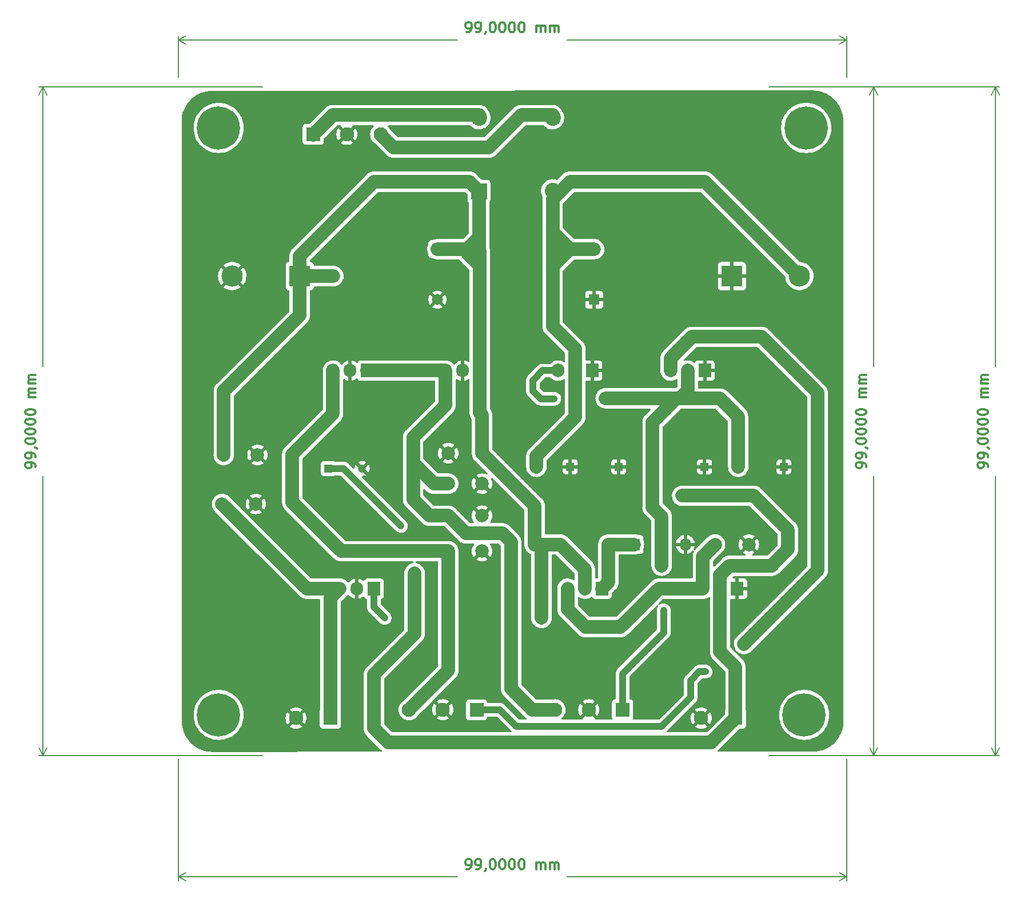
<source format=gbr>
%TF.GenerationSoftware,KiCad,Pcbnew,(6.0.0)*%
%TF.CreationDate,2022-02-11T12:52:58-03:00*%
%TF.ProjectId,Circuito fuente,43697263-7569-4746-9f20-6675656e7465,V02*%
%TF.SameCoordinates,Original*%
%TF.FileFunction,Copper,L2,Bot*%
%TF.FilePolarity,Positive*%
%FSLAX46Y46*%
G04 Gerber Fmt 4.6, Leading zero omitted, Abs format (unit mm)*
G04 Created by KiCad (PCBNEW (6.0.0)) date 2022-02-11 12:52:58*
%MOMM*%
%LPD*%
G01*
G04 APERTURE LIST*
%ADD10C,0.300000*%
%TA.AperFunction,NonConductor*%
%ADD11C,0.300000*%
%TD*%
%TA.AperFunction,NonConductor*%
%ADD12C,0.200000*%
%TD*%
%TA.AperFunction,ComponentPad*%
%ADD13C,2.000000*%
%TD*%
%TA.AperFunction,ComponentPad*%
%ADD14R,1.905000X2.000000*%
%TD*%
%TA.AperFunction,ComponentPad*%
%ADD15O,1.905000X2.000000*%
%TD*%
%TA.AperFunction,ComponentPad*%
%ADD16R,1.650000X1.650000*%
%TD*%
%TA.AperFunction,ComponentPad*%
%ADD17C,1.650000*%
%TD*%
%TA.AperFunction,ComponentPad*%
%ADD18C,0.800000*%
%TD*%
%TA.AperFunction,ComponentPad*%
%ADD19C,6.400000*%
%TD*%
%TA.AperFunction,ComponentPad*%
%ADD20R,1.200000X1.200000*%
%TD*%
%TA.AperFunction,ComponentPad*%
%ADD21C,1.200000*%
%TD*%
%TA.AperFunction,ComponentPad*%
%ADD22R,2.100000X2.100000*%
%TD*%
%TA.AperFunction,ComponentPad*%
%ADD23C,2.100000*%
%TD*%
%TA.AperFunction,ComponentPad*%
%ADD24R,1.800000X1.800000*%
%TD*%
%TA.AperFunction,ComponentPad*%
%ADD25O,1.800000X1.800000*%
%TD*%
%TA.AperFunction,ComponentPad*%
%ADD26C,1.190000*%
%TD*%
%TA.AperFunction,ComponentPad*%
%ADD27R,2.400000X2.400000*%
%TD*%
%TA.AperFunction,ComponentPad*%
%ADD28C,2.400000*%
%TD*%
%TA.AperFunction,ComponentPad*%
%ADD29R,3.150000X3.150000*%
%TD*%
%TA.AperFunction,ComponentPad*%
%ADD30C,3.150000*%
%TD*%
%TA.AperFunction,ViaPad*%
%ADD31C,1.000000*%
%TD*%
%TA.AperFunction,Conductor*%
%ADD32C,2.000000*%
%TD*%
%TA.AperFunction,Conductor*%
%ADD33C,1.000000*%
%TD*%
G04 APERTURE END LIST*
D10*
D11*
X140714285Y-144378571D02*
X141000000Y-144378571D01*
X141142857Y-144307142D01*
X141214285Y-144235714D01*
X141357142Y-144021428D01*
X141428571Y-143735714D01*
X141428571Y-143164285D01*
X141357142Y-143021428D01*
X141285714Y-142950000D01*
X141142857Y-142878571D01*
X140857142Y-142878571D01*
X140714285Y-142950000D01*
X140642857Y-143021428D01*
X140571428Y-143164285D01*
X140571428Y-143521428D01*
X140642857Y-143664285D01*
X140714285Y-143735714D01*
X140857142Y-143807142D01*
X141142857Y-143807142D01*
X141285714Y-143735714D01*
X141357142Y-143664285D01*
X141428571Y-143521428D01*
X142142857Y-144378571D02*
X142428571Y-144378571D01*
X142571428Y-144307142D01*
X142642857Y-144235714D01*
X142785714Y-144021428D01*
X142857142Y-143735714D01*
X142857142Y-143164285D01*
X142785714Y-143021428D01*
X142714285Y-142950000D01*
X142571428Y-142878571D01*
X142285714Y-142878571D01*
X142142857Y-142950000D01*
X142071428Y-143021428D01*
X142000000Y-143164285D01*
X142000000Y-143521428D01*
X142071428Y-143664285D01*
X142142857Y-143735714D01*
X142285714Y-143807142D01*
X142571428Y-143807142D01*
X142714285Y-143735714D01*
X142785714Y-143664285D01*
X142857142Y-143521428D01*
X143571428Y-144307142D02*
X143571428Y-144378571D01*
X143500000Y-144521428D01*
X143428571Y-144592857D01*
X144500000Y-142878571D02*
X144642857Y-142878571D01*
X144785714Y-142950000D01*
X144857142Y-143021428D01*
X144928571Y-143164285D01*
X145000000Y-143450000D01*
X145000000Y-143807142D01*
X144928571Y-144092857D01*
X144857142Y-144235714D01*
X144785714Y-144307142D01*
X144642857Y-144378571D01*
X144500000Y-144378571D01*
X144357142Y-144307142D01*
X144285714Y-144235714D01*
X144214285Y-144092857D01*
X144142857Y-143807142D01*
X144142857Y-143450000D01*
X144214285Y-143164285D01*
X144285714Y-143021428D01*
X144357142Y-142950000D01*
X144500000Y-142878571D01*
X145928571Y-142878571D02*
X146071428Y-142878571D01*
X146214285Y-142950000D01*
X146285714Y-143021428D01*
X146357142Y-143164285D01*
X146428571Y-143450000D01*
X146428571Y-143807142D01*
X146357142Y-144092857D01*
X146285714Y-144235714D01*
X146214285Y-144307142D01*
X146071428Y-144378571D01*
X145928571Y-144378571D01*
X145785714Y-144307142D01*
X145714285Y-144235714D01*
X145642857Y-144092857D01*
X145571428Y-143807142D01*
X145571428Y-143450000D01*
X145642857Y-143164285D01*
X145714285Y-143021428D01*
X145785714Y-142950000D01*
X145928571Y-142878571D01*
X147357142Y-142878571D02*
X147500000Y-142878571D01*
X147642857Y-142950000D01*
X147714285Y-143021428D01*
X147785714Y-143164285D01*
X147857142Y-143450000D01*
X147857142Y-143807142D01*
X147785714Y-144092857D01*
X147714285Y-144235714D01*
X147642857Y-144307142D01*
X147500000Y-144378571D01*
X147357142Y-144378571D01*
X147214285Y-144307142D01*
X147142857Y-144235714D01*
X147071428Y-144092857D01*
X147000000Y-143807142D01*
X147000000Y-143450000D01*
X147071428Y-143164285D01*
X147142857Y-143021428D01*
X147214285Y-142950000D01*
X147357142Y-142878571D01*
X148785714Y-142878571D02*
X148928571Y-142878571D01*
X149071428Y-142950000D01*
X149142857Y-143021428D01*
X149214285Y-143164285D01*
X149285714Y-143450000D01*
X149285714Y-143807142D01*
X149214285Y-144092857D01*
X149142857Y-144235714D01*
X149071428Y-144307142D01*
X148928571Y-144378571D01*
X148785714Y-144378571D01*
X148642857Y-144307142D01*
X148571428Y-144235714D01*
X148500000Y-144092857D01*
X148428571Y-143807142D01*
X148428571Y-143450000D01*
X148500000Y-143164285D01*
X148571428Y-143021428D01*
X148642857Y-142950000D01*
X148785714Y-142878571D01*
X151071428Y-144378571D02*
X151071428Y-143378571D01*
X151071428Y-143521428D02*
X151142857Y-143450000D01*
X151285714Y-143378571D01*
X151500000Y-143378571D01*
X151642857Y-143450000D01*
X151714285Y-143592857D01*
X151714285Y-144378571D01*
X151714285Y-143592857D02*
X151785714Y-143450000D01*
X151928571Y-143378571D01*
X152142857Y-143378571D01*
X152285714Y-143450000D01*
X152357142Y-143592857D01*
X152357142Y-144378571D01*
X153071428Y-144378571D02*
X153071428Y-143378571D01*
X153071428Y-143521428D02*
X153142857Y-143450000D01*
X153285714Y-143378571D01*
X153500000Y-143378571D01*
X153642857Y-143450000D01*
X153714285Y-143592857D01*
X153714285Y-144378571D01*
X153714285Y-143592857D02*
X153785714Y-143450000D01*
X153928571Y-143378571D01*
X154142857Y-143378571D01*
X154285714Y-143450000D01*
X154357142Y-143592857D01*
X154357142Y-144378571D01*
D12*
X98000000Y-128000000D02*
X98000000Y-146086420D01*
X197000000Y-128000000D02*
X197000000Y-146086420D01*
X98000000Y-145500000D02*
X139385715Y-145500000D01*
X155614286Y-145500000D02*
X197000000Y-145500000D01*
X98000000Y-145500000D02*
X99126504Y-146086421D01*
X98000000Y-145500000D02*
X99126504Y-144913579D01*
X197000000Y-145500000D02*
X195873496Y-144913579D01*
X197000000Y-145500000D02*
X195873496Y-146086421D01*
D10*
D11*
X199878571Y-84785714D02*
X199878571Y-84500000D01*
X199807142Y-84357142D01*
X199735714Y-84285714D01*
X199521428Y-84142857D01*
X199235714Y-84071428D01*
X198664285Y-84071428D01*
X198521428Y-84142857D01*
X198450000Y-84214285D01*
X198378571Y-84357142D01*
X198378571Y-84642857D01*
X198450000Y-84785714D01*
X198521428Y-84857142D01*
X198664285Y-84928571D01*
X199021428Y-84928571D01*
X199164285Y-84857142D01*
X199235714Y-84785714D01*
X199307142Y-84642857D01*
X199307142Y-84357142D01*
X199235714Y-84214285D01*
X199164285Y-84142857D01*
X199021428Y-84071428D01*
X199878571Y-83357142D02*
X199878571Y-83071428D01*
X199807142Y-82928571D01*
X199735714Y-82857142D01*
X199521428Y-82714285D01*
X199235714Y-82642857D01*
X198664285Y-82642857D01*
X198521428Y-82714285D01*
X198450000Y-82785714D01*
X198378571Y-82928571D01*
X198378571Y-83214285D01*
X198450000Y-83357142D01*
X198521428Y-83428571D01*
X198664285Y-83500000D01*
X199021428Y-83500000D01*
X199164285Y-83428571D01*
X199235714Y-83357142D01*
X199307142Y-83214285D01*
X199307142Y-82928571D01*
X199235714Y-82785714D01*
X199164285Y-82714285D01*
X199021428Y-82642857D01*
X199807142Y-81928571D02*
X199878571Y-81928571D01*
X200021428Y-82000000D01*
X200092857Y-82071428D01*
X198378571Y-81000000D02*
X198378571Y-80857142D01*
X198450000Y-80714285D01*
X198521428Y-80642857D01*
X198664285Y-80571428D01*
X198950000Y-80500000D01*
X199307142Y-80500000D01*
X199592857Y-80571428D01*
X199735714Y-80642857D01*
X199807142Y-80714285D01*
X199878571Y-80857142D01*
X199878571Y-81000000D01*
X199807142Y-81142857D01*
X199735714Y-81214285D01*
X199592857Y-81285714D01*
X199307142Y-81357142D01*
X198950000Y-81357142D01*
X198664285Y-81285714D01*
X198521428Y-81214285D01*
X198450000Y-81142857D01*
X198378571Y-81000000D01*
X198378571Y-79571428D02*
X198378571Y-79428571D01*
X198450000Y-79285714D01*
X198521428Y-79214285D01*
X198664285Y-79142857D01*
X198950000Y-79071428D01*
X199307142Y-79071428D01*
X199592857Y-79142857D01*
X199735714Y-79214285D01*
X199807142Y-79285714D01*
X199878571Y-79428571D01*
X199878571Y-79571428D01*
X199807142Y-79714285D01*
X199735714Y-79785714D01*
X199592857Y-79857142D01*
X199307142Y-79928571D01*
X198950000Y-79928571D01*
X198664285Y-79857142D01*
X198521428Y-79785714D01*
X198450000Y-79714285D01*
X198378571Y-79571428D01*
X198378571Y-78142857D02*
X198378571Y-78000000D01*
X198450000Y-77857142D01*
X198521428Y-77785714D01*
X198664285Y-77714285D01*
X198950000Y-77642857D01*
X199307142Y-77642857D01*
X199592857Y-77714285D01*
X199735714Y-77785714D01*
X199807142Y-77857142D01*
X199878571Y-78000000D01*
X199878571Y-78142857D01*
X199807142Y-78285714D01*
X199735714Y-78357142D01*
X199592857Y-78428571D01*
X199307142Y-78500000D01*
X198950000Y-78500000D01*
X198664285Y-78428571D01*
X198521428Y-78357142D01*
X198450000Y-78285714D01*
X198378571Y-78142857D01*
X198378571Y-76714285D02*
X198378571Y-76571428D01*
X198450000Y-76428571D01*
X198521428Y-76357142D01*
X198664285Y-76285714D01*
X198950000Y-76214285D01*
X199307142Y-76214285D01*
X199592857Y-76285714D01*
X199735714Y-76357142D01*
X199807142Y-76428571D01*
X199878571Y-76571428D01*
X199878571Y-76714285D01*
X199807142Y-76857142D01*
X199735714Y-76928571D01*
X199592857Y-77000000D01*
X199307142Y-77071428D01*
X198950000Y-77071428D01*
X198664285Y-77000000D01*
X198521428Y-76928571D01*
X198450000Y-76857142D01*
X198378571Y-76714285D01*
X199878571Y-74428571D02*
X198878571Y-74428571D01*
X199021428Y-74428571D02*
X198950000Y-74357142D01*
X198878571Y-74214285D01*
X198878571Y-74000000D01*
X198950000Y-73857142D01*
X199092857Y-73785714D01*
X199878571Y-73785714D01*
X199092857Y-73785714D02*
X198950000Y-73714285D01*
X198878571Y-73571428D01*
X198878571Y-73357142D01*
X198950000Y-73214285D01*
X199092857Y-73142857D01*
X199878571Y-73142857D01*
X199878571Y-72428571D02*
X198878571Y-72428571D01*
X199021428Y-72428571D02*
X198950000Y-72357142D01*
X198878571Y-72214285D01*
X198878571Y-72000000D01*
X198950000Y-71857142D01*
X199092857Y-71785714D01*
X199878571Y-71785714D01*
X199092857Y-71785714D02*
X198950000Y-71714285D01*
X198878571Y-71571428D01*
X198878571Y-71357142D01*
X198950000Y-71214285D01*
X199092857Y-71142857D01*
X199878571Y-71142857D01*
D12*
X197500000Y-28500000D02*
X201586420Y-28500000D01*
X197500000Y-127500000D02*
X201586420Y-127500000D01*
X201000000Y-28500000D02*
X201000000Y-69885714D01*
X201000000Y-86114285D02*
X201000000Y-127500000D01*
X201000000Y-28500000D02*
X200413579Y-29626504D01*
X201000000Y-28500000D02*
X201586421Y-29626504D01*
X201000000Y-127500000D02*
X201586421Y-126373496D01*
X201000000Y-127500000D02*
X200413579Y-126373496D01*
D10*
D11*
X140714285Y-20378571D02*
X141000000Y-20378571D01*
X141142857Y-20307142D01*
X141214285Y-20235714D01*
X141357142Y-20021428D01*
X141428571Y-19735714D01*
X141428571Y-19164285D01*
X141357142Y-19021428D01*
X141285714Y-18950000D01*
X141142857Y-18878571D01*
X140857142Y-18878571D01*
X140714285Y-18950000D01*
X140642857Y-19021428D01*
X140571428Y-19164285D01*
X140571428Y-19521428D01*
X140642857Y-19664285D01*
X140714285Y-19735714D01*
X140857142Y-19807142D01*
X141142857Y-19807142D01*
X141285714Y-19735714D01*
X141357142Y-19664285D01*
X141428571Y-19521428D01*
X142142857Y-20378571D02*
X142428571Y-20378571D01*
X142571428Y-20307142D01*
X142642857Y-20235714D01*
X142785714Y-20021428D01*
X142857142Y-19735714D01*
X142857142Y-19164285D01*
X142785714Y-19021428D01*
X142714285Y-18950000D01*
X142571428Y-18878571D01*
X142285714Y-18878571D01*
X142142857Y-18950000D01*
X142071428Y-19021428D01*
X142000000Y-19164285D01*
X142000000Y-19521428D01*
X142071428Y-19664285D01*
X142142857Y-19735714D01*
X142285714Y-19807142D01*
X142571428Y-19807142D01*
X142714285Y-19735714D01*
X142785714Y-19664285D01*
X142857142Y-19521428D01*
X143571428Y-20307142D02*
X143571428Y-20378571D01*
X143500000Y-20521428D01*
X143428571Y-20592857D01*
X144500000Y-18878571D02*
X144642857Y-18878571D01*
X144785714Y-18950000D01*
X144857142Y-19021428D01*
X144928571Y-19164285D01*
X145000000Y-19450000D01*
X145000000Y-19807142D01*
X144928571Y-20092857D01*
X144857142Y-20235714D01*
X144785714Y-20307142D01*
X144642857Y-20378571D01*
X144500000Y-20378571D01*
X144357142Y-20307142D01*
X144285714Y-20235714D01*
X144214285Y-20092857D01*
X144142857Y-19807142D01*
X144142857Y-19450000D01*
X144214285Y-19164285D01*
X144285714Y-19021428D01*
X144357142Y-18950000D01*
X144500000Y-18878571D01*
X145928571Y-18878571D02*
X146071428Y-18878571D01*
X146214285Y-18950000D01*
X146285714Y-19021428D01*
X146357142Y-19164285D01*
X146428571Y-19450000D01*
X146428571Y-19807142D01*
X146357142Y-20092857D01*
X146285714Y-20235714D01*
X146214285Y-20307142D01*
X146071428Y-20378571D01*
X145928571Y-20378571D01*
X145785714Y-20307142D01*
X145714285Y-20235714D01*
X145642857Y-20092857D01*
X145571428Y-19807142D01*
X145571428Y-19450000D01*
X145642857Y-19164285D01*
X145714285Y-19021428D01*
X145785714Y-18950000D01*
X145928571Y-18878571D01*
X147357142Y-18878571D02*
X147500000Y-18878571D01*
X147642857Y-18950000D01*
X147714285Y-19021428D01*
X147785714Y-19164285D01*
X147857142Y-19450000D01*
X147857142Y-19807142D01*
X147785714Y-20092857D01*
X147714285Y-20235714D01*
X147642857Y-20307142D01*
X147500000Y-20378571D01*
X147357142Y-20378571D01*
X147214285Y-20307142D01*
X147142857Y-20235714D01*
X147071428Y-20092857D01*
X147000000Y-19807142D01*
X147000000Y-19450000D01*
X147071428Y-19164285D01*
X147142857Y-19021428D01*
X147214285Y-18950000D01*
X147357142Y-18878571D01*
X148785714Y-18878571D02*
X148928571Y-18878571D01*
X149071428Y-18950000D01*
X149142857Y-19021428D01*
X149214285Y-19164285D01*
X149285714Y-19450000D01*
X149285714Y-19807142D01*
X149214285Y-20092857D01*
X149142857Y-20235714D01*
X149071428Y-20307142D01*
X148928571Y-20378571D01*
X148785714Y-20378571D01*
X148642857Y-20307142D01*
X148571428Y-20235714D01*
X148500000Y-20092857D01*
X148428571Y-19807142D01*
X148428571Y-19450000D01*
X148500000Y-19164285D01*
X148571428Y-19021428D01*
X148642857Y-18950000D01*
X148785714Y-18878571D01*
X151071428Y-20378571D02*
X151071428Y-19378571D01*
X151071428Y-19521428D02*
X151142857Y-19450000D01*
X151285714Y-19378571D01*
X151500000Y-19378571D01*
X151642857Y-19450000D01*
X151714285Y-19592857D01*
X151714285Y-20378571D01*
X151714285Y-19592857D02*
X151785714Y-19450000D01*
X151928571Y-19378571D01*
X152142857Y-19378571D01*
X152285714Y-19450000D01*
X152357142Y-19592857D01*
X152357142Y-20378571D01*
X153071428Y-20378571D02*
X153071428Y-19378571D01*
X153071428Y-19521428D02*
X153142857Y-19450000D01*
X153285714Y-19378571D01*
X153500000Y-19378571D01*
X153642857Y-19450000D01*
X153714285Y-19592857D01*
X153714285Y-20378571D01*
X153714285Y-19592857D02*
X153785714Y-19450000D01*
X153928571Y-19378571D01*
X154142857Y-19378571D01*
X154285714Y-19450000D01*
X154357142Y-19592857D01*
X154357142Y-20378571D01*
D12*
X98000000Y-27000000D02*
X98000000Y-20913580D01*
X197000000Y-27000000D02*
X197000000Y-20913580D01*
X98000000Y-21500000D02*
X139385715Y-21500000D01*
X155614286Y-21500000D02*
X197000000Y-21500000D01*
X98000000Y-21500000D02*
X99126504Y-22086421D01*
X98000000Y-21500000D02*
X99126504Y-20913579D01*
X197000000Y-21500000D02*
X195873496Y-20913579D01*
X197000000Y-21500000D02*
X195873496Y-22086421D01*
D10*
D11*
X76878571Y-84785714D02*
X76878571Y-84500000D01*
X76807142Y-84357142D01*
X76735714Y-84285714D01*
X76521428Y-84142857D01*
X76235714Y-84071428D01*
X75664285Y-84071428D01*
X75521428Y-84142857D01*
X75450000Y-84214285D01*
X75378571Y-84357142D01*
X75378571Y-84642857D01*
X75450000Y-84785714D01*
X75521428Y-84857142D01*
X75664285Y-84928571D01*
X76021428Y-84928571D01*
X76164285Y-84857142D01*
X76235714Y-84785714D01*
X76307142Y-84642857D01*
X76307142Y-84357142D01*
X76235714Y-84214285D01*
X76164285Y-84142857D01*
X76021428Y-84071428D01*
X76878571Y-83357142D02*
X76878571Y-83071428D01*
X76807142Y-82928571D01*
X76735714Y-82857142D01*
X76521428Y-82714285D01*
X76235714Y-82642857D01*
X75664285Y-82642857D01*
X75521428Y-82714285D01*
X75450000Y-82785714D01*
X75378571Y-82928571D01*
X75378571Y-83214285D01*
X75450000Y-83357142D01*
X75521428Y-83428571D01*
X75664285Y-83500000D01*
X76021428Y-83500000D01*
X76164285Y-83428571D01*
X76235714Y-83357142D01*
X76307142Y-83214285D01*
X76307142Y-82928571D01*
X76235714Y-82785714D01*
X76164285Y-82714285D01*
X76021428Y-82642857D01*
X76807142Y-81928571D02*
X76878571Y-81928571D01*
X77021428Y-82000000D01*
X77092857Y-82071428D01*
X75378571Y-81000000D02*
X75378571Y-80857142D01*
X75450000Y-80714285D01*
X75521428Y-80642857D01*
X75664285Y-80571428D01*
X75950000Y-80500000D01*
X76307142Y-80500000D01*
X76592857Y-80571428D01*
X76735714Y-80642857D01*
X76807142Y-80714285D01*
X76878571Y-80857142D01*
X76878571Y-81000000D01*
X76807142Y-81142857D01*
X76735714Y-81214285D01*
X76592857Y-81285714D01*
X76307142Y-81357142D01*
X75950000Y-81357142D01*
X75664285Y-81285714D01*
X75521428Y-81214285D01*
X75450000Y-81142857D01*
X75378571Y-81000000D01*
X75378571Y-79571428D02*
X75378571Y-79428571D01*
X75450000Y-79285714D01*
X75521428Y-79214285D01*
X75664285Y-79142857D01*
X75950000Y-79071428D01*
X76307142Y-79071428D01*
X76592857Y-79142857D01*
X76735714Y-79214285D01*
X76807142Y-79285714D01*
X76878571Y-79428571D01*
X76878571Y-79571428D01*
X76807142Y-79714285D01*
X76735714Y-79785714D01*
X76592857Y-79857142D01*
X76307142Y-79928571D01*
X75950000Y-79928571D01*
X75664285Y-79857142D01*
X75521428Y-79785714D01*
X75450000Y-79714285D01*
X75378571Y-79571428D01*
X75378571Y-78142857D02*
X75378571Y-78000000D01*
X75450000Y-77857142D01*
X75521428Y-77785714D01*
X75664285Y-77714285D01*
X75950000Y-77642857D01*
X76307142Y-77642857D01*
X76592857Y-77714285D01*
X76735714Y-77785714D01*
X76807142Y-77857142D01*
X76878571Y-78000000D01*
X76878571Y-78142857D01*
X76807142Y-78285714D01*
X76735714Y-78357142D01*
X76592857Y-78428571D01*
X76307142Y-78500000D01*
X75950000Y-78500000D01*
X75664285Y-78428571D01*
X75521428Y-78357142D01*
X75450000Y-78285714D01*
X75378571Y-78142857D01*
X75378571Y-76714285D02*
X75378571Y-76571428D01*
X75450000Y-76428571D01*
X75521428Y-76357142D01*
X75664285Y-76285714D01*
X75950000Y-76214285D01*
X76307142Y-76214285D01*
X76592857Y-76285714D01*
X76735714Y-76357142D01*
X76807142Y-76428571D01*
X76878571Y-76571428D01*
X76878571Y-76714285D01*
X76807142Y-76857142D01*
X76735714Y-76928571D01*
X76592857Y-77000000D01*
X76307142Y-77071428D01*
X75950000Y-77071428D01*
X75664285Y-77000000D01*
X75521428Y-76928571D01*
X75450000Y-76857142D01*
X75378571Y-76714285D01*
X76878571Y-74428571D02*
X75878571Y-74428571D01*
X76021428Y-74428571D02*
X75950000Y-74357142D01*
X75878571Y-74214285D01*
X75878571Y-74000000D01*
X75950000Y-73857142D01*
X76092857Y-73785714D01*
X76878571Y-73785714D01*
X76092857Y-73785714D02*
X75950000Y-73714285D01*
X75878571Y-73571428D01*
X75878571Y-73357142D01*
X75950000Y-73214285D01*
X76092857Y-73142857D01*
X76878571Y-73142857D01*
X76878571Y-72428571D02*
X75878571Y-72428571D01*
X76021428Y-72428571D02*
X75950000Y-72357142D01*
X75878571Y-72214285D01*
X75878571Y-72000000D01*
X75950000Y-71857142D01*
X76092857Y-71785714D01*
X76878571Y-71785714D01*
X76092857Y-71785714D02*
X75950000Y-71714285D01*
X75878571Y-71571428D01*
X75878571Y-71357142D01*
X75950000Y-71214285D01*
X76092857Y-71142857D01*
X76878571Y-71142857D01*
D12*
X110500000Y-28500000D02*
X77413580Y-28500000D01*
X110500000Y-127500000D02*
X77413580Y-127500000D01*
X78000000Y-28500000D02*
X78000000Y-69885714D01*
X78000000Y-86114285D02*
X78000000Y-127500000D01*
X78000000Y-28500000D02*
X77413579Y-29626504D01*
X78000000Y-28500000D02*
X78586421Y-29626504D01*
X78000000Y-127500000D02*
X78586421Y-126373496D01*
X78000000Y-127500000D02*
X77413579Y-126373496D01*
D10*
D11*
X217878571Y-84785714D02*
X217878571Y-84500000D01*
X217807142Y-84357142D01*
X217735714Y-84285714D01*
X217521428Y-84142857D01*
X217235714Y-84071428D01*
X216664285Y-84071428D01*
X216521428Y-84142857D01*
X216450000Y-84214285D01*
X216378571Y-84357142D01*
X216378571Y-84642857D01*
X216450000Y-84785714D01*
X216521428Y-84857142D01*
X216664285Y-84928571D01*
X217021428Y-84928571D01*
X217164285Y-84857142D01*
X217235714Y-84785714D01*
X217307142Y-84642857D01*
X217307142Y-84357142D01*
X217235714Y-84214285D01*
X217164285Y-84142857D01*
X217021428Y-84071428D01*
X217878571Y-83357142D02*
X217878571Y-83071428D01*
X217807142Y-82928571D01*
X217735714Y-82857142D01*
X217521428Y-82714285D01*
X217235714Y-82642857D01*
X216664285Y-82642857D01*
X216521428Y-82714285D01*
X216450000Y-82785714D01*
X216378571Y-82928571D01*
X216378571Y-83214285D01*
X216450000Y-83357142D01*
X216521428Y-83428571D01*
X216664285Y-83500000D01*
X217021428Y-83500000D01*
X217164285Y-83428571D01*
X217235714Y-83357142D01*
X217307142Y-83214285D01*
X217307142Y-82928571D01*
X217235714Y-82785714D01*
X217164285Y-82714285D01*
X217021428Y-82642857D01*
X217807142Y-81928571D02*
X217878571Y-81928571D01*
X218021428Y-82000000D01*
X218092857Y-82071428D01*
X216378571Y-81000000D02*
X216378571Y-80857142D01*
X216450000Y-80714285D01*
X216521428Y-80642857D01*
X216664285Y-80571428D01*
X216950000Y-80500000D01*
X217307142Y-80500000D01*
X217592857Y-80571428D01*
X217735714Y-80642857D01*
X217807142Y-80714285D01*
X217878571Y-80857142D01*
X217878571Y-81000000D01*
X217807142Y-81142857D01*
X217735714Y-81214285D01*
X217592857Y-81285714D01*
X217307142Y-81357142D01*
X216950000Y-81357142D01*
X216664285Y-81285714D01*
X216521428Y-81214285D01*
X216450000Y-81142857D01*
X216378571Y-81000000D01*
X216378571Y-79571428D02*
X216378571Y-79428571D01*
X216450000Y-79285714D01*
X216521428Y-79214285D01*
X216664285Y-79142857D01*
X216950000Y-79071428D01*
X217307142Y-79071428D01*
X217592857Y-79142857D01*
X217735714Y-79214285D01*
X217807142Y-79285714D01*
X217878571Y-79428571D01*
X217878571Y-79571428D01*
X217807142Y-79714285D01*
X217735714Y-79785714D01*
X217592857Y-79857142D01*
X217307142Y-79928571D01*
X216950000Y-79928571D01*
X216664285Y-79857142D01*
X216521428Y-79785714D01*
X216450000Y-79714285D01*
X216378571Y-79571428D01*
X216378571Y-78142857D02*
X216378571Y-78000000D01*
X216450000Y-77857142D01*
X216521428Y-77785714D01*
X216664285Y-77714285D01*
X216950000Y-77642857D01*
X217307142Y-77642857D01*
X217592857Y-77714285D01*
X217735714Y-77785714D01*
X217807142Y-77857142D01*
X217878571Y-78000000D01*
X217878571Y-78142857D01*
X217807142Y-78285714D01*
X217735714Y-78357142D01*
X217592857Y-78428571D01*
X217307142Y-78500000D01*
X216950000Y-78500000D01*
X216664285Y-78428571D01*
X216521428Y-78357142D01*
X216450000Y-78285714D01*
X216378571Y-78142857D01*
X216378571Y-76714285D02*
X216378571Y-76571428D01*
X216450000Y-76428571D01*
X216521428Y-76357142D01*
X216664285Y-76285714D01*
X216950000Y-76214285D01*
X217307142Y-76214285D01*
X217592857Y-76285714D01*
X217735714Y-76357142D01*
X217807142Y-76428571D01*
X217878571Y-76571428D01*
X217878571Y-76714285D01*
X217807142Y-76857142D01*
X217735714Y-76928571D01*
X217592857Y-77000000D01*
X217307142Y-77071428D01*
X216950000Y-77071428D01*
X216664285Y-77000000D01*
X216521428Y-76928571D01*
X216450000Y-76857142D01*
X216378571Y-76714285D01*
X217878571Y-74428571D02*
X216878571Y-74428571D01*
X217021428Y-74428571D02*
X216950000Y-74357142D01*
X216878571Y-74214285D01*
X216878571Y-74000000D01*
X216950000Y-73857142D01*
X217092857Y-73785714D01*
X217878571Y-73785714D01*
X217092857Y-73785714D02*
X216950000Y-73714285D01*
X216878571Y-73571428D01*
X216878571Y-73357142D01*
X216950000Y-73214285D01*
X217092857Y-73142857D01*
X217878571Y-73142857D01*
X217878571Y-72428571D02*
X216878571Y-72428571D01*
X217021428Y-72428571D02*
X216950000Y-72357142D01*
X216878571Y-72214285D01*
X216878571Y-72000000D01*
X216950000Y-71857142D01*
X217092857Y-71785714D01*
X217878571Y-71785714D01*
X217092857Y-71785714D02*
X216950000Y-71714285D01*
X216878571Y-71571428D01*
X216878571Y-71357142D01*
X216950000Y-71214285D01*
X217092857Y-71142857D01*
X217878571Y-71142857D01*
D12*
X185500000Y-28500000D02*
X219586420Y-28500000D01*
X185500000Y-127500000D02*
X219586420Y-127500000D01*
X219000000Y-28500000D02*
X219000000Y-69885714D01*
X219000000Y-86114285D02*
X219000000Y-127500000D01*
X219000000Y-28500000D02*
X218413579Y-29626504D01*
X219000000Y-28500000D02*
X219586421Y-29626504D01*
X219000000Y-127500000D02*
X219586421Y-126373496D01*
X219000000Y-127500000D02*
X218413579Y-126373496D01*
D13*
%TO.P,C23,1,1*%
%TO.N,/+5V*%
X138000000Y-97250000D03*
%TO.P,C23,2,2*%
%TO.N,GND*%
X143000000Y-97250000D03*
%TD*%
D14*
%TO.P,Q1,1,B*%
%TO.N,Net-(D1-Pad1)*%
X160750000Y-102805000D03*
D15*
%TO.P,Q1,2,C*%
%TO.N,/+15DC*%
X158210000Y-102805000D03*
%TO.P,Q1,3,E*%
%TO.N,Net-(C26-Pad1)*%
X155670000Y-102805000D03*
%TD*%
D16*
%TO.P,C14,1*%
%TO.N,GND*%
X159608332Y-60000000D03*
D17*
%TO.P,C14,2*%
%TO.N,Net-(C12-Pad2)*%
X159608332Y-52500000D03*
%TD*%
D14*
%TO.P,U41,1,GND*%
%TO.N,GND*%
X176000000Y-70500000D03*
D15*
%TO.P,U41,2,VI*%
%TO.N,/-12V*%
X173460000Y-70500000D03*
%TO.P,U41,3,VO*%
%TO.N,/-5V*%
X170920000Y-70500000D03*
%TD*%
D18*
%TO.P,H2,1*%
%TO.N,N/C*%
X192394112Y-119802944D03*
D19*
X190697056Y-121500000D03*
D18*
X190697056Y-123900000D03*
X193097056Y-121500000D03*
X192394112Y-123197056D03*
X188297056Y-121500000D03*
X189000000Y-123197056D03*
X189000000Y-119802944D03*
X190697056Y-119100000D03*
%TD*%
D20*
%TO.P,C21,1*%
%TO.N,GND*%
X163250000Y-84750000D03*
D21*
%TO.P,C21,2*%
%TO.N,/-12V*%
X168250000Y-84750000D03*
%TD*%
D13*
%TO.P,C22,1,1*%
%TO.N,/+12V1*%
X138000000Y-92000000D03*
%TO.P,C22,2,2*%
%TO.N,GND*%
X143000000Y-92000000D03*
%TD*%
D22*
%TO.P,U1,1*%
%TO.N,/-15VAC*%
X118000000Y-35500000D03*
D23*
%TO.P,U1,2*%
%TO.N,GND*%
X123000000Y-35500000D03*
%TO.P,U1,3*%
%TO.N,/+15VAC*%
X128000000Y-35500000D03*
%TD*%
D13*
%TO.P,C17,1,1*%
%TO.N,/+12V2*%
X104500000Y-90250000D03*
%TO.P,C17,2,2*%
%TO.N,GND*%
X109500000Y-90250000D03*
%TD*%
D23*
%TO.P,U5,1*%
%TO.N,/+5V*%
X132190500Y-120750000D03*
%TO.P,U5,2*%
%TO.N,GND*%
X137190500Y-120750000D03*
D22*
%TO.P,U5,3*%
%TO.N,/-5V*%
X142190500Y-120750000D03*
%TD*%
D20*
%TO.P,C25,1*%
%TO.N,GND*%
X187693250Y-84750000D03*
D21*
%TO.P,C25,2*%
%TO.N,/-5V*%
X192693250Y-84750000D03*
%TD*%
D14*
%TO.P,U40,1,VI*%
%TO.N,/+12V1*%
X126000000Y-70500000D03*
D15*
%TO.P,U40,2,GND*%
%TO.N,GND*%
X123460000Y-70500000D03*
%TO.P,U40,3,VO*%
%TO.N,/+5V*%
X120920000Y-70500000D03*
%TD*%
D13*
%TO.P,C26,1,1*%
%TO.N,Net-(C26-Pad1)*%
X177500000Y-96250000D03*
%TO.P,C26,2,2*%
%TO.N,GND*%
X182500000Y-96250000D03*
%TD*%
D18*
%TO.P,H1,1*%
%TO.N,N/C*%
X101600000Y-121500000D03*
X102302944Y-119802944D03*
D19*
X104000000Y-121500000D03*
D18*
X105697056Y-123197056D03*
X106400000Y-121500000D03*
X104000000Y-123900000D03*
X105697056Y-119802944D03*
X102302944Y-123197056D03*
X104000000Y-119100000D03*
%TD*%
D24*
%TO.P,D1,1,K*%
%TO.N,Net-(D1-Pad1)*%
X165490000Y-96250000D03*
D25*
%TO.P,D1,2,A*%
%TO.N,GND*%
X173110000Y-96250000D03*
%TD*%
D26*
%TO.P,R1,1*%
%TO.N,/+15DC*%
X150785000Y-96250000D03*
%TO.P,R1,2*%
%TO.N,Net-(D1-Pad1)*%
X161715000Y-96250000D03*
%TD*%
D14*
%TO.P,U39,1,GND*%
%TO.N,GND*%
X159333332Y-70500000D03*
D15*
%TO.P,U39,2,VI*%
%TO.N,Net-(C12-Pad2)*%
X156793332Y-70500000D03*
%TO.P,U39,3,VO*%
%TO.N,/-12V*%
X154253332Y-70500000D03*
%TD*%
D14*
%TO.P,U45,1,GND*%
%TO.N,GND*%
X180790000Y-102805000D03*
D15*
%TO.P,U45,2,VO*%
%TO.N,/+3\u002C3V*%
X178250000Y-102805000D03*
%TO.P,U45,3,VI*%
%TO.N,Net-(C26-Pad1)*%
X175710000Y-102805000D03*
%TD*%
D22*
%TO.P,U6,1*%
%TO.N,/+3\u002C3V*%
X180540000Y-121979653D03*
D23*
%TO.P,U6,2*%
%TO.N,GND*%
X175460000Y-121979653D03*
%TD*%
D13*
%TO.P,C19,1,1*%
%TO.N,/+12V1*%
X138000000Y-87250000D03*
%TO.P,C19,2,2*%
%TO.N,GND*%
X143000000Y-87250000D03*
%TD*%
D20*
%TO.P,C27,1*%
%TO.N,/+3\u002C3V*%
X120250000Y-85000000D03*
D21*
%TO.P,C27,2*%
%TO.N,GND*%
X125250000Y-85000000D03*
%TD*%
D22*
%TO.P,U2,1*%
%TO.N,/+12V2*%
X120540000Y-121979653D03*
D23*
%TO.P,U2,2*%
%TO.N,GND*%
X115460000Y-121979653D03*
%TD*%
D18*
%TO.P,H3,1*%
%TO.N,N/C*%
X189302944Y-36247056D03*
X189302944Y-32852944D03*
X193400000Y-34550000D03*
X191000000Y-32150000D03*
X188600000Y-34550000D03*
X191000000Y-36950000D03*
D19*
X191000000Y-34550000D03*
D18*
X192697056Y-32852944D03*
X192697056Y-36247056D03*
%TD*%
D16*
%TO.P,C10,1*%
%TO.N,/+15DC*%
X136391666Y-52500000D03*
D17*
%TO.P,C10,2*%
%TO.N,GND*%
X136391666Y-60000000D03*
%TD*%
D14*
%TO.P,U4,1,VI*%
%TO.N,/+15DC*%
X127000000Y-102805000D03*
D15*
%TO.P,U4,2,GND*%
%TO.N,GND*%
X124460000Y-102805000D03*
%TO.P,U4,3,VO*%
%TO.N,/+12V2*%
X121920000Y-102805000D03*
%TD*%
D13*
%TO.P,C16,1,1*%
%TO.N,/+15DC*%
X104750000Y-83000000D03*
%TO.P,C16,2,2*%
%TO.N,GND*%
X109750000Y-83000000D03*
%TD*%
D27*
%TO.P,D2,1,+*%
%TO.N,/+15DC*%
X142550000Y-43950000D03*
D28*
%TO.P,D2,2,-*%
%TO.N,Net-(C12-Pad2)*%
X153450000Y-43850000D03*
%TO.P,D2,3*%
%TO.N,/+15VAC*%
X153450000Y-33050000D03*
%TO.P,D2,4*%
%TO.N,/-15VAC*%
X142550000Y-33050000D03*
%TD*%
D29*
%TO.P,C12,1*%
%TO.N,GND*%
X180000000Y-56500000D03*
D30*
%TO.P,C12,2*%
%TO.N,Net-(C12-Pad2)*%
X190000000Y-56500000D03*
%TD*%
D20*
%TO.P,C24,1*%
%TO.N,GND*%
X175943250Y-84750000D03*
D21*
%TO.P,C24,2*%
%TO.N,/-12V*%
X180943250Y-84750000D03*
%TD*%
D18*
%TO.P,H4,1*%
%TO.N,N/C*%
X105697056Y-36247056D03*
X104000000Y-36950000D03*
X101600000Y-34550000D03*
X105697056Y-32852944D03*
X104000000Y-32150000D03*
X106400000Y-34550000D03*
X102302944Y-32852944D03*
X102302944Y-36247056D03*
D19*
X104000000Y-34550000D03*
%TD*%
D23*
%TO.P,U3,1*%
%TO.N,/+12V1*%
X153809500Y-120750000D03*
%TO.P,U3,2*%
%TO.N,GND*%
X158809500Y-120750000D03*
D22*
%TO.P,U3,3*%
%TO.N,/-12V*%
X163809500Y-120750000D03*
%TD*%
D13*
%TO.P,C18,1,1*%
%TO.N,/+15DC*%
X143000000Y-82750000D03*
%TO.P,C18,2,2*%
%TO.N,GND*%
X138000000Y-82750000D03*
%TD*%
D14*
%TO.P,U35,1,VI*%
%TO.N,/+15DC*%
X142666666Y-70500000D03*
D15*
%TO.P,U35,2,GND*%
%TO.N,GND*%
X140126666Y-70500000D03*
%TO.P,U35,3,VO*%
%TO.N,/+12V1*%
X137586666Y-70500000D03*
%TD*%
D20*
%TO.P,C20,1*%
%TO.N,GND*%
X156056750Y-84750000D03*
D21*
%TO.P,C20,2*%
%TO.N,Net-(C12-Pad2)*%
X151056750Y-84750000D03*
%TD*%
D29*
%TO.P,C8,1*%
%TO.N,/+15DC*%
X116000000Y-56500000D03*
D30*
%TO.P,C8,2*%
%TO.N,GND*%
X106000000Y-56500000D03*
%TD*%
D31*
%TO.N,/-12V*%
X153700000Y-74675000D03*
X169900000Y-106000000D03*
X161300000Y-74600000D03*
X169600000Y-99400000D03*
%TO.N,/+3\u002C3V*%
X133000000Y-100500000D03*
X131000000Y-93500000D03*
%TO.N,/-5V*%
X181800000Y-111000000D03*
X176100000Y-115100000D03*
%TO.N,/+15DC*%
X128575000Y-107125000D03*
X151800000Y-107150000D03*
%TD*%
D32*
%TO.N,/+12V1*%
X132800000Y-80400000D02*
X132800000Y-84200000D01*
X138000000Y-92000000D02*
X140600000Y-94600000D01*
X138000000Y-92000000D02*
X135200000Y-92000000D01*
X147300000Y-95900000D02*
X147300000Y-117600000D01*
X132800000Y-84200000D02*
X135850000Y-87250000D01*
X132800000Y-84200000D02*
X132800000Y-89600000D01*
X137586666Y-70500000D02*
X137586666Y-75613334D01*
X137586666Y-75613334D02*
X132800000Y-80400000D01*
X150450000Y-120750000D02*
X153809500Y-120750000D01*
X132800000Y-89600000D02*
X135200000Y-92000000D01*
X135850000Y-87250000D02*
X138000000Y-87250000D01*
X126000000Y-70500000D02*
X137586666Y-70500000D01*
X146000000Y-94600000D02*
X147300000Y-95900000D01*
X147300000Y-117600000D02*
X150450000Y-120750000D01*
X140600000Y-94600000D02*
X146000000Y-94600000D01*
D33*
%TO.N,/-12V*%
X150525000Y-71950000D02*
X150525000Y-73500000D01*
D32*
X171760000Y-74640000D02*
X173460000Y-74640000D01*
X168250000Y-90750000D02*
X169600000Y-92100000D01*
D33*
X151975000Y-70500000D02*
X150525000Y-71950000D01*
D32*
X173460000Y-74640000D02*
X173460000Y-70500000D01*
D33*
X154253332Y-70500000D02*
X151975000Y-70500000D01*
D32*
X173460000Y-70500000D02*
X173460000Y-73405000D01*
X168250000Y-78150000D02*
X171760000Y-74640000D01*
X172265000Y-74600000D02*
X169100000Y-74600000D01*
X180900000Y-78713500D02*
X180900000Y-77300000D01*
X168250000Y-84750000D02*
X168250000Y-90750000D01*
X178240000Y-74640000D02*
X173460000Y-74640000D01*
D33*
X150525000Y-73500000D02*
X151475000Y-74450000D01*
X163809500Y-120750000D02*
X163809500Y-115390500D01*
X163809500Y-115390500D02*
X169900000Y-109300000D01*
X151475000Y-74450000D02*
X151700000Y-74675000D01*
D32*
X168250000Y-84750000D02*
X168250000Y-78150000D01*
X173460000Y-73405000D02*
X172265000Y-74600000D01*
D33*
X169900000Y-109300000D02*
X169900000Y-106000000D01*
D32*
X169100000Y-74600000D02*
X161300000Y-74600000D01*
X180943250Y-84750000D02*
X180943250Y-78756750D01*
D33*
X151700000Y-74675000D02*
X153700000Y-74675000D01*
D32*
X169600000Y-92100000D02*
X169600000Y-99400000D01*
X180900000Y-77300000D02*
X178240000Y-74640000D01*
X180943250Y-78756750D02*
X180900000Y-78713500D01*
%TO.N,/+3\u002C3V*%
X186100000Y-99200000D02*
X188300000Y-97000000D01*
X133000000Y-100500000D02*
X133000000Y-109500000D01*
X127000000Y-123500000D02*
X129100000Y-125600000D01*
X180540000Y-114440000D02*
X178250000Y-112150000D01*
X178250000Y-102805000D02*
X178250000Y-100793478D01*
X176919653Y-125600000D02*
X180540000Y-121979653D01*
X129100000Y-125600000D02*
X176919653Y-125600000D01*
X127000000Y-115500000D02*
X127000000Y-123500000D01*
X178250000Y-100793478D02*
X179643478Y-99400000D01*
X185900000Y-99400000D02*
X186100000Y-99200000D01*
X178250000Y-112150000D02*
X178250000Y-102805000D01*
X183242770Y-89042770D02*
X172642770Y-89042770D01*
X180540000Y-121979653D02*
X180540000Y-114440000D01*
X179643478Y-99400000D02*
X185900000Y-99400000D01*
X133000000Y-109500000D02*
X127000000Y-115500000D01*
D33*
X122500000Y-85000000D02*
X131000000Y-93500000D01*
D32*
X188300000Y-94100000D02*
X183242770Y-89042770D01*
D33*
X120250000Y-85000000D02*
X122500000Y-85000000D01*
D32*
X188300000Y-97000000D02*
X188300000Y-94100000D01*
%TO.N,/+12V2*%
X117055000Y-102805000D02*
X121920000Y-102805000D01*
X104500000Y-90250000D02*
X117055000Y-102805000D01*
X120540000Y-104185000D02*
X121920000Y-102805000D01*
X120540000Y-121979653D02*
X120540000Y-104185000D01*
%TO.N,/+5V*%
X120920000Y-70500000D02*
X120920000Y-76880000D01*
X138000000Y-97250000D02*
X138000000Y-114940500D01*
X122150000Y-97250000D02*
X138000000Y-97250000D01*
X138000000Y-114940500D02*
X132190500Y-120750000D01*
X114900000Y-82900000D02*
X114900000Y-90000000D01*
X120920000Y-76880000D02*
X114900000Y-82900000D01*
X114900000Y-90000000D02*
X122150000Y-97250000D01*
%TO.N,/-5V*%
X184400000Y-65500000D02*
X184800000Y-65900000D01*
D33*
X173900000Y-118900000D02*
X173900000Y-116400000D01*
D32*
X192693250Y-84750000D02*
X192693250Y-100106750D01*
D33*
X148100000Y-123200000D02*
X169600000Y-123200000D01*
D32*
X170920000Y-68680000D02*
X174100000Y-65500000D01*
X174100000Y-65500000D02*
X184400000Y-65500000D01*
X170920000Y-70500000D02*
X170920000Y-68680000D01*
X192693250Y-84750000D02*
X192693250Y-73793250D01*
D33*
X142190500Y-120750000D02*
X145650000Y-120750000D01*
D32*
X184800000Y-65900000D02*
X192400000Y-73500000D01*
D33*
X169600000Y-123200000D02*
X173900000Y-118900000D01*
D32*
X192693250Y-100106750D02*
X181800000Y-111000000D01*
D33*
X175200000Y-115100000D02*
X176100000Y-115100000D01*
X145650000Y-120750000D02*
X148100000Y-123200000D01*
X173900000Y-116400000D02*
X175200000Y-115100000D01*
D32*
X192693250Y-73793250D02*
X192400000Y-73500000D01*
%TO.N,Net-(C26-Pad1)*%
X169195000Y-102805000D02*
X175710000Y-102805000D01*
X155670000Y-105870000D02*
X158300000Y-108500000D01*
X163500000Y-108500000D02*
X169195000Y-102805000D01*
X155670000Y-102805000D02*
X155670000Y-105870000D01*
X158300000Y-108500000D02*
X163500000Y-108500000D01*
X175710000Y-98040000D02*
X175710000Y-102805000D01*
X177500000Y-96250000D02*
X175710000Y-98040000D01*
%TO.N,Net-(D1-Pad1)*%
X161715000Y-96250000D02*
X161715000Y-101840000D01*
X161715000Y-101840000D02*
X160750000Y-102805000D01*
X161715000Y-96250000D02*
X165490000Y-96250000D01*
%TO.N,/-15VAC*%
X120900000Y-32650000D02*
X142550000Y-32650000D01*
X118000000Y-35550000D02*
X120900000Y-32650000D01*
%TO.N,/+15VAC*%
X153450000Y-32650000D02*
X148800000Y-32650000D01*
X148800000Y-32650000D02*
X144000000Y-37450000D01*
X129900000Y-37450000D02*
X144000000Y-37450000D01*
X128000000Y-35550000D02*
X129900000Y-37450000D01*
%TO.N,/+15DC*%
X151775000Y-96250000D02*
X154560000Y-96250000D01*
X142600000Y-52300000D02*
X142400000Y-52500000D01*
X142400000Y-52500000D02*
X140800000Y-52500000D01*
X142600000Y-54900000D02*
X140850000Y-53150000D01*
X143000000Y-82750000D02*
X150785000Y-90535000D01*
D33*
X127000000Y-105550000D02*
X128575000Y-107125000D01*
D32*
X158210000Y-99900000D02*
X158210000Y-102805000D01*
X142550000Y-50750000D02*
X142550000Y-49750000D01*
X116000000Y-56500000D02*
X121000000Y-56500000D01*
X151775000Y-96250000D02*
X151775000Y-107125000D01*
X142666666Y-52766666D02*
X142400000Y-52500000D01*
X140800000Y-52500000D02*
X136391666Y-52500000D01*
X151775000Y-107125000D02*
X151800000Y-107150000D01*
X142550000Y-52250000D02*
X142600000Y-52300000D01*
X116000000Y-53500000D02*
X127000000Y-42500000D01*
X142666666Y-76766666D02*
X143000000Y-77100000D01*
X142666666Y-70500000D02*
X142666666Y-52766666D01*
D33*
X127000000Y-102805000D02*
X127000000Y-105550000D01*
D32*
X142550000Y-49750000D02*
X142550000Y-52250000D01*
X104750000Y-83000000D02*
X104750000Y-73550000D01*
X140800000Y-52500000D02*
X142550000Y-50750000D01*
X104750000Y-73550000D02*
X116000000Y-62300000D01*
X116000000Y-62300000D02*
X116000000Y-56500000D01*
X143000000Y-82750000D02*
X143000000Y-77100000D01*
X127000000Y-42500000D02*
X141100000Y-42500000D01*
X142550000Y-43950000D02*
X142550000Y-49750000D01*
X150785000Y-90535000D02*
X150785000Y-96250000D01*
X141100000Y-42500000D02*
X142550000Y-43950000D01*
X142666666Y-70500000D02*
X142666666Y-76766666D01*
X150785000Y-96250000D02*
X151775000Y-96250000D01*
X154560000Y-96250000D02*
X158210000Y-99900000D01*
X116000000Y-56500000D02*
X116000000Y-53500000D01*
%TO.N,Net-(C12-Pad2)*%
X156793332Y-77406668D02*
X151056750Y-83143250D01*
X151056750Y-83143250D02*
X151056750Y-84750000D01*
X153450000Y-45050000D02*
X156000000Y-42500000D01*
X156793332Y-67261666D02*
X153450000Y-63918334D01*
X154000000Y-52500000D02*
X153450000Y-53050000D01*
X153450000Y-49950000D02*
X153450000Y-45050000D01*
X156000000Y-52500000D02*
X153450000Y-49950000D01*
X159608332Y-52500000D02*
X156000000Y-52500000D01*
X156000000Y-52500000D02*
X154000000Y-52500000D01*
X156025000Y-52475000D02*
X153475000Y-55025000D01*
X156793332Y-70500000D02*
X156793332Y-77406668D01*
X153450000Y-63918334D02*
X153450000Y-53050000D01*
X156793332Y-70500000D02*
X156793332Y-67261666D01*
X153450000Y-53050000D02*
X153450000Y-49950000D01*
X176000000Y-42500000D02*
X190000000Y-56500000D01*
X156000000Y-42500000D02*
X176000000Y-42500000D01*
%TD*%
%TA.AperFunction,Conductor*%
%TO.N,GND*%
G36*
X191970224Y-29009526D02*
G01*
X191993730Y-29013186D01*
X192014158Y-29010515D01*
X192035983Y-29009571D01*
X192386007Y-29024853D01*
X192396958Y-29025811D01*
X192774579Y-29075527D01*
X192785403Y-29077436D01*
X193157243Y-29159870D01*
X193167860Y-29162715D01*
X193531110Y-29277248D01*
X193541425Y-29281001D01*
X193893334Y-29426766D01*
X193903269Y-29431399D01*
X194241128Y-29607278D01*
X194250637Y-29612768D01*
X194571860Y-29817410D01*
X194580864Y-29823714D01*
X194883043Y-30055583D01*
X194891460Y-30062647D01*
X195002095Y-30164024D01*
X195172268Y-30319959D01*
X195180037Y-30327728D01*
X195437351Y-30608537D01*
X195444417Y-30616957D01*
X195676286Y-30919136D01*
X195682590Y-30928140D01*
X195887232Y-31249363D01*
X195892722Y-31258872D01*
X196068601Y-31596731D01*
X196073234Y-31606666D01*
X196195757Y-31902464D01*
X196218996Y-31958568D01*
X196222752Y-31968890D01*
X196278819Y-32146710D01*
X196337285Y-32332139D01*
X196340130Y-32342757D01*
X196422564Y-32714597D01*
X196424473Y-32725421D01*
X196474189Y-33103042D01*
X196475147Y-33113993D01*
X196490104Y-33456583D01*
X196488724Y-33481461D01*
X196486814Y-33493730D01*
X196489274Y-33512539D01*
X196490960Y-33525431D01*
X196492024Y-33541693D01*
X196514217Y-73024579D01*
X196541972Y-122400777D01*
X196540472Y-122420229D01*
X196538196Y-122434852D01*
X196536814Y-122443730D01*
X196539485Y-122464158D01*
X196540429Y-122485983D01*
X196531758Y-122684586D01*
X196525147Y-122836007D01*
X196524189Y-122846958D01*
X196474473Y-123224579D01*
X196472564Y-123235403D01*
X196390130Y-123607243D01*
X196387285Y-123617860D01*
X196275376Y-123972791D01*
X196272755Y-123981103D01*
X196268999Y-123991425D01*
X196124580Y-124340086D01*
X196123238Y-124343325D01*
X196118601Y-124353269D01*
X195942722Y-124691128D01*
X195937233Y-124700635D01*
X195905378Y-124750637D01*
X195732590Y-125021860D01*
X195726286Y-125030864D01*
X195649002Y-125131583D01*
X195601687Y-125193246D01*
X195494417Y-125333043D01*
X195487353Y-125341460D01*
X195328182Y-125515166D01*
X195230041Y-125622268D01*
X195222272Y-125630037D01*
X194941463Y-125887351D01*
X194933043Y-125894417D01*
X194630864Y-126126286D01*
X194621860Y-126132590D01*
X194300637Y-126337232D01*
X194291128Y-126342722D01*
X193953269Y-126518601D01*
X193943334Y-126523234D01*
X193591425Y-126668999D01*
X193581110Y-126672752D01*
X193363294Y-126741430D01*
X193217861Y-126787285D01*
X193207243Y-126790130D01*
X192835403Y-126872564D01*
X192824579Y-126874473D01*
X192446958Y-126924189D01*
X192436007Y-126925147D01*
X192093417Y-126940104D01*
X192068539Y-126938724D01*
X192068160Y-126938665D01*
X192056270Y-126936814D01*
X192024561Y-126940960D01*
X192008307Y-126942024D01*
X178704175Y-126949498D01*
X178007366Y-126949889D01*
X177939234Y-126929925D01*
X177892711Y-126876296D01*
X177882567Y-126806027D01*
X177912024Y-126741430D01*
X177918200Y-126734794D01*
X177949619Y-126703375D01*
X177955389Y-126697956D01*
X178004511Y-126654650D01*
X178004514Y-126654647D01*
X178008308Y-126651302D01*
X178034832Y-126619011D01*
X178043102Y-126609892D01*
X181077936Y-123575058D01*
X181140248Y-123541032D01*
X181167031Y-123538153D01*
X181638134Y-123538153D01*
X181700316Y-123531398D01*
X181836705Y-123480268D01*
X181953261Y-123392914D01*
X182040615Y-123276358D01*
X182091745Y-123139969D01*
X182098500Y-123077787D01*
X182098500Y-121500000D01*
X186983467Y-121500000D01*
X187003810Y-121888176D01*
X187004323Y-121891416D01*
X187004324Y-121891424D01*
X187023057Y-122009694D01*
X187064618Y-122272099D01*
X187165223Y-122647562D01*
X187304524Y-123010453D01*
X187306022Y-123013393D01*
X187441880Y-123280028D01*
X187480994Y-123356794D01*
X187482790Y-123359560D01*
X187482792Y-123359563D01*
X187683002Y-123667861D01*
X187692699Y-123682793D01*
X187803662Y-123819820D01*
X187934267Y-123981103D01*
X187937322Y-123984876D01*
X188212180Y-124259734D01*
X188214738Y-124261806D01*
X188214742Y-124261809D01*
X188249523Y-124289974D01*
X188514263Y-124504357D01*
X188517026Y-124506152D01*
X188517027Y-124506152D01*
X188816509Y-124700637D01*
X188840261Y-124716062D01*
X188843195Y-124717557D01*
X188843202Y-124717561D01*
X188908118Y-124750637D01*
X189186603Y-124892532D01*
X189549494Y-125031833D01*
X189924957Y-125132438D01*
X190128849Y-125164732D01*
X190305632Y-125192732D01*
X190305640Y-125192733D01*
X190308880Y-125193246D01*
X190697056Y-125213589D01*
X191085232Y-125193246D01*
X191088472Y-125192733D01*
X191088480Y-125192732D01*
X191265263Y-125164732D01*
X191469155Y-125132438D01*
X191844618Y-125031833D01*
X192207509Y-124892532D01*
X192485994Y-124750637D01*
X192550910Y-124717561D01*
X192550917Y-124717557D01*
X192553851Y-124716062D01*
X192577604Y-124700637D01*
X192877085Y-124506152D01*
X192877086Y-124506152D01*
X192879849Y-124504357D01*
X193144589Y-124289974D01*
X193179370Y-124261809D01*
X193179374Y-124261806D01*
X193181932Y-124259734D01*
X193456790Y-123984876D01*
X193459846Y-123981103D01*
X193590450Y-123819820D01*
X193701413Y-123682793D01*
X193711110Y-123667861D01*
X193911320Y-123359563D01*
X193911322Y-123359560D01*
X193913118Y-123356794D01*
X193952233Y-123280028D01*
X194088090Y-123013393D01*
X194089588Y-123010453D01*
X194228889Y-122647562D01*
X194329494Y-122272099D01*
X194371055Y-122009694D01*
X194389788Y-121891424D01*
X194389789Y-121891416D01*
X194390302Y-121888176D01*
X194410645Y-121500000D01*
X194390302Y-121111824D01*
X194386030Y-121084848D01*
X194353287Y-120878122D01*
X194329494Y-120727901D01*
X194228889Y-120352438D01*
X194089588Y-119989547D01*
X194047985Y-119907897D01*
X193914617Y-119646147D01*
X193914613Y-119646140D01*
X193913118Y-119643206D01*
X193900667Y-119624032D01*
X193703208Y-119319971D01*
X193703208Y-119319970D01*
X193701413Y-119317207D01*
X193534971Y-119111669D01*
X193458865Y-119017686D01*
X193458862Y-119017682D01*
X193456790Y-119015124D01*
X193181932Y-118740266D01*
X193150953Y-118715179D01*
X192973735Y-118571671D01*
X192879849Y-118495643D01*
X192859249Y-118482265D01*
X192556620Y-118285736D01*
X192556617Y-118285734D01*
X192553851Y-118283938D01*
X192550917Y-118282443D01*
X192550910Y-118282439D01*
X192210449Y-118108966D01*
X192207509Y-118107468D01*
X191844618Y-117968167D01*
X191469155Y-117867562D01*
X191265263Y-117835268D01*
X191088480Y-117807268D01*
X191088472Y-117807267D01*
X191085232Y-117806754D01*
X190697056Y-117786411D01*
X190308880Y-117806754D01*
X190305640Y-117807267D01*
X190305632Y-117807268D01*
X190128849Y-117835268D01*
X189924957Y-117867562D01*
X189549494Y-117968167D01*
X189186603Y-118107468D01*
X189183663Y-118108966D01*
X188843203Y-118282439D01*
X188843196Y-118282443D01*
X188840262Y-118283938D01*
X188837496Y-118285734D01*
X188837493Y-118285736D01*
X188707140Y-118370388D01*
X188514263Y-118495643D01*
X188420377Y-118571671D01*
X188243160Y-118715179D01*
X188212180Y-118740266D01*
X187937322Y-119015124D01*
X187935250Y-119017682D01*
X187935247Y-119017686D01*
X187859141Y-119111669D01*
X187692699Y-119317207D01*
X187690904Y-119319970D01*
X187690904Y-119319971D01*
X187493446Y-119624032D01*
X187480994Y-119643206D01*
X187479499Y-119646140D01*
X187479495Y-119646147D01*
X187346127Y-119907897D01*
X187304524Y-119989547D01*
X187165223Y-120352438D01*
X187064618Y-120727901D01*
X187040825Y-120878122D01*
X187008083Y-121084848D01*
X187003810Y-121111824D01*
X186983467Y-121500000D01*
X182098500Y-121500000D01*
X182098500Y-120881519D01*
X182091745Y-120819337D01*
X182056518Y-120725369D01*
X182048500Y-120681140D01*
X182048500Y-114464016D01*
X182048549Y-114460498D01*
X182051193Y-114365850D01*
X182051193Y-114365847D01*
X182051334Y-114360795D01*
X182040941Y-114282902D01*
X182040241Y-114276353D01*
X182039554Y-114267807D01*
X182035281Y-114214700D01*
X182034346Y-114203077D01*
X182034345Y-114203073D01*
X182033940Y-114198035D01*
X182026101Y-114166122D01*
X182023573Y-114152738D01*
X182019898Y-114125194D01*
X182019229Y-114120180D01*
X182015663Y-114108369D01*
X181996522Y-114044971D01*
X181994781Y-114038608D01*
X181977244Y-113967209D01*
X181976037Y-113962294D01*
X181963199Y-113932048D01*
X181958561Y-113919237D01*
X181950530Y-113892638D01*
X181949067Y-113887792D01*
X181946849Y-113883244D01*
X181946846Y-113883237D01*
X181914629Y-113817182D01*
X181911893Y-113811180D01*
X181883162Y-113743495D01*
X181881188Y-113738844D01*
X181863681Y-113711044D01*
X181857052Y-113699134D01*
X181842654Y-113669612D01*
X181797357Y-113605400D01*
X181793699Y-113599914D01*
X181754529Y-113537714D01*
X181754528Y-113537713D01*
X181751833Y-113533433D01*
X181748492Y-113529644D01*
X181748488Y-113529638D01*
X181730102Y-113508783D01*
X181721656Y-113498088D01*
X181705009Y-113474490D01*
X181702726Y-113471253D01*
X181683091Y-113449750D01*
X181643375Y-113410034D01*
X181637956Y-113404264D01*
X181594650Y-113355142D01*
X181594647Y-113355139D01*
X181591302Y-113351345D01*
X181559011Y-113324821D01*
X181549892Y-113316551D01*
X179795405Y-111562064D01*
X179761379Y-111499752D01*
X179758500Y-111472969D01*
X179758500Y-104439000D01*
X179778502Y-104370879D01*
X179832158Y-104324386D01*
X179884500Y-104313000D01*
X180517885Y-104313000D01*
X180533124Y-104308525D01*
X180534329Y-104307135D01*
X180536000Y-104299452D01*
X180536000Y-104294884D01*
X181044000Y-104294884D01*
X181048475Y-104310123D01*
X181049865Y-104311328D01*
X181057548Y-104312999D01*
X181787169Y-104312999D01*
X181793990Y-104312629D01*
X181844852Y-104307105D01*
X181860104Y-104303479D01*
X181980554Y-104258324D01*
X181996149Y-104249786D01*
X182098224Y-104173285D01*
X182110785Y-104160724D01*
X182187286Y-104058649D01*
X182195824Y-104043054D01*
X182240978Y-103922606D01*
X182244605Y-103907351D01*
X182250131Y-103856486D01*
X182250500Y-103849672D01*
X182250500Y-103077115D01*
X182246025Y-103061876D01*
X182244635Y-103060671D01*
X182236952Y-103059000D01*
X181062115Y-103059000D01*
X181046876Y-103063475D01*
X181045671Y-103064865D01*
X181044000Y-103072548D01*
X181044000Y-104294884D01*
X180536000Y-104294884D01*
X180536000Y-102532885D01*
X181044000Y-102532885D01*
X181048475Y-102548124D01*
X181049865Y-102549329D01*
X181057548Y-102551000D01*
X182232384Y-102551000D01*
X182247623Y-102546525D01*
X182248828Y-102545135D01*
X182250499Y-102537452D01*
X182250499Y-101760331D01*
X182250129Y-101753510D01*
X182244605Y-101702648D01*
X182240979Y-101687396D01*
X182195824Y-101566946D01*
X182187286Y-101551351D01*
X182110785Y-101449276D01*
X182098224Y-101436715D01*
X181996149Y-101360214D01*
X181980554Y-101351676D01*
X181860106Y-101306522D01*
X181844851Y-101302895D01*
X181793986Y-101297369D01*
X181787172Y-101297000D01*
X181062115Y-101297000D01*
X181046876Y-101301475D01*
X181045671Y-101302865D01*
X181044000Y-101310548D01*
X181044000Y-102532885D01*
X180536000Y-102532885D01*
X180536000Y-101315116D01*
X180531525Y-101299877D01*
X180530135Y-101298672D01*
X180522452Y-101297001D01*
X180184008Y-101297001D01*
X180115887Y-101276999D01*
X180069394Y-101223343D01*
X180059290Y-101153069D01*
X180088784Y-101088489D01*
X180094913Y-101081906D01*
X180231414Y-100945405D01*
X180293726Y-100911379D01*
X180320509Y-100908500D01*
X185875984Y-100908500D01*
X185879502Y-100908549D01*
X185974150Y-100911193D01*
X185974153Y-100911193D01*
X185979205Y-100911334D01*
X186057098Y-100900941D01*
X186063639Y-100900242D01*
X186092332Y-100897933D01*
X186136923Y-100894346D01*
X186136927Y-100894345D01*
X186141965Y-100893940D01*
X186173878Y-100886101D01*
X186187258Y-100883574D01*
X186219820Y-100879229D01*
X186224661Y-100877768D01*
X186224663Y-100877767D01*
X186295029Y-100856522D01*
X186301392Y-100854781D01*
X186302833Y-100854427D01*
X186377706Y-100836037D01*
X186407952Y-100823199D01*
X186420763Y-100818561D01*
X186452208Y-100809067D01*
X186456756Y-100806849D01*
X186456763Y-100806846D01*
X186522818Y-100774629D01*
X186528820Y-100771893D01*
X186586045Y-100747602D01*
X186601156Y-100741188D01*
X186628956Y-100723681D01*
X186640860Y-100717055D01*
X186670388Y-100702654D01*
X186734600Y-100657357D01*
X186740086Y-100653699D01*
X186802286Y-100614529D01*
X186802287Y-100614528D01*
X186806567Y-100611833D01*
X186810356Y-100608492D01*
X186810362Y-100608488D01*
X186831217Y-100590102D01*
X186841912Y-100581656D01*
X186849961Y-100575978D01*
X186868747Y-100562726D01*
X186890250Y-100543091D01*
X186929966Y-100503375D01*
X186935736Y-100497956D01*
X186984858Y-100454650D01*
X186984861Y-100454647D01*
X186988655Y-100451302D01*
X187015179Y-100419011D01*
X187023449Y-100409892D01*
X189349666Y-98083675D01*
X189352188Y-98081221D01*
X189421012Y-98016138D01*
X189421014Y-98016135D01*
X189424681Y-98012668D01*
X189472411Y-97950239D01*
X189476552Y-97945108D01*
X189524191Y-97889133D01*
X189524192Y-97889132D01*
X189527470Y-97885280D01*
X189530089Y-97880955D01*
X189530093Y-97880950D01*
X189544491Y-97857176D01*
X189552163Y-97845929D01*
X189572120Y-97819826D01*
X189609243Y-97750592D01*
X189612507Y-97744868D01*
X189613069Y-97743940D01*
X189653221Y-97677642D01*
X189665528Y-97647181D01*
X189671308Y-97634841D01*
X189671328Y-97634804D01*
X189686831Y-97605891D01*
X189688968Y-97599687D01*
X189712412Y-97531599D01*
X189714722Y-97525421D01*
X189742258Y-97457266D01*
X189744155Y-97452571D01*
X189751432Y-97420539D01*
X189755163Y-97407441D01*
X189765862Y-97376369D01*
X189779243Y-97298900D01*
X189780526Y-97292482D01*
X189786236Y-97267352D01*
X189797935Y-97215856D01*
X189799999Y-97183047D01*
X189801585Y-97169547D01*
X189807179Y-97137164D01*
X189808057Y-97117840D01*
X189808436Y-97109494D01*
X189808436Y-97109475D01*
X189808500Y-97108075D01*
X189808500Y-97051892D01*
X189808749Y-97043980D01*
X189812860Y-96978641D01*
X189813178Y-96973587D01*
X189809350Y-96934545D01*
X189809101Y-96932008D01*
X189808500Y-96919712D01*
X189808500Y-94124002D01*
X189808549Y-94120483D01*
X189811193Y-94025850D01*
X189811193Y-94025847D01*
X189811334Y-94020795D01*
X189800941Y-93942902D01*
X189800241Y-93936353D01*
X189794346Y-93863077D01*
X189794345Y-93863073D01*
X189793940Y-93858035D01*
X189786101Y-93826122D01*
X189783573Y-93812738D01*
X189779898Y-93785194D01*
X189779229Y-93780180D01*
X189760145Y-93716971D01*
X189756522Y-93704971D01*
X189754781Y-93698608D01*
X189737244Y-93627209D01*
X189736037Y-93622294D01*
X189723199Y-93592048D01*
X189718561Y-93579237D01*
X189710530Y-93552638D01*
X189709067Y-93547792D01*
X189706849Y-93543244D01*
X189706846Y-93543237D01*
X189674629Y-93477182D01*
X189671893Y-93471180D01*
X189646944Y-93412405D01*
X189641188Y-93398844D01*
X189623681Y-93371044D01*
X189617052Y-93359134D01*
X189615094Y-93355119D01*
X189602654Y-93329612D01*
X189595675Y-93319718D01*
X189572942Y-93287493D01*
X189557357Y-93265400D01*
X189553699Y-93259914D01*
X189514529Y-93197714D01*
X189514528Y-93197713D01*
X189511833Y-93193433D01*
X189508492Y-93189644D01*
X189508488Y-93189638D01*
X189490102Y-93168783D01*
X189481656Y-93158088D01*
X189472306Y-93144834D01*
X189462726Y-93131253D01*
X189447105Y-93114146D01*
X189444062Y-93110813D01*
X189444054Y-93110805D01*
X189443091Y-93109750D01*
X189403375Y-93070034D01*
X189397956Y-93064264D01*
X189354650Y-93015142D01*
X189354647Y-93015139D01*
X189351302Y-93011345D01*
X189319011Y-92984821D01*
X189309892Y-92976551D01*
X184326445Y-87993104D01*
X184323991Y-87990582D01*
X184258908Y-87921758D01*
X184258905Y-87921756D01*
X184255438Y-87918089D01*
X184193009Y-87870359D01*
X184187878Y-87866218D01*
X184131903Y-87818579D01*
X184131902Y-87818578D01*
X184128050Y-87815300D01*
X184123725Y-87812681D01*
X184123720Y-87812677D01*
X184099946Y-87798279D01*
X184088699Y-87790607D01*
X184062596Y-87770650D01*
X183993362Y-87733527D01*
X183987638Y-87730263D01*
X183958518Y-87712627D01*
X183920412Y-87689549D01*
X183889951Y-87677242D01*
X183877611Y-87671462D01*
X183853120Y-87658330D01*
X183853121Y-87658330D01*
X183848661Y-87655939D01*
X183843880Y-87654293D01*
X183843876Y-87654291D01*
X183774369Y-87630358D01*
X183768191Y-87628048D01*
X183700036Y-87600512D01*
X183700037Y-87600512D01*
X183695341Y-87598615D01*
X183663309Y-87591338D01*
X183650211Y-87587607D01*
X183619139Y-87576908D01*
X183541670Y-87563527D01*
X183535266Y-87562247D01*
X183458626Y-87544835D01*
X183425817Y-87542771D01*
X183412317Y-87541185D01*
X183379934Y-87535591D01*
X183375977Y-87535411D01*
X183375974Y-87535411D01*
X183352264Y-87534334D01*
X183352245Y-87534334D01*
X183350845Y-87534270D01*
X183294662Y-87534270D01*
X183286750Y-87534021D01*
X183281156Y-87533669D01*
X183216357Y-87529592D01*
X183177315Y-87533420D01*
X183174778Y-87533669D01*
X183162482Y-87534270D01*
X172581769Y-87534270D01*
X172579261Y-87534472D01*
X172579256Y-87534472D01*
X172405846Y-87548424D01*
X172405841Y-87548425D01*
X172400805Y-87548830D01*
X172395897Y-87550036D01*
X172395894Y-87550036D01*
X172169978Y-87605526D01*
X172165064Y-87606733D01*
X172160412Y-87608708D01*
X172160408Y-87608709D01*
X172109407Y-87630358D01*
X171941614Y-87701582D01*
X171890880Y-87733531D01*
X171740482Y-87828242D01*
X171740479Y-87828244D01*
X171736203Y-87830937D01*
X171691484Y-87870362D01*
X171557912Y-87988120D01*
X171557909Y-87988123D01*
X171554115Y-87991468D01*
X171550905Y-87995376D01*
X171550904Y-87995377D01*
X171450313Y-88117840D01*
X171400036Y-88179048D01*
X171338982Y-88283948D01*
X171316151Y-88323177D01*
X171277929Y-88388848D01*
X171276116Y-88393571D01*
X171196824Y-88600137D01*
X171190937Y-88615472D01*
X171189903Y-88620422D01*
X171189902Y-88620425D01*
X171147683Y-88822519D01*
X171141296Y-88853090D01*
X171130284Y-89095587D01*
X171130865Y-89100607D01*
X171130865Y-89100611D01*
X171153214Y-89293761D01*
X171158185Y-89336726D01*
X171159561Y-89341590D01*
X171159562Y-89341593D01*
X171164936Y-89360584D01*
X171224280Y-89570302D01*
X171226414Y-89574878D01*
X171226416Y-89574884D01*
X171321125Y-89777988D01*
X171326869Y-89790306D01*
X171463314Y-89991077D01*
X171630102Y-90167451D01*
X171634128Y-90170529D01*
X171634129Y-90170530D01*
X171818924Y-90311817D01*
X171818928Y-90311820D01*
X171822944Y-90314890D01*
X171827402Y-90317280D01*
X171827403Y-90317281D01*
X171859942Y-90334728D01*
X172036879Y-90429601D01*
X172266401Y-90508632D01*
X172346001Y-90522381D01*
X172501696Y-90549274D01*
X172501702Y-90549275D01*
X172505606Y-90549949D01*
X172509567Y-90550129D01*
X172509568Y-90550129D01*
X172533276Y-90551206D01*
X172533295Y-90551206D01*
X172534695Y-90551270D01*
X182565739Y-90551270D01*
X182633860Y-90571272D01*
X182654834Y-90588175D01*
X186754595Y-94687937D01*
X186788621Y-94750249D01*
X186791500Y-94777032D01*
X186791500Y-96322969D01*
X186771498Y-96391090D01*
X186754595Y-96412064D01*
X185312064Y-97854595D01*
X185249752Y-97888621D01*
X185222969Y-97891500D01*
X183111108Y-97891500D01*
X183042987Y-97871498D01*
X182996494Y-97817842D01*
X182986390Y-97747568D01*
X183015884Y-97682988D01*
X183062890Y-97649091D01*
X183182163Y-97599687D01*
X183190958Y-97595205D01*
X183358445Y-97492568D01*
X183367907Y-97482110D01*
X183364124Y-97473334D01*
X182512812Y-96622022D01*
X182498868Y-96614408D01*
X182497035Y-96614539D01*
X182490420Y-96618790D01*
X181638920Y-97470290D01*
X181632160Y-97482670D01*
X181637887Y-97490320D01*
X181809042Y-97595205D01*
X181817837Y-97599687D01*
X181937110Y-97649091D01*
X181992391Y-97693639D01*
X182014812Y-97761003D01*
X181997254Y-97829794D01*
X181945292Y-97878172D01*
X181888892Y-97891500D01*
X179667480Y-97891500D01*
X179663961Y-97891451D01*
X179569328Y-97888807D01*
X179569325Y-97888807D01*
X179564273Y-97888666D01*
X179486380Y-97899059D01*
X179479839Y-97899758D01*
X179451146Y-97902067D01*
X179406555Y-97905654D01*
X179406551Y-97905655D01*
X179401513Y-97906060D01*
X179369600Y-97913899D01*
X179356220Y-97916426D01*
X179323658Y-97920771D01*
X179318817Y-97922232D01*
X179318815Y-97922233D01*
X179248449Y-97943478D01*
X179242088Y-97945219D01*
X179165772Y-97963963D01*
X179161112Y-97965941D01*
X179135527Y-97976801D01*
X179122717Y-97981438D01*
X179091270Y-97990933D01*
X179086722Y-97993151D01*
X179086715Y-97993154D01*
X179020660Y-98025371D01*
X179014658Y-98028107D01*
X178969974Y-98047074D01*
X178942322Y-98058812D01*
X178922257Y-98071448D01*
X178914522Y-98076319D01*
X178902618Y-98082945D01*
X178873090Y-98097346D01*
X178868953Y-98100265D01*
X178868952Y-98100265D01*
X178808881Y-98142641D01*
X178803392Y-98146301D01*
X178741192Y-98185471D01*
X178736911Y-98188167D01*
X178733122Y-98191508D01*
X178733116Y-98191512D01*
X178712261Y-98209898D01*
X178701566Y-98218344D01*
X178674731Y-98237274D01*
X178653228Y-98256909D01*
X178613512Y-98296625D01*
X178607742Y-98302044D01*
X178558620Y-98345350D01*
X178558617Y-98345353D01*
X178554823Y-98348698D01*
X178551613Y-98352606D01*
X178551612Y-98352607D01*
X178528299Y-98380989D01*
X178520029Y-98390108D01*
X177433595Y-99476542D01*
X177371283Y-99510568D01*
X177300468Y-99505503D01*
X177243632Y-99462956D01*
X177218821Y-99396436D01*
X177218500Y-99387447D01*
X177218500Y-98717031D01*
X177238502Y-98648910D01*
X177255405Y-98627936D01*
X177874686Y-98008656D01*
X178521257Y-97362085D01*
X178528521Y-97355369D01*
X178566205Y-97323184D01*
X178566207Y-97323182D01*
X178569969Y-97319969D01*
X178573182Y-97316207D01*
X178573187Y-97316202D01*
X178607538Y-97275981D01*
X178608940Y-97274402D01*
X178609805Y-97273537D01*
X178660301Y-97214204D01*
X178670519Y-97202241D01*
X178698223Y-97169803D01*
X178724176Y-97139416D01*
X178724757Y-97138468D01*
X178727470Y-97135280D01*
X178730084Y-97130964D01*
X178730094Y-97130950D01*
X178791363Y-97029784D01*
X178791705Y-97029222D01*
X178845653Y-96941185D01*
X178845654Y-96941183D01*
X178848240Y-96936963D01*
X178849270Y-96934477D01*
X178850009Y-96933149D01*
X178850598Y-96931972D01*
X178853220Y-96927643D01*
X178897448Y-96818175D01*
X178897858Y-96817175D01*
X178911357Y-96784585D01*
X178939105Y-96717594D01*
X178940164Y-96713183D01*
X178941898Y-96708420D01*
X178942265Y-96707247D01*
X178944155Y-96702571D01*
X178958579Y-96639082D01*
X178969429Y-96591326D01*
X178969779Y-96589827D01*
X178993380Y-96491524D01*
X178993381Y-96491518D01*
X178994535Y-96486711D01*
X178994923Y-96481780D01*
X178995662Y-96477113D01*
X178996621Y-96472135D01*
X178996816Y-96470780D01*
X178997935Y-96465856D01*
X179004884Y-96355425D01*
X179005015Y-96353566D01*
X179012777Y-96254930D01*
X180987725Y-96254930D01*
X181005572Y-96481699D01*
X181007115Y-96491446D01*
X181060217Y-96712627D01*
X181063266Y-96722012D01*
X181150313Y-96932163D01*
X181154795Y-96940958D01*
X181257432Y-97108445D01*
X181267890Y-97117907D01*
X181276666Y-97114124D01*
X182127978Y-96262812D01*
X182134356Y-96251132D01*
X182864408Y-96251132D01*
X182864539Y-96252965D01*
X182868790Y-96259580D01*
X183720290Y-97111080D01*
X183732670Y-97117840D01*
X183740320Y-97112113D01*
X183845205Y-96940958D01*
X183849687Y-96932163D01*
X183936734Y-96722012D01*
X183939783Y-96712627D01*
X183992885Y-96491446D01*
X183994428Y-96481699D01*
X184012275Y-96254930D01*
X184012275Y-96245070D01*
X183994428Y-96018301D01*
X183992885Y-96008554D01*
X183939783Y-95787373D01*
X183936734Y-95777988D01*
X183849687Y-95567837D01*
X183845205Y-95559042D01*
X183742568Y-95391555D01*
X183732110Y-95382093D01*
X183723334Y-95385876D01*
X182872022Y-96237188D01*
X182864408Y-96251132D01*
X182134356Y-96251132D01*
X182135592Y-96248868D01*
X182135461Y-96247035D01*
X182131210Y-96240420D01*
X181279710Y-95388920D01*
X181267330Y-95382160D01*
X181259680Y-95387887D01*
X181154795Y-95559042D01*
X181150313Y-95567837D01*
X181063266Y-95777988D01*
X181060217Y-95787373D01*
X181007115Y-96008554D01*
X181005572Y-96018301D01*
X180987725Y-96245070D01*
X180987725Y-96254930D01*
X179012777Y-96254930D01*
X179013165Y-96250000D01*
X179012777Y-96245069D01*
X179012777Y-96240117D01*
X179012892Y-96240117D01*
X179012809Y-96229464D01*
X179012861Y-96228642D01*
X179012861Y-96228631D01*
X179013178Y-96223588D01*
X179002696Y-96116683D01*
X179002484Y-96114289D01*
X179002029Y-96108500D01*
X178994933Y-96018341D01*
X178994923Y-96018218D01*
X178994923Y-96018217D01*
X178994535Y-96013289D01*
X178993220Y-96007811D01*
X178990344Y-95990720D01*
X178989489Y-95981998D01*
X178986173Y-95969446D01*
X178962852Y-95881180D01*
X178962153Y-95878408D01*
X178948321Y-95820795D01*
X178939105Y-95782406D01*
X178937211Y-95777834D01*
X178937209Y-95777827D01*
X178935861Y-95774573D01*
X178930450Y-95758543D01*
X178929534Y-95755077D01*
X178927481Y-95747305D01*
X178886310Y-95654835D01*
X178885009Y-95651807D01*
X178881821Y-95644109D01*
X178869093Y-95613382D01*
X178850137Y-95567616D01*
X178850135Y-95567612D01*
X178848240Y-95563037D01*
X178842309Y-95553359D01*
X178834640Y-95538781D01*
X178830808Y-95530175D01*
X178830805Y-95530170D01*
X178828746Y-95525545D01*
X178774959Y-95443350D01*
X178773020Y-95440290D01*
X178724176Y-95360584D01*
X178714952Y-95349784D01*
X178705336Y-95336954D01*
X178695826Y-95322422D01*
X178631591Y-95252075D01*
X178628834Y-95248952D01*
X178573182Y-95183792D01*
X178573177Y-95183787D01*
X178569969Y-95180031D01*
X178556992Y-95168947D01*
X178545795Y-95158116D01*
X178532142Y-95143164D01*
X178459804Y-95085831D01*
X178456239Y-95082897D01*
X178441994Y-95070730D01*
X178389416Y-95025824D01*
X178376469Y-95017890D01*
X181632093Y-95017890D01*
X181635876Y-95026666D01*
X182487188Y-95877978D01*
X182501132Y-95885592D01*
X182502965Y-95885461D01*
X182509580Y-95881210D01*
X183361080Y-95029710D01*
X183367840Y-95017330D01*
X183362113Y-95009680D01*
X183190958Y-94904795D01*
X183182163Y-94900313D01*
X182972012Y-94813266D01*
X182962627Y-94810217D01*
X182741446Y-94757115D01*
X182731699Y-94755572D01*
X182504930Y-94737725D01*
X182495070Y-94737725D01*
X182268301Y-94755572D01*
X182258554Y-94757115D01*
X182037373Y-94810217D01*
X182027988Y-94813266D01*
X181817837Y-94900313D01*
X181809042Y-94904795D01*
X181641555Y-95007432D01*
X181632093Y-95017890D01*
X178376469Y-95017890D01*
X178372440Y-95015421D01*
X178360010Y-95006734D01*
X178345873Y-94995529D01*
X178345870Y-94995527D01*
X178341902Y-94992382D01*
X178263853Y-94948762D01*
X178259547Y-94946240D01*
X178257728Y-94945125D01*
X178186963Y-94901760D01*
X178182393Y-94899867D01*
X178182385Y-94899863D01*
X178165926Y-94893046D01*
X178152672Y-94886625D01*
X178134417Y-94876422D01*
X178134412Y-94876420D01*
X178130002Y-94873955D01*
X178048766Y-94844388D01*
X178043669Y-94842406D01*
X177967594Y-94810895D01*
X177942695Y-94804917D01*
X177929016Y-94800801D01*
X177906651Y-94792661D01*
X177901895Y-94790930D01*
X177849397Y-94780916D01*
X177819821Y-94775274D01*
X177814030Y-94774028D01*
X177736711Y-94755465D01*
X177708315Y-94753230D01*
X177694606Y-94751389D01*
X177663447Y-94745445D01*
X177607616Y-94743885D01*
X177582847Y-94743193D01*
X177576480Y-94742854D01*
X177504930Y-94737223D01*
X177500000Y-94736835D01*
X177468761Y-94739293D01*
X177455376Y-94739632D01*
X177431376Y-94738961D01*
X177425848Y-94738807D01*
X177425847Y-94738807D01*
X177420795Y-94738666D01*
X177343729Y-94748949D01*
X177336954Y-94749668D01*
X177263289Y-94755465D01*
X177258475Y-94756621D01*
X177258474Y-94756621D01*
X177230063Y-94763442D01*
X177217311Y-94765817D01*
X177210011Y-94766791D01*
X177180180Y-94770771D01*
X177108501Y-94792412D01*
X177101514Y-94794303D01*
X177053440Y-94805845D01*
X177032406Y-94810895D01*
X177027824Y-94812793D01*
X176998204Y-94825062D01*
X176986402Y-94829276D01*
X176947792Y-94840933D01*
X176888932Y-94869641D01*
X176883107Y-94872482D01*
X176876089Y-94875643D01*
X176825062Y-94896779D01*
X176813037Y-94901760D01*
X176808823Y-94904342D01*
X176808812Y-94904348D01*
X176779040Y-94922593D01*
X176768439Y-94928409D01*
X176756773Y-94934099D01*
X176729612Y-94947346D01*
X176673769Y-94986739D01*
X176673150Y-94987176D01*
X176666382Y-94991631D01*
X176610584Y-95025824D01*
X176606819Y-95029039D01*
X176606817Y-95029041D01*
X176578105Y-95053563D01*
X176568908Y-95060710D01*
X176534490Y-95084990D01*
X176534485Y-95084994D01*
X176531253Y-95087274D01*
X176509750Y-95106909D01*
X176478744Y-95137915D01*
X176471491Y-95144620D01*
X176430031Y-95180031D01*
X176394620Y-95221491D01*
X176387915Y-95228744D01*
X174660334Y-96956325D01*
X174657812Y-96958779D01*
X174597694Y-97015630D01*
X174585319Y-97027332D01*
X174582251Y-97031345D01*
X174582250Y-97031346D01*
X174555981Y-97065704D01*
X174498716Y-97107671D01*
X174427853Y-97112016D01*
X174365889Y-97077360D01*
X174332499Y-97014705D01*
X174338283Y-96943945D01*
X174342928Y-96933347D01*
X174421318Y-96774737D01*
X174425117Y-96765142D01*
X174489415Y-96553517D01*
X174491594Y-96543436D01*
X174494422Y-96521960D01*
X174492210Y-96507779D01*
X174479052Y-96504000D01*
X173382115Y-96504000D01*
X173366876Y-96508475D01*
X173365671Y-96509865D01*
X173364000Y-96517548D01*
X173364000Y-97618928D01*
X173368064Y-97632770D01*
X173381479Y-97634804D01*
X173398613Y-97632609D01*
X173408698Y-97630466D01*
X173620557Y-97566905D01*
X173630152Y-97563144D01*
X173828778Y-97465838D01*
X173837636Y-97460559D01*
X174017716Y-97332109D01*
X174025584Y-97325459D01*
X174185094Y-97166507D01*
X174247465Y-97132591D01*
X174318272Y-97137780D01*
X174375033Y-97180426D01*
X174399728Y-97246989D01*
X174381808Y-97321031D01*
X174359399Y-97358031D01*
X174359396Y-97358036D01*
X174356779Y-97362358D01*
X174346299Y-97388297D01*
X174344473Y-97392817D01*
X174338693Y-97405158D01*
X174323169Y-97434109D01*
X174321523Y-97438890D01*
X174321521Y-97438894D01*
X174297588Y-97508401D01*
X174295278Y-97514579D01*
X174291265Y-97524511D01*
X174265845Y-97587429D01*
X174264723Y-97592368D01*
X174258568Y-97619460D01*
X174254837Y-97632559D01*
X174244138Y-97663631D01*
X174230757Y-97741100D01*
X174229477Y-97747504D01*
X174212065Y-97824144D01*
X174210001Y-97856953D01*
X174208415Y-97870453D01*
X174202821Y-97902836D01*
X174202641Y-97906793D01*
X174202641Y-97906796D01*
X174202007Y-97920771D01*
X174201500Y-97931925D01*
X174201500Y-97988108D01*
X174201251Y-97996019D01*
X174196822Y-98066413D01*
X174198515Y-98083675D01*
X174200899Y-98107992D01*
X174201500Y-98120288D01*
X174201500Y-101170500D01*
X174181498Y-101238621D01*
X174127842Y-101285114D01*
X174075500Y-101296500D01*
X169219002Y-101296500D01*
X169215483Y-101296451D01*
X169120850Y-101293807D01*
X169120847Y-101293807D01*
X169115795Y-101293666D01*
X169037902Y-101304059D01*
X169031361Y-101304758D01*
X169002668Y-101307067D01*
X168958077Y-101310654D01*
X168958073Y-101310655D01*
X168953035Y-101311060D01*
X168921122Y-101318899D01*
X168907742Y-101321426D01*
X168875180Y-101325771D01*
X168870339Y-101327232D01*
X168870337Y-101327233D01*
X168799971Y-101348478D01*
X168793610Y-101350219D01*
X168717294Y-101368963D01*
X168712634Y-101370941D01*
X168687049Y-101381801D01*
X168674239Y-101386438D01*
X168642792Y-101395933D01*
X168638244Y-101398151D01*
X168638237Y-101398154D01*
X168572182Y-101430371D01*
X168566180Y-101433107D01*
X168549567Y-101440159D01*
X168493844Y-101463812D01*
X168469532Y-101479123D01*
X168466044Y-101481319D01*
X168454140Y-101487945D01*
X168424612Y-101502346D01*
X168360772Y-101547381D01*
X168360403Y-101547641D01*
X168354914Y-101551301D01*
X168330071Y-101566946D01*
X168288433Y-101593167D01*
X168284644Y-101596508D01*
X168284638Y-101596512D01*
X168263783Y-101614898D01*
X168253088Y-101623344D01*
X168226253Y-101642274D01*
X168223336Y-101644938D01*
X168223329Y-101644944D01*
X168206681Y-101660146D01*
X168204750Y-101661909D01*
X168165034Y-101701625D01*
X168159264Y-101707044D01*
X168110142Y-101750350D01*
X168110139Y-101750353D01*
X168106345Y-101753698D01*
X168103135Y-101757606D01*
X168103134Y-101757607D01*
X168079821Y-101785989D01*
X168071551Y-101795108D01*
X162912064Y-106954595D01*
X162849752Y-106988621D01*
X162822969Y-106991500D01*
X158977031Y-106991500D01*
X158908910Y-106971498D01*
X158887936Y-106954595D01*
X157215405Y-105282064D01*
X157181379Y-105219752D01*
X157178500Y-105192969D01*
X157178500Y-104169206D01*
X157198502Y-104101085D01*
X157252158Y-104054592D01*
X157322432Y-104044488D01*
X157367881Y-104060308D01*
X157551700Y-104167294D01*
X157551710Y-104167299D01*
X157556078Y-104169841D01*
X157560801Y-104171654D01*
X157777972Y-104255018D01*
X157777979Y-104255020D01*
X157782702Y-104256833D01*
X157813418Y-104263250D01*
X157829708Y-104267813D01*
X157835515Y-104269870D01*
X157898780Y-104281140D01*
X157902432Y-104281846D01*
X158020320Y-104306474D01*
X158025371Y-104306703D01*
X158025376Y-104306704D01*
X158034110Y-104307100D01*
X158039840Y-104307360D01*
X158056209Y-104309182D01*
X158072037Y-104312001D01*
X158100560Y-104312350D01*
X158165726Y-104313146D01*
X158169901Y-104313267D01*
X158257762Y-104317257D01*
X158257769Y-104317257D01*
X158262817Y-104317486D01*
X158279491Y-104315557D01*
X158295507Y-104314731D01*
X158302214Y-104314813D01*
X158307094Y-104314873D01*
X158307096Y-104314873D01*
X158312263Y-104314936D01*
X158394962Y-104302282D01*
X158399517Y-104301669D01*
X158503956Y-104289585D01*
X158527095Y-104283037D01*
X158542331Y-104279730D01*
X158549744Y-104278596D01*
X158592202Y-104264719D01*
X158596993Y-104263258D01*
X158737532Y-104223490D01*
X158742108Y-104221356D01*
X158742114Y-104221354D01*
X158952954Y-104123038D01*
X158952958Y-104123036D01*
X158957536Y-104120901D01*
X159155956Y-103986054D01*
X159223539Y-103964308D01*
X159292151Y-103982552D01*
X159340008Y-104034995D01*
X159343021Y-104041997D01*
X159343733Y-104043297D01*
X159346885Y-104051705D01*
X159434239Y-104168261D01*
X159550795Y-104255615D01*
X159687184Y-104306745D01*
X159749366Y-104313500D01*
X160725984Y-104313500D01*
X160729502Y-104313549D01*
X160824150Y-104316193D01*
X160824153Y-104316193D01*
X160829205Y-104316334D01*
X160842150Y-104314607D01*
X160858812Y-104313500D01*
X161750634Y-104313500D01*
X161812816Y-104306745D01*
X161949205Y-104255615D01*
X162065761Y-104168261D01*
X162153115Y-104051705D01*
X162204245Y-103915316D01*
X162211000Y-103853134D01*
X162211000Y-103529531D01*
X162231002Y-103461410D01*
X162247905Y-103440436D01*
X162764666Y-102923675D01*
X162767188Y-102921221D01*
X162836012Y-102856138D01*
X162836014Y-102856135D01*
X162839681Y-102852668D01*
X162887411Y-102790239D01*
X162891552Y-102785108D01*
X162939191Y-102729133D01*
X162939192Y-102729132D01*
X162942470Y-102725280D01*
X162945089Y-102720955D01*
X162945093Y-102720950D01*
X162959491Y-102697176D01*
X162967163Y-102685929D01*
X162987120Y-102659826D01*
X163024243Y-102590592D01*
X163027507Y-102584868D01*
X163068221Y-102517642D01*
X163080528Y-102487181D01*
X163086308Y-102474841D01*
X163099440Y-102450350D01*
X163101831Y-102445891D01*
X163106056Y-102433623D01*
X163127412Y-102371599D01*
X163129722Y-102365421D01*
X163157258Y-102297266D01*
X163159155Y-102292571D01*
X163166432Y-102260539D01*
X163170163Y-102247441D01*
X163180862Y-102216369D01*
X163194243Y-102138900D01*
X163195526Y-102132482D01*
X163211815Y-102060786D01*
X163211815Y-102060785D01*
X163212935Y-102055856D01*
X163214999Y-102023047D01*
X163216585Y-102009547D01*
X163222179Y-101977164D01*
X163223500Y-101948075D01*
X163223500Y-101891893D01*
X163223749Y-101883981D01*
X163227860Y-101818642D01*
X163228178Y-101813588D01*
X163224101Y-101772009D01*
X163223500Y-101759713D01*
X163223500Y-97884500D01*
X163243502Y-97816379D01*
X163297158Y-97769886D01*
X163349500Y-97758500D01*
X165551001Y-97758500D01*
X165553509Y-97758298D01*
X165553514Y-97758298D01*
X165726924Y-97744346D01*
X165726929Y-97744345D01*
X165731965Y-97743940D01*
X165736873Y-97742734D01*
X165736876Y-97742734D01*
X165962792Y-97687244D01*
X165967706Y-97686037D01*
X165972358Y-97684062D01*
X165972362Y-97684061D01*
X166008983Y-97668516D01*
X166058215Y-97658500D01*
X166438134Y-97658500D01*
X166500316Y-97651745D01*
X166636705Y-97600615D01*
X166753261Y-97513261D01*
X166840615Y-97396705D01*
X166891745Y-97260316D01*
X166898500Y-97198134D01*
X166898500Y-96813537D01*
X166906869Y-96768383D01*
X166940020Y-96682022D01*
X166940021Y-96682018D01*
X166941833Y-96677298D01*
X166954944Y-96614539D01*
X166990440Y-96444631D01*
X166990440Y-96444627D01*
X166991474Y-96439680D01*
X167002486Y-96197183D01*
X167000653Y-96181341D01*
X166975167Y-95961071D01*
X166975166Y-95961067D01*
X166974585Y-95956044D01*
X166961785Y-95910808D01*
X166909866Y-95727329D01*
X166909864Y-95727324D01*
X166908490Y-95722468D01*
X166906396Y-95717977D01*
X166898500Y-95674099D01*
X166898500Y-95301866D01*
X166891745Y-95239684D01*
X166840615Y-95103295D01*
X166753261Y-94986739D01*
X166636705Y-94899385D01*
X166500316Y-94848255D01*
X166438134Y-94841500D01*
X166054045Y-94841500D01*
X166013023Y-94834635D01*
X165871158Y-94785787D01*
X165866369Y-94784138D01*
X165765938Y-94766791D01*
X165631074Y-94743496D01*
X165631068Y-94743495D01*
X165627164Y-94742821D01*
X165623203Y-94742641D01*
X165623202Y-94742641D01*
X165599494Y-94741564D01*
X165599475Y-94741564D01*
X165598075Y-94741500D01*
X161752812Y-94741500D01*
X161747096Y-94741370D01*
X161662183Y-94737514D01*
X161657163Y-94738095D01*
X161657159Y-94738095D01*
X161617871Y-94742641D01*
X161569944Y-94748186D01*
X161565593Y-94748613D01*
X161473035Y-94756060D01*
X161455029Y-94760482D01*
X161439467Y-94763282D01*
X161426071Y-94764833D01*
X161426068Y-94764834D01*
X161421044Y-94765415D01*
X161416182Y-94766791D01*
X161416181Y-94766791D01*
X161331710Y-94790693D01*
X161327460Y-94791816D01*
X161237294Y-94813963D01*
X161232641Y-94815938D01*
X161232638Y-94815939D01*
X161226457Y-94818563D01*
X161220222Y-94821209D01*
X161205311Y-94826461D01*
X161187468Y-94831510D01*
X161182893Y-94833644D01*
X161182886Y-94833646D01*
X161153387Y-94847402D01*
X161103318Y-94870750D01*
X161099327Y-94872527D01*
X161013844Y-94908812D01*
X161009572Y-94911502D01*
X161009563Y-94911507D01*
X160998154Y-94918692D01*
X160984260Y-94926267D01*
X160967464Y-94934099D01*
X160963277Y-94936944D01*
X160963276Y-94936945D01*
X160890680Y-94986281D01*
X160887001Y-94988689D01*
X160822925Y-95029041D01*
X160808433Y-95038167D01*
X160804649Y-95041503D01*
X160804645Y-95041506D01*
X160794521Y-95050432D01*
X160782024Y-95060125D01*
X160766693Y-95070544D01*
X160763016Y-95074021D01*
X160763010Y-95074026D01*
X160699265Y-95134308D01*
X160696016Y-95137275D01*
X160630137Y-95195354D01*
X160630131Y-95195360D01*
X160626345Y-95198698D01*
X160623139Y-95202601D01*
X160623137Y-95202603D01*
X160614574Y-95213028D01*
X160603789Y-95224594D01*
X160590319Y-95237332D01*
X160562130Y-95274202D01*
X160533945Y-95311066D01*
X160531214Y-95314513D01*
X160472266Y-95386278D01*
X160462938Y-95402306D01*
X160454146Y-95415439D01*
X160442880Y-95430174D01*
X160404472Y-95501806D01*
X160399011Y-95511990D01*
X160396871Y-95515819D01*
X160388516Y-95530175D01*
X160371715Y-95559042D01*
X160350159Y-95596078D01*
X160348345Y-95600803D01*
X160348339Y-95600816D01*
X160343516Y-95613382D01*
X160336929Y-95627771D01*
X160328169Y-95644109D01*
X160326524Y-95648887D01*
X160326519Y-95648898D01*
X160297936Y-95731910D01*
X160296432Y-95736043D01*
X160264982Y-95817972D01*
X160264980Y-95817980D01*
X160263167Y-95822702D01*
X160260177Y-95837014D01*
X160259378Y-95840839D01*
X160255177Y-95856092D01*
X160249138Y-95873631D01*
X160233324Y-95965187D01*
X160232514Y-95969428D01*
X160228069Y-95990706D01*
X160214560Y-96055368D01*
X160214559Y-96055374D01*
X160213526Y-96060320D01*
X160213297Y-96065367D01*
X160213296Y-96065373D01*
X160212685Y-96078836D01*
X160210977Y-96094561D01*
X160207821Y-96112836D01*
X160207641Y-96116801D01*
X160206643Y-96138781D01*
X160206500Y-96141925D01*
X160206500Y-96212188D01*
X160206370Y-96217903D01*
X160202514Y-96302817D01*
X160203095Y-96307837D01*
X160203095Y-96307841D01*
X160205665Y-96330050D01*
X160206500Y-96344532D01*
X160206500Y-101162969D01*
X160186498Y-101231090D01*
X160169595Y-101252064D01*
X160162064Y-101259595D01*
X160099752Y-101293621D01*
X160072969Y-101296500D01*
X159844500Y-101296500D01*
X159776379Y-101276498D01*
X159729886Y-101222842D01*
X159718500Y-101170500D01*
X159718500Y-99924016D01*
X159718549Y-99920498D01*
X159721193Y-99825851D01*
X159721193Y-99825848D01*
X159721334Y-99820795D01*
X159718406Y-99798844D01*
X159710943Y-99742911D01*
X159710242Y-99736354D01*
X159704346Y-99663080D01*
X159704346Y-99663079D01*
X159703940Y-99658035D01*
X159701200Y-99646876D01*
X159696106Y-99626139D01*
X159693576Y-99612750D01*
X159689899Y-99585195D01*
X159689230Y-99580180D01*
X159666516Y-99504949D01*
X159664778Y-99498595D01*
X159659362Y-99476542D01*
X159646037Y-99422294D01*
X159641390Y-99411345D01*
X159633200Y-99392052D01*
X159628562Y-99379238D01*
X159620532Y-99352642D01*
X159619068Y-99347792D01*
X159584608Y-99277138D01*
X159581903Y-99271204D01*
X159551188Y-99198844D01*
X159548493Y-99194564D01*
X159548487Y-99194553D01*
X159533684Y-99171047D01*
X159527056Y-99159140D01*
X159514869Y-99134154D01*
X159512654Y-99129612D01*
X159467357Y-99065400D01*
X159463699Y-99059914D01*
X159424529Y-98997714D01*
X159424528Y-98997713D01*
X159421833Y-98993433D01*
X159418492Y-98989644D01*
X159418488Y-98989638D01*
X159400102Y-98968783D01*
X159391656Y-98958088D01*
X159375009Y-98934490D01*
X159372726Y-98931253D01*
X159353091Y-98909750D01*
X159313375Y-98870034D01*
X159307956Y-98864264D01*
X159264650Y-98815142D01*
X159264647Y-98815139D01*
X159261302Y-98811345D01*
X159229011Y-98784821D01*
X159219892Y-98776551D01*
X155643675Y-95200334D01*
X155641221Y-95197812D01*
X155576138Y-95128988D01*
X155576135Y-95128986D01*
X155572668Y-95125319D01*
X155510239Y-95077589D01*
X155505108Y-95073448D01*
X155449133Y-95025809D01*
X155449132Y-95025808D01*
X155445280Y-95022530D01*
X155440955Y-95019911D01*
X155440950Y-95019907D01*
X155417176Y-95005509D01*
X155405929Y-94997837D01*
X155379826Y-94977880D01*
X155310592Y-94940757D01*
X155304868Y-94937493D01*
X155303963Y-94936945D01*
X155237642Y-94896779D01*
X155207181Y-94884472D01*
X155194841Y-94878692D01*
X155165891Y-94863169D01*
X155161110Y-94861523D01*
X155161106Y-94861521D01*
X155091599Y-94837588D01*
X155085421Y-94835278D01*
X155022209Y-94809739D01*
X155012571Y-94805845D01*
X154980539Y-94798568D01*
X154967441Y-94794837D01*
X154936369Y-94784138D01*
X154858900Y-94770757D01*
X154852496Y-94769477D01*
X154775856Y-94752065D01*
X154743047Y-94750001D01*
X154729547Y-94748415D01*
X154697164Y-94742821D01*
X154693207Y-94742641D01*
X154693204Y-94742641D01*
X154669494Y-94741564D01*
X154669475Y-94741564D01*
X154668075Y-94741500D01*
X154611892Y-94741500D01*
X154603980Y-94741251D01*
X154598386Y-94740899D01*
X154533587Y-94736822D01*
X154494545Y-94740650D01*
X154492008Y-94740899D01*
X154479712Y-94741500D01*
X152419500Y-94741500D01*
X152351379Y-94721498D01*
X152304886Y-94667842D01*
X152293500Y-94615500D01*
X152293500Y-90559016D01*
X152293549Y-90555498D01*
X152296193Y-90460850D01*
X152296193Y-90460847D01*
X152296334Y-90455795D01*
X152285941Y-90377902D01*
X152285241Y-90371353D01*
X152285164Y-90370388D01*
X152282788Y-90340866D01*
X152279346Y-90298077D01*
X152279345Y-90298073D01*
X152278940Y-90293035D01*
X152271101Y-90261122D01*
X152268573Y-90247738D01*
X152268479Y-90247035D01*
X152264229Y-90215180D01*
X152241522Y-90139968D01*
X152239783Y-90133613D01*
X152235022Y-90114232D01*
X152221037Y-90057294D01*
X152208201Y-90027054D01*
X152203564Y-90014243D01*
X152195533Y-89987642D01*
X152195530Y-89987635D01*
X152194068Y-89982792D01*
X152159608Y-89912138D01*
X152156903Y-89906204D01*
X152126188Y-89833844D01*
X152123493Y-89829564D01*
X152123487Y-89829553D01*
X152108684Y-89806047D01*
X152102056Y-89794140D01*
X152089869Y-89769154D01*
X152087654Y-89764612D01*
X152042357Y-89700400D01*
X152038699Y-89694914D01*
X151999529Y-89632714D01*
X151999528Y-89632713D01*
X151996833Y-89628433D01*
X151993492Y-89624644D01*
X151993488Y-89624638D01*
X151975102Y-89603783D01*
X151966656Y-89593088D01*
X151950009Y-89569490D01*
X151947726Y-89566253D01*
X151944494Y-89562713D01*
X151929062Y-89545813D01*
X151929054Y-89545805D01*
X151928091Y-89544750D01*
X151888375Y-89505034D01*
X151882956Y-89499264D01*
X151839650Y-89450142D01*
X151839647Y-89450139D01*
X151836302Y-89446345D01*
X151804011Y-89419821D01*
X151794892Y-89411551D01*
X144545405Y-82162064D01*
X144511379Y-82099752D01*
X144508500Y-82072969D01*
X144508500Y-77124002D01*
X144508549Y-77120483D01*
X144511193Y-77025850D01*
X144511193Y-77025847D01*
X144511334Y-77020795D01*
X144500941Y-76942902D01*
X144500241Y-76936353D01*
X144494346Y-76863077D01*
X144494345Y-76863073D01*
X144493940Y-76858035D01*
X144486101Y-76826122D01*
X144483573Y-76812738D01*
X144483476Y-76812006D01*
X144479229Y-76780180D01*
X144477767Y-76775337D01*
X144456522Y-76704971D01*
X144454781Y-76698608D01*
X144437244Y-76627209D01*
X144436037Y-76622294D01*
X144423199Y-76592048D01*
X144418561Y-76579237D01*
X144412491Y-76559134D01*
X144409067Y-76547792D01*
X144406849Y-76543244D01*
X144406846Y-76543237D01*
X144374629Y-76477182D01*
X144371893Y-76471180D01*
X144343162Y-76403495D01*
X144341188Y-76398844D01*
X144323681Y-76371044D01*
X144317052Y-76359134D01*
X144302654Y-76329612D01*
X144257357Y-76265400D01*
X144253699Y-76259914D01*
X144214529Y-76197714D01*
X144214528Y-76197713D01*
X144211833Y-76193433D01*
X144208494Y-76189646D01*
X144208489Y-76189639D01*
X144206650Y-76187553D01*
X144206187Y-76186562D01*
X144205454Y-76185582D01*
X144205658Y-76185429D01*
X144176606Y-76123226D01*
X144175166Y-76104230D01*
X144175166Y-71946462D01*
X149511626Y-71946462D01*
X149515047Y-71982647D01*
X149515941Y-71992109D01*
X149516500Y-72003967D01*
X149516500Y-73438157D01*
X149515763Y-73451764D01*
X149512865Y-73478444D01*
X149511676Y-73489388D01*
X149512213Y-73495523D01*
X149516050Y-73539388D01*
X149516379Y-73544214D01*
X149516500Y-73546686D01*
X149516500Y-73549769D01*
X149516801Y-73552837D01*
X149520690Y-73592506D01*
X149520812Y-73593819D01*
X149528913Y-73686413D01*
X149530400Y-73691532D01*
X149530920Y-73696833D01*
X149557791Y-73785834D01*
X149558126Y-73786967D01*
X149574350Y-73842807D01*
X149584091Y-73876336D01*
X149586544Y-73881068D01*
X149588084Y-73886169D01*
X149590978Y-73891612D01*
X149631731Y-73968260D01*
X149632343Y-73969426D01*
X149633046Y-73970782D01*
X149675108Y-74051926D01*
X149678431Y-74056089D01*
X149680934Y-74060796D01*
X149739755Y-74132918D01*
X149740446Y-74133774D01*
X149771738Y-74172973D01*
X149774242Y-74175477D01*
X149774884Y-74176195D01*
X149778585Y-74180528D01*
X149805935Y-74214062D01*
X149841267Y-74243291D01*
X149850037Y-74251272D01*
X150721734Y-75122968D01*
X150721738Y-75122973D01*
X150943150Y-75344384D01*
X150952252Y-75354527D01*
X150975968Y-75384025D01*
X150980696Y-75387992D01*
X151014421Y-75416291D01*
X151018069Y-75419472D01*
X151019881Y-75421115D01*
X151022075Y-75423309D01*
X151055349Y-75450642D01*
X151056147Y-75451304D01*
X151127474Y-75511154D01*
X151132144Y-75513722D01*
X151136261Y-75517103D01*
X151186646Y-75544119D01*
X151218086Y-75560977D01*
X151219245Y-75561606D01*
X151295381Y-75603462D01*
X151295389Y-75603465D01*
X151300787Y-75606433D01*
X151305869Y-75608045D01*
X151310563Y-75610562D01*
X151399531Y-75637762D01*
X151400559Y-75638082D01*
X151489306Y-75666235D01*
X151494602Y-75666829D01*
X151499698Y-75668387D01*
X151592257Y-75677790D01*
X151593393Y-75677911D01*
X151627008Y-75681681D01*
X151639730Y-75683108D01*
X151639734Y-75683108D01*
X151643227Y-75683500D01*
X151646754Y-75683500D01*
X151647739Y-75683555D01*
X151653419Y-75684002D01*
X151682825Y-75686989D01*
X151690337Y-75687752D01*
X151690339Y-75687752D01*
X151696462Y-75688374D01*
X151742108Y-75684059D01*
X151753967Y-75683500D01*
X153632226Y-75683500D01*
X153647145Y-75684386D01*
X153678777Y-75688158D01*
X153684912Y-75687686D01*
X153684914Y-75687686D01*
X153734489Y-75683871D01*
X153744156Y-75683500D01*
X153749769Y-75683500D01*
X153786591Y-75679890D01*
X153789212Y-75679660D01*
X153795818Y-75679152D01*
X153869831Y-75673457D01*
X153869835Y-75673456D01*
X153875972Y-75672984D01*
X153881903Y-75671328D01*
X153886345Y-75670545D01*
X153890708Y-75669681D01*
X153896833Y-75669080D01*
X153980131Y-75643931D01*
X153982665Y-75643195D01*
X154060525Y-75621456D01*
X154060526Y-75621456D01*
X154066463Y-75619798D01*
X154071967Y-75617018D01*
X154076164Y-75615390D01*
X154080273Y-75613696D01*
X154086169Y-75611916D01*
X154162994Y-75571068D01*
X154165336Y-75569854D01*
X154200712Y-75551984D01*
X154242996Y-75530625D01*
X154247849Y-75526833D01*
X154251608Y-75524448D01*
X154255351Y-75521961D01*
X154260796Y-75519066D01*
X154328248Y-75464053D01*
X154330289Y-75462424D01*
X154393987Y-75412659D01*
X154393993Y-75412653D01*
X154398847Y-75408861D01*
X154402873Y-75404197D01*
X154406094Y-75401129D01*
X154409283Y-75397963D01*
X154414062Y-75394065D01*
X154469541Y-75327003D01*
X154471175Y-75325069D01*
X154528078Y-75259145D01*
X154531121Y-75253788D01*
X154533708Y-75250121D01*
X154536204Y-75246421D01*
X154540130Y-75241675D01*
X154581537Y-75165095D01*
X154582808Y-75162803D01*
X154605608Y-75122669D01*
X154625769Y-75087179D01*
X154627713Y-75081335D01*
X154629547Y-75077216D01*
X154631272Y-75073113D01*
X154634198Y-75067701D01*
X154659932Y-74984568D01*
X154660735Y-74982067D01*
X154686249Y-74905369D01*
X154688197Y-74899513D01*
X154688970Y-74893392D01*
X154689969Y-74888995D01*
X154690860Y-74884652D01*
X154692682Y-74878768D01*
X154701780Y-74792205D01*
X154702082Y-74789597D01*
X154712543Y-74706796D01*
X154712543Y-74706791D01*
X154712985Y-74703295D01*
X154713270Y-74682884D01*
X154713355Y-74682075D01*
X154713291Y-74681372D01*
X154713380Y-74675000D01*
X154704105Y-74580403D01*
X154704023Y-74579528D01*
X154695988Y-74491245D01*
X154695430Y-74485112D01*
X154694427Y-74481703D01*
X154694080Y-74478167D01*
X154666639Y-74387279D01*
X154666414Y-74386525D01*
X154641329Y-74301291D01*
X154639590Y-74295381D01*
X154637942Y-74292228D01*
X154636916Y-74288831D01*
X154592289Y-74204899D01*
X154591922Y-74204201D01*
X154575597Y-74172973D01*
X154547960Y-74120110D01*
X154545735Y-74117342D01*
X154544066Y-74114204D01*
X154529310Y-74096111D01*
X154484059Y-74040628D01*
X154483506Y-74039944D01*
X154427898Y-73970782D01*
X154427892Y-73970776D01*
X154424032Y-73965975D01*
X154421311Y-73963692D01*
X154419065Y-73960938D01*
X154406812Y-73950801D01*
X154386051Y-73933627D01*
X154345864Y-73900381D01*
X154345329Y-73899935D01*
X154272526Y-73838846D01*
X154269411Y-73837134D01*
X154266675Y-73834870D01*
X154183101Y-73789682D01*
X154182363Y-73789279D01*
X154178158Y-73786967D01*
X154099213Y-73743567D01*
X154095830Y-73742494D01*
X154092701Y-73740802D01*
X154001974Y-73712718D01*
X154001158Y-73712462D01*
X153916565Y-73685627D01*
X153916561Y-73685626D01*
X153910694Y-73683765D01*
X153907163Y-73683369D01*
X153903768Y-73682318D01*
X153809293Y-73672389D01*
X153808579Y-73672311D01*
X153756773Y-73666500D01*
X153754200Y-73666500D01*
X153750224Y-73666180D01*
X153713204Y-73662289D01*
X153713202Y-73662289D01*
X153707075Y-73661645D01*
X153659430Y-73665981D01*
X153648010Y-73666500D01*
X152169926Y-73666500D01*
X152101805Y-73646498D01*
X152080831Y-73629596D01*
X151570405Y-73119171D01*
X151536380Y-73056858D01*
X151533500Y-73030075D01*
X151533500Y-72419926D01*
X151553502Y-72351805D01*
X151570404Y-72330831D01*
X152355829Y-71545405D01*
X152418142Y-71511380D01*
X152444925Y-71508500D01*
X153096657Y-71508500D01*
X153164778Y-71528502D01*
X153189850Y-71549700D01*
X153245007Y-71610316D01*
X153253518Y-71619670D01*
X153257569Y-71622869D01*
X153257573Y-71622873D01*
X153438002Y-71765367D01*
X153438007Y-71765370D01*
X153442056Y-71768568D01*
X153446572Y-71771061D01*
X153446575Y-71771063D01*
X153647858Y-71882177D01*
X153647862Y-71882179D01*
X153652382Y-71884674D01*
X153657251Y-71886398D01*
X153657255Y-71886400D01*
X153873972Y-71963144D01*
X153873976Y-71963145D01*
X153878847Y-71964870D01*
X153883940Y-71965777D01*
X153883943Y-71965778D01*
X154110280Y-72006095D01*
X154110286Y-72006096D01*
X154115369Y-72007001D01*
X154197136Y-72008000D01*
X154350425Y-72009873D01*
X154350427Y-72009873D01*
X154355595Y-72009936D01*
X154593076Y-71973596D01*
X154705329Y-71936906D01*
X154816515Y-71900566D01*
X154816521Y-71900563D01*
X154821433Y-71898958D01*
X154826019Y-71896571D01*
X154826023Y-71896569D01*
X155029939Y-71790416D01*
X155034532Y-71788025D01*
X155076280Y-71756680D01*
X155083179Y-71751500D01*
X155149664Y-71726594D01*
X155219060Y-71741586D01*
X155269333Y-71791717D01*
X155284832Y-71852260D01*
X155284832Y-76729637D01*
X155264830Y-76797758D01*
X155247927Y-76818732D01*
X150007084Y-82059575D01*
X150004562Y-82062029D01*
X149937804Y-82125159D01*
X149932069Y-82130582D01*
X149884342Y-82193007D01*
X149880198Y-82198142D01*
X149833666Y-82252817D01*
X149829280Y-82257970D01*
X149826661Y-82262295D01*
X149826657Y-82262300D01*
X149812259Y-82286074D01*
X149804587Y-82297321D01*
X149784630Y-82323424D01*
X149753646Y-82381210D01*
X149747511Y-82392651D01*
X149744246Y-82398376D01*
X149703529Y-82465608D01*
X149695244Y-82486115D01*
X149691223Y-82496067D01*
X149685443Y-82508408D01*
X149669919Y-82537359D01*
X149668273Y-82542140D01*
X149668271Y-82542144D01*
X149644338Y-82611651D01*
X149642028Y-82617829D01*
X149621741Y-82668042D01*
X149612595Y-82690679D01*
X149611473Y-82695618D01*
X149605318Y-82722710D01*
X149601587Y-82735809D01*
X149590888Y-82766881D01*
X149577507Y-82844350D01*
X149576227Y-82850754D01*
X149558815Y-82927394D01*
X149556751Y-82960203D01*
X149555165Y-82973703D01*
X149549571Y-83006086D01*
X149549391Y-83010043D01*
X149549391Y-83010046D01*
X149549266Y-83012812D01*
X149548250Y-83035175D01*
X149548250Y-83091358D01*
X149548001Y-83099269D01*
X149543572Y-83169663D01*
X149545401Y-83188314D01*
X149547649Y-83211242D01*
X149548250Y-83223538D01*
X149548250Y-84811001D01*
X149548452Y-84813509D01*
X149548452Y-84813514D01*
X149554693Y-84891074D01*
X149562810Y-84991965D01*
X149564016Y-84996873D01*
X149564016Y-84996876D01*
X149569094Y-85017548D01*
X149620713Y-85227706D01*
X149715562Y-85451156D01*
X149718260Y-85455440D01*
X149841746Y-85651531D01*
X149844917Y-85656567D01*
X149848262Y-85660361D01*
X150002100Y-85834858D01*
X150002103Y-85834861D01*
X150005448Y-85838655D01*
X150009356Y-85841865D01*
X150009357Y-85841866D01*
X150178682Y-85980950D01*
X150193028Y-85992734D01*
X150292477Y-86050615D01*
X150381793Y-86102598D01*
X150402828Y-86114841D01*
X150407551Y-86116654D01*
X150624728Y-86200020D01*
X150624732Y-86200021D01*
X150629452Y-86201833D01*
X150634402Y-86202867D01*
X150634405Y-86202868D01*
X150862119Y-86250440D01*
X150862123Y-86250440D01*
X150867070Y-86251474D01*
X151109567Y-86262486D01*
X151114587Y-86261905D01*
X151114591Y-86261905D01*
X151345679Y-86235167D01*
X151345683Y-86235166D01*
X151350706Y-86234585D01*
X151355570Y-86233209D01*
X151355573Y-86233208D01*
X151543497Y-86180031D01*
X151584282Y-86168490D01*
X151588858Y-86166356D01*
X151588864Y-86166354D01*
X151799704Y-86068038D01*
X151799708Y-86068036D01*
X151804286Y-86065901D01*
X151822141Y-86053767D01*
X151916667Y-85989526D01*
X152005057Y-85929456D01*
X152181431Y-85762668D01*
X152197912Y-85741112D01*
X152325797Y-85573846D01*
X152325800Y-85573842D01*
X152328870Y-85569826D01*
X152422788Y-85394669D01*
X154948751Y-85394669D01*
X154949121Y-85401490D01*
X154954645Y-85452352D01*
X154958271Y-85467604D01*
X155003426Y-85588054D01*
X155011964Y-85603649D01*
X155088465Y-85705724D01*
X155101026Y-85718285D01*
X155203101Y-85794786D01*
X155218696Y-85803324D01*
X155339144Y-85848478D01*
X155354399Y-85852105D01*
X155405264Y-85857631D01*
X155412078Y-85858000D01*
X155784635Y-85858000D01*
X155799874Y-85853525D01*
X155801079Y-85852135D01*
X155802750Y-85844452D01*
X155802750Y-85839884D01*
X156310750Y-85839884D01*
X156315225Y-85855123D01*
X156316615Y-85856328D01*
X156324298Y-85857999D01*
X156701419Y-85857999D01*
X156708240Y-85857629D01*
X156759102Y-85852105D01*
X156774354Y-85848479D01*
X156894804Y-85803324D01*
X156910399Y-85794786D01*
X157012474Y-85718285D01*
X157025035Y-85705724D01*
X157101536Y-85603649D01*
X157110074Y-85588054D01*
X157155228Y-85467606D01*
X157158855Y-85452351D01*
X157164381Y-85401486D01*
X157164750Y-85394672D01*
X157164750Y-85394669D01*
X162142001Y-85394669D01*
X162142371Y-85401490D01*
X162147895Y-85452352D01*
X162151521Y-85467604D01*
X162196676Y-85588054D01*
X162205214Y-85603649D01*
X162281715Y-85705724D01*
X162294276Y-85718285D01*
X162396351Y-85794786D01*
X162411946Y-85803324D01*
X162532394Y-85848478D01*
X162547649Y-85852105D01*
X162598514Y-85857631D01*
X162605328Y-85858000D01*
X162977885Y-85858000D01*
X162993124Y-85853525D01*
X162994329Y-85852135D01*
X162996000Y-85844452D01*
X162996000Y-85839884D01*
X163504000Y-85839884D01*
X163508475Y-85855123D01*
X163509865Y-85856328D01*
X163517548Y-85857999D01*
X163894669Y-85857999D01*
X163901490Y-85857629D01*
X163952352Y-85852105D01*
X163967604Y-85848479D01*
X164088054Y-85803324D01*
X164103649Y-85794786D01*
X164205724Y-85718285D01*
X164218285Y-85705724D01*
X164294786Y-85603649D01*
X164303324Y-85588054D01*
X164348478Y-85467606D01*
X164352105Y-85452351D01*
X164357631Y-85401486D01*
X164358000Y-85394672D01*
X164358000Y-85022115D01*
X164353525Y-85006876D01*
X164352135Y-85005671D01*
X164344452Y-85004000D01*
X163522115Y-85004000D01*
X163506876Y-85008475D01*
X163505671Y-85009865D01*
X163504000Y-85017548D01*
X163504000Y-85839884D01*
X162996000Y-85839884D01*
X162996000Y-85022115D01*
X162991525Y-85006876D01*
X162990135Y-85005671D01*
X162982452Y-85004000D01*
X162160116Y-85004000D01*
X162144877Y-85008475D01*
X162143672Y-85009865D01*
X162142001Y-85017548D01*
X162142001Y-85394669D01*
X157164750Y-85394669D01*
X157164750Y-85022115D01*
X157160275Y-85006876D01*
X157158885Y-85005671D01*
X157151202Y-85004000D01*
X156328865Y-85004000D01*
X156313626Y-85008475D01*
X156312421Y-85009865D01*
X156310750Y-85017548D01*
X156310750Y-85839884D01*
X155802750Y-85839884D01*
X155802750Y-85022115D01*
X155798275Y-85006876D01*
X155796885Y-85005671D01*
X155789202Y-85004000D01*
X154966866Y-85004000D01*
X154951627Y-85008475D01*
X154950422Y-85009865D01*
X154948751Y-85017548D01*
X154948751Y-85394669D01*
X152422788Y-85394669D01*
X152443581Y-85355891D01*
X152522612Y-85126369D01*
X152543748Y-85004000D01*
X152563254Y-84891074D01*
X152563255Y-84891068D01*
X152563929Y-84887164D01*
X152565250Y-84858075D01*
X152565250Y-84477885D01*
X154948750Y-84477885D01*
X154953225Y-84493124D01*
X154954615Y-84494329D01*
X154962298Y-84496000D01*
X155784635Y-84496000D01*
X155799874Y-84491525D01*
X155801079Y-84490135D01*
X155802750Y-84482452D01*
X155802750Y-84477885D01*
X156310750Y-84477885D01*
X156315225Y-84493124D01*
X156316615Y-84494329D01*
X156324298Y-84496000D01*
X157146634Y-84496000D01*
X157161873Y-84491525D01*
X157163078Y-84490135D01*
X157164749Y-84482452D01*
X157164749Y-84477885D01*
X162142000Y-84477885D01*
X162146475Y-84493124D01*
X162147865Y-84494329D01*
X162155548Y-84496000D01*
X162977885Y-84496000D01*
X162993124Y-84491525D01*
X162994329Y-84490135D01*
X162996000Y-84482452D01*
X162996000Y-84477885D01*
X163504000Y-84477885D01*
X163508475Y-84493124D01*
X163509865Y-84494329D01*
X163517548Y-84496000D01*
X164339884Y-84496000D01*
X164355123Y-84491525D01*
X164356328Y-84490135D01*
X164357999Y-84482452D01*
X164357999Y-84105331D01*
X164357629Y-84098510D01*
X164352105Y-84047648D01*
X164348479Y-84032396D01*
X164303324Y-83911946D01*
X164294786Y-83896351D01*
X164218285Y-83794276D01*
X164205724Y-83781715D01*
X164103649Y-83705214D01*
X164088054Y-83696676D01*
X163967606Y-83651522D01*
X163952351Y-83647895D01*
X163901486Y-83642369D01*
X163894672Y-83642000D01*
X163522115Y-83642000D01*
X163506876Y-83646475D01*
X163505671Y-83647865D01*
X163504000Y-83655548D01*
X163504000Y-84477885D01*
X162996000Y-84477885D01*
X162996000Y-83660116D01*
X162991525Y-83644877D01*
X162990135Y-83643672D01*
X162982452Y-83642001D01*
X162605331Y-83642001D01*
X162598510Y-83642371D01*
X162547648Y-83647895D01*
X162532396Y-83651521D01*
X162411946Y-83696676D01*
X162396351Y-83705214D01*
X162294276Y-83781715D01*
X162281715Y-83794276D01*
X162205214Y-83896351D01*
X162196676Y-83911946D01*
X162151522Y-84032394D01*
X162147895Y-84047649D01*
X162142369Y-84098514D01*
X162142000Y-84105328D01*
X162142000Y-84477885D01*
X157164749Y-84477885D01*
X157164749Y-84105331D01*
X157164379Y-84098510D01*
X157158855Y-84047648D01*
X157155229Y-84032396D01*
X157110074Y-83911946D01*
X157101536Y-83896351D01*
X157025035Y-83794276D01*
X157012474Y-83781715D01*
X156910399Y-83705214D01*
X156894804Y-83696676D01*
X156774356Y-83651522D01*
X156759101Y-83647895D01*
X156708236Y-83642369D01*
X156701422Y-83642000D01*
X156328865Y-83642000D01*
X156313626Y-83646475D01*
X156312421Y-83647865D01*
X156310750Y-83655548D01*
X156310750Y-84477885D01*
X155802750Y-84477885D01*
X155802750Y-83660116D01*
X155798275Y-83644877D01*
X155796885Y-83643672D01*
X155789202Y-83642001D01*
X155412081Y-83642001D01*
X155405260Y-83642371D01*
X155354398Y-83647895D01*
X155339146Y-83651521D01*
X155218696Y-83696676D01*
X155203101Y-83705214D01*
X155101026Y-83781715D01*
X155088465Y-83794276D01*
X155011964Y-83896351D01*
X155003426Y-83911946D01*
X154958272Y-84032394D01*
X154954645Y-84047649D01*
X154949119Y-84098514D01*
X154948750Y-84105328D01*
X154948750Y-84477885D01*
X152565250Y-84477885D01*
X152565250Y-83820281D01*
X152585252Y-83752160D01*
X152602155Y-83731186D01*
X157842998Y-78490343D01*
X157845520Y-78487889D01*
X157914344Y-78422806D01*
X157914346Y-78422803D01*
X157918013Y-78419336D01*
X157965743Y-78356907D01*
X157969884Y-78351776D01*
X158017523Y-78295801D01*
X158017524Y-78295800D01*
X158020802Y-78291948D01*
X158023421Y-78287623D01*
X158023425Y-78287618D01*
X158037823Y-78263844D01*
X158045495Y-78252597D01*
X158065452Y-78226494D01*
X158102575Y-78157260D01*
X158105839Y-78151536D01*
X158135802Y-78102062D01*
X158146553Y-78084310D01*
X158158860Y-78053849D01*
X158164640Y-78041509D01*
X158177772Y-78017018D01*
X158180163Y-78012559D01*
X158192397Y-77977031D01*
X158205744Y-77938267D01*
X158208054Y-77932089D01*
X158235590Y-77863934D01*
X158237487Y-77859239D01*
X158244764Y-77827207D01*
X158248495Y-77814109D01*
X158259194Y-77783037D01*
X158272575Y-77705568D01*
X158273858Y-77699150D01*
X158274718Y-77695367D01*
X158291267Y-77622524D01*
X158293331Y-77589715D01*
X158294917Y-77576215D01*
X158300511Y-77543832D01*
X158300819Y-77537054D01*
X158301768Y-77516162D01*
X158301768Y-77516143D01*
X158301832Y-77514743D01*
X158301832Y-77458560D01*
X158302081Y-77450648D01*
X158306192Y-77385309D01*
X158306510Y-77380255D01*
X158302433Y-77338676D01*
X158301832Y-77326380D01*
X158301832Y-74652817D01*
X159787514Y-74652817D01*
X159788095Y-74657837D01*
X159788095Y-74657841D01*
X159813658Y-74878768D01*
X159815415Y-74893956D01*
X159816791Y-74898820D01*
X159816792Y-74898823D01*
X159827398Y-74936303D01*
X159881510Y-75127532D01*
X159883644Y-75132108D01*
X159883646Y-75132114D01*
X159981962Y-75342954D01*
X159984099Y-75347536D01*
X159986940Y-75351717D01*
X159986941Y-75351718D01*
X160035107Y-75422592D01*
X160120544Y-75548307D01*
X160287332Y-75724681D01*
X160291358Y-75727759D01*
X160291359Y-75727760D01*
X160476154Y-75869047D01*
X160476158Y-75869050D01*
X160480174Y-75872120D01*
X160694109Y-75986831D01*
X160923631Y-76065862D01*
X161022978Y-76083022D01*
X161158926Y-76106504D01*
X161158932Y-76106505D01*
X161162836Y-76107179D01*
X161166797Y-76107359D01*
X161166798Y-76107359D01*
X161190506Y-76108436D01*
X161190525Y-76108436D01*
X161191925Y-76108500D01*
X167853969Y-76108500D01*
X167922090Y-76128502D01*
X167968583Y-76182158D01*
X167978687Y-76252432D01*
X167949193Y-76317012D01*
X167943064Y-76323595D01*
X167200334Y-77066325D01*
X167197812Y-77068779D01*
X167141282Y-77122237D01*
X167125319Y-77137332D01*
X167077592Y-77199757D01*
X167073448Y-77204892D01*
X167035882Y-77249032D01*
X167022530Y-77264720D01*
X167019911Y-77269045D01*
X167019907Y-77269050D01*
X167005509Y-77292824D01*
X166997837Y-77304071D01*
X166977880Y-77330174D01*
X166975490Y-77334632D01*
X166975489Y-77334633D01*
X166940761Y-77399401D01*
X166937496Y-77405126D01*
X166896779Y-77472358D01*
X166887380Y-77495622D01*
X166884473Y-77502817D01*
X166878693Y-77515158D01*
X166863169Y-77544109D01*
X166861523Y-77548890D01*
X166861521Y-77548894D01*
X166837588Y-77618401D01*
X166835278Y-77624579D01*
X166832846Y-77630599D01*
X166805845Y-77697429D01*
X166804723Y-77702368D01*
X166798568Y-77729460D01*
X166794837Y-77742559D01*
X166784138Y-77773631D01*
X166770757Y-77851100D01*
X166769477Y-77857504D01*
X166752065Y-77934144D01*
X166750001Y-77966953D01*
X166748415Y-77980453D01*
X166742821Y-78012836D01*
X166741500Y-78041925D01*
X166741500Y-78098108D01*
X166741251Y-78106019D01*
X166736822Y-78176413D01*
X166737316Y-78181448D01*
X166740899Y-78217992D01*
X166741500Y-78230288D01*
X166741500Y-90725984D01*
X166741451Y-90729502D01*
X166738817Y-90823815D01*
X166738666Y-90829205D01*
X166748989Y-90906567D01*
X166749058Y-90907086D01*
X166749758Y-90913639D01*
X166751077Y-90930031D01*
X166753932Y-90965510D01*
X166756060Y-90991965D01*
X166763897Y-91023870D01*
X166766426Y-91037258D01*
X166770771Y-91069820D01*
X166772232Y-91074661D01*
X166772233Y-91074663D01*
X166793478Y-91145029D01*
X166795219Y-91151390D01*
X166813963Y-91227706D01*
X166819288Y-91240250D01*
X166826801Y-91257951D01*
X166831438Y-91270761D01*
X166840933Y-91302208D01*
X166843151Y-91306756D01*
X166843154Y-91306763D01*
X166875371Y-91372818D01*
X166878107Y-91378820D01*
X166908812Y-91451156D01*
X166911504Y-91455430D01*
X166926319Y-91478956D01*
X166932945Y-91490860D01*
X166947346Y-91520388D01*
X166950265Y-91524525D01*
X166950265Y-91524526D01*
X166992641Y-91584597D01*
X166996301Y-91590086D01*
X167013649Y-91617634D01*
X167038167Y-91656567D01*
X167041508Y-91660356D01*
X167041512Y-91660362D01*
X167059898Y-91681217D01*
X167068344Y-91691912D01*
X167087274Y-91718747D01*
X167106909Y-91740250D01*
X167146625Y-91779966D01*
X167152044Y-91785736D01*
X167195350Y-91834858D01*
X167195353Y-91834861D01*
X167198698Y-91838655D01*
X167202606Y-91841865D01*
X167202607Y-91841866D01*
X167230983Y-91865174D01*
X167240103Y-91873444D01*
X168054596Y-92687938D01*
X168088621Y-92750250D01*
X168091500Y-92777033D01*
X168091500Y-99461001D01*
X168091702Y-99463509D01*
X168091702Y-99463514D01*
X168104787Y-99626139D01*
X168106060Y-99641965D01*
X168107266Y-99646873D01*
X168107266Y-99646876D01*
X168144593Y-99798844D01*
X168163963Y-99877706D01*
X168165938Y-99882358D01*
X168165939Y-99882362D01*
X168183620Y-99924016D01*
X168258812Y-100101156D01*
X168276109Y-100128623D01*
X168357605Y-100258035D01*
X168388167Y-100306567D01*
X168402307Y-100322606D01*
X168545350Y-100484858D01*
X168545353Y-100484861D01*
X168548698Y-100488655D01*
X168552606Y-100491865D01*
X168552607Y-100491866D01*
X168730940Y-100638349D01*
X168736278Y-100642734D01*
X168834215Y-100699735D01*
X168916459Y-100747602D01*
X168946078Y-100764841D01*
X168950801Y-100766654D01*
X169167978Y-100850020D01*
X169167982Y-100850021D01*
X169172702Y-100851833D01*
X169177652Y-100852867D01*
X169177655Y-100852868D01*
X169405369Y-100900440D01*
X169405373Y-100900440D01*
X169410320Y-100901474D01*
X169652817Y-100912486D01*
X169657837Y-100911905D01*
X169657841Y-100911905D01*
X169888929Y-100885167D01*
X169888933Y-100885166D01*
X169893956Y-100884585D01*
X169898820Y-100883209D01*
X169898823Y-100883208D01*
X170072512Y-100834059D01*
X170127532Y-100818490D01*
X170132108Y-100816356D01*
X170132114Y-100816354D01*
X170342954Y-100718038D01*
X170342958Y-100718036D01*
X170347536Y-100715901D01*
X170548307Y-100579456D01*
X170724681Y-100412668D01*
X170730008Y-100405701D01*
X170869047Y-100223846D01*
X170869050Y-100223842D01*
X170872120Y-100219826D01*
X170986831Y-100005891D01*
X171065862Y-99776369D01*
X171107179Y-99537164D01*
X171107359Y-99533202D01*
X171108436Y-99509494D01*
X171108436Y-99509475D01*
X171108500Y-99508075D01*
X171108500Y-96517966D01*
X171727000Y-96517966D01*
X171760685Y-96667439D01*
X171763773Y-96677292D01*
X171846989Y-96882226D01*
X171851629Y-96891413D01*
X171967208Y-97080022D01*
X171973286Y-97088326D01*
X172118113Y-97255519D01*
X172125475Y-97262728D01*
X172295660Y-97404018D01*
X172304099Y-97409927D01*
X172495077Y-97521525D01*
X172504364Y-97525975D01*
X172711003Y-97604883D01*
X172720901Y-97607759D01*
X172838250Y-97631634D01*
X172852299Y-97630438D01*
X172856000Y-97620093D01*
X172856000Y-96522115D01*
X172851525Y-96506876D01*
X172850135Y-96505671D01*
X172842452Y-96504000D01*
X171741968Y-96504000D01*
X171728437Y-96507973D01*
X171727000Y-96517966D01*
X171108500Y-96517966D01*
X171108500Y-95980788D01*
X171723484Y-95980788D01*
X171725625Y-95992609D01*
X171738001Y-95996000D01*
X172837885Y-95996000D01*
X172853124Y-95991525D01*
X172854329Y-95990135D01*
X172856000Y-95982452D01*
X172856000Y-95977885D01*
X173364000Y-95977885D01*
X173368475Y-95993124D01*
X173369865Y-95994329D01*
X173377548Y-95996000D01*
X174479900Y-95996000D01*
X174493431Y-95992027D01*
X174494736Y-95982947D01*
X174448710Y-95799708D01*
X174445389Y-95789953D01*
X174357193Y-95587118D01*
X174352315Y-95578020D01*
X174232177Y-95392315D01*
X174225885Y-95384144D01*
X174077023Y-95220547D01*
X174069490Y-95213521D01*
X173895901Y-95076429D01*
X173887323Y-95070730D01*
X173693678Y-94963833D01*
X173684272Y-94959606D01*
X173475772Y-94885772D01*
X173465809Y-94883140D01*
X173381836Y-94868182D01*
X173368541Y-94869641D01*
X173364000Y-94884199D01*
X173364000Y-95977885D01*
X172856000Y-95977885D01*
X172856000Y-94882517D01*
X172852082Y-94869173D01*
X172837806Y-94867186D01*
X172787694Y-94874855D01*
X172777666Y-94877244D01*
X172567426Y-94945961D01*
X172557916Y-94949958D01*
X172361728Y-95052087D01*
X172353003Y-95057581D01*
X172176123Y-95190386D01*
X172168416Y-95197229D01*
X172015600Y-95357143D01*
X172009113Y-95365153D01*
X171884474Y-95547867D01*
X171879376Y-95556841D01*
X171786252Y-95757459D01*
X171782689Y-95767146D01*
X171723581Y-95980279D01*
X171723484Y-95980788D01*
X171108500Y-95980788D01*
X171108500Y-92124002D01*
X171108549Y-92120483D01*
X171111193Y-92025850D01*
X171111193Y-92025847D01*
X171111334Y-92020795D01*
X171100941Y-91942902D01*
X171100241Y-91936353D01*
X171094346Y-91863077D01*
X171094345Y-91863073D01*
X171093940Y-91858035D01*
X171086101Y-91826122D01*
X171083573Y-91812738D01*
X171079898Y-91785194D01*
X171079229Y-91780180D01*
X171077767Y-91775337D01*
X171056522Y-91704971D01*
X171054781Y-91698608D01*
X171051765Y-91686328D01*
X171036037Y-91622294D01*
X171023199Y-91592048D01*
X171018561Y-91579237D01*
X171010530Y-91552638D01*
X171009067Y-91547792D01*
X171006849Y-91543244D01*
X171006846Y-91543237D01*
X170974629Y-91477182D01*
X170971893Y-91471180D01*
X170943162Y-91403495D01*
X170941188Y-91398844D01*
X170923681Y-91371044D01*
X170917052Y-91359134D01*
X170915216Y-91355369D01*
X170902654Y-91329612D01*
X170857357Y-91265400D01*
X170853699Y-91259914D01*
X170814529Y-91197714D01*
X170814528Y-91197713D01*
X170811833Y-91193433D01*
X170808492Y-91189644D01*
X170808488Y-91189638D01*
X170790102Y-91168783D01*
X170781656Y-91158088D01*
X170772444Y-91145029D01*
X170762726Y-91131253D01*
X170751613Y-91119083D01*
X170744062Y-91110813D01*
X170744054Y-91110805D01*
X170743091Y-91109750D01*
X170703375Y-91070034D01*
X170697956Y-91064264D01*
X170654650Y-91015142D01*
X170654647Y-91015139D01*
X170651302Y-91011345D01*
X170619011Y-90984821D01*
X170609892Y-90976551D01*
X169795405Y-90162064D01*
X169761379Y-90099752D01*
X169758500Y-90072969D01*
X169758500Y-85394669D01*
X174835251Y-85394669D01*
X174835621Y-85401490D01*
X174841145Y-85452352D01*
X174844771Y-85467604D01*
X174889926Y-85588054D01*
X174898464Y-85603649D01*
X174974965Y-85705724D01*
X174987526Y-85718285D01*
X175089601Y-85794786D01*
X175105196Y-85803324D01*
X175225644Y-85848478D01*
X175240899Y-85852105D01*
X175291764Y-85857631D01*
X175298578Y-85858000D01*
X175671135Y-85858000D01*
X175686374Y-85853525D01*
X175687579Y-85852135D01*
X175689250Y-85844452D01*
X175689250Y-85839884D01*
X176197250Y-85839884D01*
X176201725Y-85855123D01*
X176203115Y-85856328D01*
X176210798Y-85857999D01*
X176587919Y-85857999D01*
X176594740Y-85857629D01*
X176645602Y-85852105D01*
X176660854Y-85848479D01*
X176781304Y-85803324D01*
X176796899Y-85794786D01*
X176898974Y-85718285D01*
X176911535Y-85705724D01*
X176988036Y-85603649D01*
X176996574Y-85588054D01*
X177041728Y-85467606D01*
X177045355Y-85452351D01*
X177050881Y-85401486D01*
X177051250Y-85394672D01*
X177051250Y-85022115D01*
X177046775Y-85006876D01*
X177045385Y-85005671D01*
X177037702Y-85004000D01*
X176215365Y-85004000D01*
X176200126Y-85008475D01*
X176198921Y-85009865D01*
X176197250Y-85017548D01*
X176197250Y-85839884D01*
X175689250Y-85839884D01*
X175689250Y-85022115D01*
X175684775Y-85006876D01*
X175683385Y-85005671D01*
X175675702Y-85004000D01*
X174853366Y-85004000D01*
X174838127Y-85008475D01*
X174836922Y-85009865D01*
X174835251Y-85017548D01*
X174835251Y-85394669D01*
X169758500Y-85394669D01*
X169758500Y-84477885D01*
X174835250Y-84477885D01*
X174839725Y-84493124D01*
X174841115Y-84494329D01*
X174848798Y-84496000D01*
X175671135Y-84496000D01*
X175686374Y-84491525D01*
X175687579Y-84490135D01*
X175689250Y-84482452D01*
X175689250Y-84477885D01*
X176197250Y-84477885D01*
X176201725Y-84493124D01*
X176203115Y-84494329D01*
X176210798Y-84496000D01*
X177033134Y-84496000D01*
X177048373Y-84491525D01*
X177049578Y-84490135D01*
X177051249Y-84482452D01*
X177051249Y-84105331D01*
X177050879Y-84098510D01*
X177045355Y-84047648D01*
X177041729Y-84032396D01*
X176996574Y-83911946D01*
X176988036Y-83896351D01*
X176911535Y-83794276D01*
X176898974Y-83781715D01*
X176796899Y-83705214D01*
X176781304Y-83696676D01*
X176660856Y-83651522D01*
X176645601Y-83647895D01*
X176594736Y-83642369D01*
X176587922Y-83642000D01*
X176215365Y-83642000D01*
X176200126Y-83646475D01*
X176198921Y-83647865D01*
X176197250Y-83655548D01*
X176197250Y-84477885D01*
X175689250Y-84477885D01*
X175689250Y-83660116D01*
X175684775Y-83644877D01*
X175683385Y-83643672D01*
X175675702Y-83642001D01*
X175298581Y-83642001D01*
X175291760Y-83642371D01*
X175240898Y-83647895D01*
X175225646Y-83651521D01*
X175105196Y-83696676D01*
X175089601Y-83705214D01*
X174987526Y-83781715D01*
X174974965Y-83794276D01*
X174898464Y-83896351D01*
X174889926Y-83911946D01*
X174844772Y-84032394D01*
X174841145Y-84047649D01*
X174835619Y-84098514D01*
X174835250Y-84105328D01*
X174835250Y-84477885D01*
X169758500Y-84477885D01*
X169758500Y-78827031D01*
X169778502Y-78758910D01*
X169795405Y-78737936D01*
X172347936Y-76185405D01*
X172410248Y-76151379D01*
X172437031Y-76148500D01*
X173422188Y-76148500D01*
X173427903Y-76148630D01*
X173512817Y-76152486D01*
X173517837Y-76151905D01*
X173517841Y-76151905D01*
X173540050Y-76149335D01*
X173554532Y-76148500D01*
X177562969Y-76148500D01*
X177631090Y-76168502D01*
X177652064Y-76185405D01*
X179354595Y-77887936D01*
X179388621Y-77950248D01*
X179391500Y-77977031D01*
X179391500Y-78689484D01*
X179391451Y-78693002D01*
X179388666Y-78792705D01*
X179389335Y-78797719D01*
X179399058Y-78870586D01*
X179399758Y-78877139D01*
X179406060Y-78955465D01*
X179413897Y-78987370D01*
X179416426Y-79000758D01*
X179420771Y-79033320D01*
X179422233Y-79038161D01*
X179422233Y-79038163D01*
X179429372Y-79061808D01*
X179434750Y-79098226D01*
X179434750Y-84811001D01*
X179434952Y-84813509D01*
X179434952Y-84813514D01*
X179441193Y-84891074D01*
X179449310Y-84991965D01*
X179450516Y-84996873D01*
X179450516Y-84996876D01*
X179455594Y-85017548D01*
X179507213Y-85227706D01*
X179602062Y-85451156D01*
X179604760Y-85455440D01*
X179728246Y-85651531D01*
X179731417Y-85656567D01*
X179734762Y-85660361D01*
X179888600Y-85834858D01*
X179888603Y-85834861D01*
X179891948Y-85838655D01*
X179895856Y-85841865D01*
X179895857Y-85841866D01*
X180065182Y-85980950D01*
X180079528Y-85992734D01*
X180178977Y-86050615D01*
X180268293Y-86102598D01*
X180289328Y-86114841D01*
X180294051Y-86116654D01*
X180511228Y-86200020D01*
X180511232Y-86200021D01*
X180515952Y-86201833D01*
X180520902Y-86202867D01*
X180520905Y-86202868D01*
X180748619Y-86250440D01*
X180748623Y-86250440D01*
X180753570Y-86251474D01*
X180996067Y-86262486D01*
X181001087Y-86261905D01*
X181001091Y-86261905D01*
X181232179Y-86235167D01*
X181232183Y-86235166D01*
X181237206Y-86234585D01*
X181242070Y-86233209D01*
X181242073Y-86233208D01*
X181429997Y-86180031D01*
X181470782Y-86168490D01*
X181475358Y-86166356D01*
X181475364Y-86166354D01*
X181686204Y-86068038D01*
X181686208Y-86068036D01*
X181690786Y-86065901D01*
X181708641Y-86053767D01*
X181803167Y-85989526D01*
X181891557Y-85929456D01*
X182067931Y-85762668D01*
X182084412Y-85741112D01*
X182212297Y-85573846D01*
X182212300Y-85573842D01*
X182215370Y-85569826D01*
X182309288Y-85394669D01*
X186585251Y-85394669D01*
X186585621Y-85401490D01*
X186591145Y-85452352D01*
X186594771Y-85467604D01*
X186639926Y-85588054D01*
X186648464Y-85603649D01*
X186724965Y-85705724D01*
X186737526Y-85718285D01*
X186839601Y-85794786D01*
X186855196Y-85803324D01*
X186975644Y-85848478D01*
X186990899Y-85852105D01*
X187041764Y-85857631D01*
X187048578Y-85858000D01*
X187421135Y-85858000D01*
X187436374Y-85853525D01*
X187437579Y-85852135D01*
X187439250Y-85844452D01*
X187439250Y-85839884D01*
X187947250Y-85839884D01*
X187951725Y-85855123D01*
X187953115Y-85856328D01*
X187960798Y-85857999D01*
X188337919Y-85857999D01*
X188344740Y-85857629D01*
X188395602Y-85852105D01*
X188410854Y-85848479D01*
X188531304Y-85803324D01*
X188546899Y-85794786D01*
X188648974Y-85718285D01*
X188661535Y-85705724D01*
X188738036Y-85603649D01*
X188746574Y-85588054D01*
X188791728Y-85467606D01*
X188795355Y-85452351D01*
X188800881Y-85401486D01*
X188801250Y-85394672D01*
X188801250Y-85022115D01*
X188796775Y-85006876D01*
X188795385Y-85005671D01*
X188787702Y-85004000D01*
X187965365Y-85004000D01*
X187950126Y-85008475D01*
X187948921Y-85009865D01*
X187947250Y-85017548D01*
X187947250Y-85839884D01*
X187439250Y-85839884D01*
X187439250Y-85022115D01*
X187434775Y-85006876D01*
X187433385Y-85005671D01*
X187425702Y-85004000D01*
X186603366Y-85004000D01*
X186588127Y-85008475D01*
X186586922Y-85009865D01*
X186585251Y-85017548D01*
X186585251Y-85394669D01*
X182309288Y-85394669D01*
X182330081Y-85355891D01*
X182409112Y-85126369D01*
X182430248Y-85004000D01*
X182449754Y-84891074D01*
X182449755Y-84891068D01*
X182450429Y-84887164D01*
X182451750Y-84858075D01*
X182451750Y-84477885D01*
X186585250Y-84477885D01*
X186589725Y-84493124D01*
X186591115Y-84494329D01*
X186598798Y-84496000D01*
X187421135Y-84496000D01*
X187436374Y-84491525D01*
X187437579Y-84490135D01*
X187439250Y-84482452D01*
X187439250Y-84477885D01*
X187947250Y-84477885D01*
X187951725Y-84493124D01*
X187953115Y-84494329D01*
X187960798Y-84496000D01*
X188783134Y-84496000D01*
X188798373Y-84491525D01*
X188799578Y-84490135D01*
X188801249Y-84482452D01*
X188801249Y-84105331D01*
X188800879Y-84098510D01*
X188795355Y-84047648D01*
X188791729Y-84032396D01*
X188746574Y-83911946D01*
X188738036Y-83896351D01*
X188661535Y-83794276D01*
X188648974Y-83781715D01*
X188546899Y-83705214D01*
X188531304Y-83696676D01*
X188410856Y-83651522D01*
X188395601Y-83647895D01*
X188344736Y-83642369D01*
X188337922Y-83642000D01*
X187965365Y-83642000D01*
X187950126Y-83646475D01*
X187948921Y-83647865D01*
X187947250Y-83655548D01*
X187947250Y-84477885D01*
X187439250Y-84477885D01*
X187439250Y-83660116D01*
X187434775Y-83644877D01*
X187433385Y-83643672D01*
X187425702Y-83642001D01*
X187048581Y-83642001D01*
X187041760Y-83642371D01*
X186990898Y-83647895D01*
X186975646Y-83651521D01*
X186855196Y-83696676D01*
X186839601Y-83705214D01*
X186737526Y-83781715D01*
X186724965Y-83794276D01*
X186648464Y-83896351D01*
X186639926Y-83911946D01*
X186594772Y-84032394D01*
X186591145Y-84047649D01*
X186585619Y-84098514D01*
X186585250Y-84105328D01*
X186585250Y-84477885D01*
X182451750Y-84477885D01*
X182451750Y-78780766D01*
X182451799Y-78777248D01*
X182454443Y-78682600D01*
X182454443Y-78682597D01*
X182454584Y-78677545D01*
X182444191Y-78599652D01*
X182443491Y-78593103D01*
X182437596Y-78519827D01*
X182437595Y-78519823D01*
X182437190Y-78514785D01*
X182429351Y-78482872D01*
X182426823Y-78469488D01*
X182423148Y-78441944D01*
X182422479Y-78436930D01*
X182413878Y-78408442D01*
X182408500Y-78372024D01*
X182408500Y-77324016D01*
X182408549Y-77320498D01*
X182411193Y-77225850D01*
X182411193Y-77225847D01*
X182411334Y-77220795D01*
X182400941Y-77142902D01*
X182400241Y-77136353D01*
X182398964Y-77120483D01*
X182393940Y-77058035D01*
X182386101Y-77026122D01*
X182383573Y-77012738D01*
X182379898Y-76985194D01*
X182379229Y-76980180D01*
X182367978Y-76942914D01*
X182356522Y-76904971D01*
X182354781Y-76898608D01*
X182344964Y-76858641D01*
X182336037Y-76822294D01*
X182323199Y-76792048D01*
X182318561Y-76779237D01*
X182309067Y-76747792D01*
X182306849Y-76743244D01*
X182306846Y-76743237D01*
X182274629Y-76677182D01*
X182271893Y-76671180D01*
X182243162Y-76603495D01*
X182241188Y-76598844D01*
X182223681Y-76571044D01*
X182217052Y-76559134D01*
X182202654Y-76529612D01*
X182157357Y-76465400D01*
X182153699Y-76459914D01*
X182114529Y-76397714D01*
X182114528Y-76397713D01*
X182111833Y-76393433D01*
X182108492Y-76389644D01*
X182108488Y-76389638D01*
X182090102Y-76368783D01*
X182081656Y-76358088D01*
X182065009Y-76334490D01*
X182062726Y-76331253D01*
X182043091Y-76309750D01*
X182003375Y-76270034D01*
X181997956Y-76264264D01*
X181954650Y-76215142D01*
X181954647Y-76215139D01*
X181951302Y-76211345D01*
X181929496Y-76193433D01*
X181921131Y-76186562D01*
X181919011Y-76184821D01*
X181909892Y-76176551D01*
X179323675Y-73590334D01*
X179321221Y-73587812D01*
X179256138Y-73518988D01*
X179256135Y-73518986D01*
X179252668Y-73515319D01*
X179190239Y-73467589D01*
X179185108Y-73463448D01*
X179129133Y-73415809D01*
X179129132Y-73415808D01*
X179125280Y-73412530D01*
X179120955Y-73409911D01*
X179120950Y-73409907D01*
X179097176Y-73395509D01*
X179085929Y-73387837D01*
X179059826Y-73367880D01*
X178990592Y-73330757D01*
X178984868Y-73327493D01*
X178965138Y-73315544D01*
X178917642Y-73286779D01*
X178887181Y-73274472D01*
X178874841Y-73268692D01*
X178850350Y-73255560D01*
X178850351Y-73255560D01*
X178845891Y-73253169D01*
X178841110Y-73251523D01*
X178841106Y-73251521D01*
X178771599Y-73227588D01*
X178765421Y-73225278D01*
X178697266Y-73197742D01*
X178697267Y-73197742D01*
X178692571Y-73195845D01*
X178660539Y-73188568D01*
X178647441Y-73184837D01*
X178616369Y-73174138D01*
X178538900Y-73160757D01*
X178532496Y-73159477D01*
X178455856Y-73142065D01*
X178423047Y-73140001D01*
X178409547Y-73138415D01*
X178377164Y-73132821D01*
X178373207Y-73132641D01*
X178373204Y-73132641D01*
X178349494Y-73131564D01*
X178349475Y-73131564D01*
X178348075Y-73131500D01*
X178291892Y-73131500D01*
X178283980Y-73131251D01*
X178278386Y-73130899D01*
X178213587Y-73126822D01*
X178174545Y-73130650D01*
X178172008Y-73130899D01*
X178159712Y-73131500D01*
X175094500Y-73131500D01*
X175026379Y-73111498D01*
X174979886Y-73057842D01*
X174968500Y-73005500D01*
X174968500Y-72134000D01*
X174988502Y-72065879D01*
X175042158Y-72019386D01*
X175094500Y-72008000D01*
X175727885Y-72008000D01*
X175743124Y-72003525D01*
X175744329Y-72002135D01*
X175746000Y-71994452D01*
X175746000Y-71989884D01*
X176254000Y-71989884D01*
X176258475Y-72005123D01*
X176259865Y-72006328D01*
X176267548Y-72007999D01*
X176997169Y-72007999D01*
X177003990Y-72007629D01*
X177054852Y-72002105D01*
X177070104Y-71998479D01*
X177190554Y-71953324D01*
X177206149Y-71944786D01*
X177308224Y-71868285D01*
X177320785Y-71855724D01*
X177397286Y-71753649D01*
X177405824Y-71738054D01*
X177450978Y-71617606D01*
X177454605Y-71602351D01*
X177460131Y-71551486D01*
X177460500Y-71544672D01*
X177460500Y-70772115D01*
X177456025Y-70756876D01*
X177454635Y-70755671D01*
X177446952Y-70754000D01*
X176272115Y-70754000D01*
X176256876Y-70758475D01*
X176255671Y-70759865D01*
X176254000Y-70767548D01*
X176254000Y-71989884D01*
X175746000Y-71989884D01*
X175746000Y-70227885D01*
X176254000Y-70227885D01*
X176258475Y-70243124D01*
X176259865Y-70244329D01*
X176267548Y-70246000D01*
X177442384Y-70246000D01*
X177457623Y-70241525D01*
X177458828Y-70240135D01*
X177460499Y-70232452D01*
X177460499Y-69455331D01*
X177460129Y-69448510D01*
X177454605Y-69397648D01*
X177450979Y-69382396D01*
X177405824Y-69261946D01*
X177397286Y-69246351D01*
X177320785Y-69144276D01*
X177308224Y-69131715D01*
X177206149Y-69055214D01*
X177190554Y-69046676D01*
X177070106Y-69001522D01*
X177054851Y-68997895D01*
X177003986Y-68992369D01*
X176997172Y-68992000D01*
X176272115Y-68992000D01*
X176256876Y-68996475D01*
X176255671Y-68997865D01*
X176254000Y-69005548D01*
X176254000Y-70227885D01*
X175746000Y-70227885D01*
X175746000Y-69010116D01*
X175741525Y-68994877D01*
X175740135Y-68993672D01*
X175732452Y-68992001D01*
X175002831Y-68992001D01*
X174996010Y-68992371D01*
X174945148Y-68997895D01*
X174929896Y-69001521D01*
X174809446Y-69046676D01*
X174793851Y-69055214D01*
X174691776Y-69131715D01*
X174679215Y-69144276D01*
X174602714Y-69246351D01*
X174594175Y-69261949D01*
X174593678Y-69263273D01*
X174592835Y-69264395D01*
X174589866Y-69269818D01*
X174589083Y-69269389D01*
X174551035Y-69320037D01*
X174484473Y-69344735D01*
X174415125Y-69329526D01*
X174395721Y-69316406D01*
X174327628Y-69260474D01*
X174327625Y-69260472D01*
X174323722Y-69257266D01*
X174129587Y-69144276D01*
X174118290Y-69137701D01*
X174118288Y-69137700D01*
X174113922Y-69135159D01*
X174089213Y-69125674D01*
X173892028Y-69049982D01*
X173892021Y-69049980D01*
X173887298Y-69048167D01*
X173856582Y-69041750D01*
X173840292Y-69037187D01*
X173834485Y-69035130D01*
X173771220Y-69023860D01*
X173767568Y-69023154D01*
X173649680Y-68998526D01*
X173644629Y-68998297D01*
X173644624Y-68998296D01*
X173635124Y-68997865D01*
X173630160Y-68997640D01*
X173613791Y-68995818D01*
X173597963Y-68992999D01*
X173568663Y-68992641D01*
X173504274Y-68991854D01*
X173500099Y-68991733D01*
X173412238Y-68987743D01*
X173412231Y-68987743D01*
X173407183Y-68987514D01*
X173390509Y-68989443D01*
X173374493Y-68990269D01*
X173367786Y-68990187D01*
X173362906Y-68990127D01*
X173362904Y-68990127D01*
X173357737Y-68990064D01*
X173275038Y-69002718D01*
X173270483Y-69003331D01*
X173166044Y-69015415D01*
X173142905Y-69021963D01*
X173127669Y-69025270D01*
X173120256Y-69026404D01*
X173077798Y-69040281D01*
X173073007Y-69041742D01*
X173006522Y-69060555D01*
X172935530Y-69059856D01*
X172876184Y-69020886D01*
X172847328Y-68956018D01*
X172858123Y-68885847D01*
X172883121Y-68850220D01*
X174687936Y-67045405D01*
X174750248Y-67011379D01*
X174777031Y-67008500D01*
X183722969Y-67008500D01*
X183791090Y-67028502D01*
X183812064Y-67045405D01*
X191147845Y-74381186D01*
X191181871Y-74443498D01*
X191184750Y-74470281D01*
X191184750Y-99429719D01*
X191164748Y-99497840D01*
X191147845Y-99518814D01*
X180690195Y-109976464D01*
X180688569Y-109978374D01*
X180688563Y-109978381D01*
X180643263Y-110031609D01*
X180572530Y-110114720D01*
X180446779Y-110322358D01*
X180355845Y-110547429D01*
X180302065Y-110784144D01*
X180286822Y-111026413D01*
X180310511Y-111268002D01*
X180372519Y-111502696D01*
X180471254Y-111724456D01*
X180604174Y-111927578D01*
X180767858Y-112106836D01*
X180812310Y-112142068D01*
X180954129Y-112254473D01*
X180954135Y-112254477D01*
X180958098Y-112257618D01*
X181169998Y-112376045D01*
X181264749Y-112410532D01*
X181393348Y-112457339D01*
X181393353Y-112457340D01*
X181398105Y-112459070D01*
X181403074Y-112460018D01*
X181403078Y-112460019D01*
X181631578Y-112503607D01*
X181636553Y-112504556D01*
X181792051Y-112508900D01*
X181874150Y-112511193D01*
X181874153Y-112511193D01*
X181879205Y-112511334D01*
X181884218Y-112510665D01*
X181884220Y-112510665D01*
X182114806Y-112479898D01*
X182119820Y-112479229D01*
X182124661Y-112477767D01*
X182124663Y-112477767D01*
X182347357Y-112410532D01*
X182347361Y-112410530D01*
X182352208Y-112409067D01*
X182570388Y-112302654D01*
X182768747Y-112162726D01*
X182790250Y-112143091D01*
X193742916Y-101190425D01*
X193745438Y-101187971D01*
X193814262Y-101122888D01*
X193814264Y-101122885D01*
X193817931Y-101119418D01*
X193865661Y-101056989D01*
X193869802Y-101051858D01*
X193917441Y-100995883D01*
X193917442Y-100995882D01*
X193920720Y-100992030D01*
X193923339Y-100987705D01*
X193923343Y-100987700D01*
X193937741Y-100963926D01*
X193945413Y-100952679D01*
X193965370Y-100926576D01*
X194002493Y-100857342D01*
X194005757Y-100851618D01*
X194043852Y-100788716D01*
X194046471Y-100784392D01*
X194058778Y-100753931D01*
X194064558Y-100741591D01*
X194077690Y-100717100D01*
X194080081Y-100712641D01*
X194082757Y-100704871D01*
X194105662Y-100638349D01*
X194107972Y-100632171D01*
X194135508Y-100564016D01*
X194137405Y-100559321D01*
X194144682Y-100527289D01*
X194148413Y-100514191D01*
X194159112Y-100483119D01*
X194172493Y-100405650D01*
X194173776Y-100399232D01*
X194190065Y-100327536D01*
X194190065Y-100327535D01*
X194191185Y-100322606D01*
X194193249Y-100289797D01*
X194194835Y-100276297D01*
X194200429Y-100243914D01*
X194200609Y-100239954D01*
X194201686Y-100216244D01*
X194201686Y-100216225D01*
X194201750Y-100214825D01*
X194201750Y-100158642D01*
X194201999Y-100150730D01*
X194206110Y-100085391D01*
X194206428Y-100080337D01*
X194202351Y-100038758D01*
X194201750Y-100026462D01*
X194201750Y-73817266D01*
X194201799Y-73813748D01*
X194204443Y-73719100D01*
X194204443Y-73719097D01*
X194204584Y-73714045D01*
X194194191Y-73636152D01*
X194193491Y-73629603D01*
X194193491Y-73629596D01*
X194190332Y-73590334D01*
X194187596Y-73556327D01*
X194187595Y-73556323D01*
X194187190Y-73551285D01*
X194179351Y-73519372D01*
X194176823Y-73505988D01*
X194173148Y-73478444D01*
X194172479Y-73473430D01*
X194171017Y-73468587D01*
X194149772Y-73398221D01*
X194148031Y-73391858D01*
X194147041Y-73387829D01*
X194129287Y-73315544D01*
X194116449Y-73285298D01*
X194111811Y-73272487D01*
X194107682Y-73258812D01*
X194102317Y-73241042D01*
X194100099Y-73236494D01*
X194100096Y-73236487D01*
X194067879Y-73170432D01*
X194065143Y-73164430D01*
X194038799Y-73102368D01*
X194034438Y-73092094D01*
X194016931Y-73064294D01*
X194010302Y-73052384D01*
X193995904Y-73022862D01*
X193950607Y-72958650D01*
X193946949Y-72953164D01*
X193907779Y-72890964D01*
X193907778Y-72890963D01*
X193905083Y-72886683D01*
X193901742Y-72882894D01*
X193901738Y-72882888D01*
X193883352Y-72862033D01*
X193874906Y-72851338D01*
X193858259Y-72827740D01*
X193855976Y-72824503D01*
X193836341Y-72803000D01*
X193796625Y-72763284D01*
X193791206Y-72757514D01*
X193747900Y-72708392D01*
X193747897Y-72708389D01*
X193744552Y-72704595D01*
X193712261Y-72678071D01*
X193703142Y-72669801D01*
X185483675Y-64450334D01*
X185481221Y-64447812D01*
X185416138Y-64378988D01*
X185416135Y-64378986D01*
X185412668Y-64375319D01*
X185350239Y-64327589D01*
X185345108Y-64323448D01*
X185289133Y-64275809D01*
X185289132Y-64275808D01*
X185285280Y-64272530D01*
X185280955Y-64269911D01*
X185280950Y-64269907D01*
X185257176Y-64255509D01*
X185245929Y-64247837D01*
X185219826Y-64227880D01*
X185150592Y-64190757D01*
X185144868Y-64187493D01*
X185077642Y-64146779D01*
X185047181Y-64134472D01*
X185034841Y-64128692D01*
X185031350Y-64126820D01*
X185005891Y-64113169D01*
X185001110Y-64111523D01*
X185001106Y-64111521D01*
X184931599Y-64087588D01*
X184925421Y-64085278D01*
X184857266Y-64057742D01*
X184857267Y-64057742D01*
X184852571Y-64055845D01*
X184820539Y-64048568D01*
X184807441Y-64044837D01*
X184776369Y-64034138D01*
X184698900Y-64020757D01*
X184692496Y-64019477D01*
X184615856Y-64002065D01*
X184583047Y-64000001D01*
X184569547Y-63998415D01*
X184537164Y-63992821D01*
X184533207Y-63992641D01*
X184533204Y-63992641D01*
X184509494Y-63991564D01*
X184509475Y-63991564D01*
X184508075Y-63991500D01*
X184451892Y-63991500D01*
X184443980Y-63991251D01*
X184438386Y-63990899D01*
X184373587Y-63986822D01*
X184334545Y-63990650D01*
X184332008Y-63990899D01*
X184319712Y-63991500D01*
X174124016Y-63991500D01*
X174120498Y-63991451D01*
X174025850Y-63988807D01*
X174025847Y-63988807D01*
X174020795Y-63988666D01*
X173942902Y-63999059D01*
X173936361Y-63999758D01*
X173911617Y-64001749D01*
X173863077Y-64005654D01*
X173863073Y-64005655D01*
X173858035Y-64006060D01*
X173826122Y-64013899D01*
X173812742Y-64016426D01*
X173780180Y-64020771D01*
X173775339Y-64022232D01*
X173775337Y-64022233D01*
X173704971Y-64043478D01*
X173698610Y-64045219D01*
X173622294Y-64063963D01*
X173617634Y-64065941D01*
X173592049Y-64076801D01*
X173579239Y-64081438D01*
X173547792Y-64090933D01*
X173543244Y-64093151D01*
X173543237Y-64093154D01*
X173477182Y-64125371D01*
X173471180Y-64128107D01*
X173427192Y-64146779D01*
X173398844Y-64158812D01*
X173388691Y-64165206D01*
X173371044Y-64176319D01*
X173359140Y-64182945D01*
X173329612Y-64197346D01*
X173271764Y-64238154D01*
X173265403Y-64242641D01*
X173259914Y-64246301D01*
X173222429Y-64269907D01*
X173193433Y-64288167D01*
X173189644Y-64291508D01*
X173189638Y-64291512D01*
X173168783Y-64309898D01*
X173158088Y-64318344D01*
X173131253Y-64337274D01*
X173109750Y-64356909D01*
X173070034Y-64396625D01*
X173064264Y-64402044D01*
X173015142Y-64445350D01*
X173015139Y-64445353D01*
X173011345Y-64448698D01*
X173008135Y-64452606D01*
X173008134Y-64452607D01*
X172984821Y-64480989D01*
X172976551Y-64490108D01*
X169870334Y-67596325D01*
X169867812Y-67598779D01*
X169795319Y-67667332D01*
X169792252Y-67671344D01*
X169747592Y-67729757D01*
X169743448Y-67734892D01*
X169692530Y-67794720D01*
X169689911Y-67799045D01*
X169689907Y-67799050D01*
X169675509Y-67822824D01*
X169667837Y-67834071D01*
X169647880Y-67860174D01*
X169645490Y-67864632D01*
X169645489Y-67864633D01*
X169610761Y-67929401D01*
X169607496Y-67935126D01*
X169566779Y-68002358D01*
X169564884Y-68007049D01*
X169554473Y-68032817D01*
X169548693Y-68045158D01*
X169533169Y-68074109D01*
X169531523Y-68078890D01*
X169531521Y-68078894D01*
X169507588Y-68148401D01*
X169505278Y-68154579D01*
X169475845Y-68227429D01*
X169474723Y-68232368D01*
X169468568Y-68259460D01*
X169464837Y-68272559D01*
X169454138Y-68303631D01*
X169440757Y-68381100D01*
X169439477Y-68387504D01*
X169422065Y-68464144D01*
X169420001Y-68496953D01*
X169418415Y-68510453D01*
X169412821Y-68542836D01*
X169411500Y-68571925D01*
X169411500Y-68628108D01*
X169411251Y-68636019D01*
X169406822Y-68706413D01*
X169407316Y-68711448D01*
X169410899Y-68747992D01*
X169411500Y-68760288D01*
X169411500Y-70561001D01*
X169426060Y-70741965D01*
X169427266Y-70746873D01*
X169427266Y-70746876D01*
X169432344Y-70767548D01*
X169483963Y-70977706D01*
X169578812Y-71201156D01*
X169618652Y-71264421D01*
X169696176Y-71387525D01*
X169708167Y-71406567D01*
X169711512Y-71410361D01*
X169865350Y-71584858D01*
X169865353Y-71584861D01*
X169868698Y-71588655D01*
X169872606Y-71591865D01*
X169872607Y-71591866D01*
X170052290Y-71739458D01*
X170056278Y-71742734D01*
X170137470Y-71789989D01*
X170251027Y-71856081D01*
X170266078Y-71864841D01*
X170270801Y-71866654D01*
X170487972Y-71950018D01*
X170487979Y-71950020D01*
X170492702Y-71951833D01*
X170523418Y-71958250D01*
X170539708Y-71962813D01*
X170545515Y-71964870D01*
X170608780Y-71976140D01*
X170612432Y-71976846D01*
X170730320Y-72001474D01*
X170735371Y-72001703D01*
X170735376Y-72001704D01*
X170744110Y-72002100D01*
X170749840Y-72002360D01*
X170766209Y-72004182D01*
X170782037Y-72007001D01*
X170810560Y-72007350D01*
X170875726Y-72008146D01*
X170879901Y-72008267D01*
X170967762Y-72012257D01*
X170967769Y-72012257D01*
X170972817Y-72012486D01*
X170989491Y-72010557D01*
X171005507Y-72009731D01*
X171012214Y-72009813D01*
X171017094Y-72009873D01*
X171017096Y-72009873D01*
X171022263Y-72009936D01*
X171104962Y-71997282D01*
X171109517Y-71996669D01*
X171213956Y-71984585D01*
X171237095Y-71978037D01*
X171252331Y-71974730D01*
X171259744Y-71973596D01*
X171302202Y-71959719D01*
X171306993Y-71958258D01*
X171447532Y-71918490D01*
X171452108Y-71916356D01*
X171452114Y-71916354D01*
X171662954Y-71818038D01*
X171662958Y-71818036D01*
X171667536Y-71815901D01*
X171671712Y-71813063D01*
X171671719Y-71813059D01*
X171754677Y-71756680D01*
X171822262Y-71734934D01*
X171890874Y-71753178D01*
X171938731Y-71805621D01*
X171951500Y-71860892D01*
X171951500Y-72727969D01*
X171931498Y-72796090D01*
X171914595Y-72817064D01*
X171677064Y-73054595D01*
X171614752Y-73088621D01*
X171587969Y-73091500D01*
X161238999Y-73091500D01*
X161236491Y-73091702D01*
X161236486Y-73091702D01*
X161063076Y-73105654D01*
X161063071Y-73105655D01*
X161058035Y-73106060D01*
X161053127Y-73107266D01*
X161053124Y-73107266D01*
X160840570Y-73159474D01*
X160822294Y-73163963D01*
X160817642Y-73165938D01*
X160817638Y-73165939D01*
X160681829Y-73223587D01*
X160598844Y-73258812D01*
X160550275Y-73289398D01*
X160397712Y-73385472D01*
X160397709Y-73385474D01*
X160393433Y-73388167D01*
X160389110Y-73391978D01*
X160215142Y-73545350D01*
X160215139Y-73545353D01*
X160211345Y-73548698D01*
X160208135Y-73552606D01*
X160208134Y-73552607D01*
X160076613Y-73712725D01*
X160057266Y-73736278D01*
X159935159Y-73946078D01*
X159933346Y-73950801D01*
X159863068Y-74133884D01*
X159848167Y-74172702D01*
X159847133Y-74177652D01*
X159847132Y-74177655D01*
X159803321Y-74387370D01*
X159798526Y-74410320D01*
X159787514Y-74652817D01*
X158301832Y-74652817D01*
X158301832Y-72134000D01*
X158321834Y-72065879D01*
X158375490Y-72019386D01*
X158427832Y-72008000D01*
X159061217Y-72008000D01*
X159076456Y-72003525D01*
X159077661Y-72002135D01*
X159079332Y-71994452D01*
X159079332Y-71989884D01*
X159587332Y-71989884D01*
X159591807Y-72005123D01*
X159593197Y-72006328D01*
X159600880Y-72007999D01*
X160330501Y-72007999D01*
X160337322Y-72007629D01*
X160388184Y-72002105D01*
X160403436Y-71998479D01*
X160523886Y-71953324D01*
X160539481Y-71944786D01*
X160641556Y-71868285D01*
X160654117Y-71855724D01*
X160730618Y-71753649D01*
X160739156Y-71738054D01*
X160784310Y-71617606D01*
X160787937Y-71602351D01*
X160793463Y-71551486D01*
X160793832Y-71544672D01*
X160793832Y-70772115D01*
X160789357Y-70756876D01*
X160787967Y-70755671D01*
X160780284Y-70754000D01*
X159605447Y-70754000D01*
X159590208Y-70758475D01*
X159589003Y-70759865D01*
X159587332Y-70767548D01*
X159587332Y-71989884D01*
X159079332Y-71989884D01*
X159079332Y-70227885D01*
X159587332Y-70227885D01*
X159591807Y-70243124D01*
X159593197Y-70244329D01*
X159600880Y-70246000D01*
X160775716Y-70246000D01*
X160790955Y-70241525D01*
X160792160Y-70240135D01*
X160793831Y-70232452D01*
X160793831Y-69455331D01*
X160793461Y-69448510D01*
X160787937Y-69397648D01*
X160784311Y-69382396D01*
X160739156Y-69261946D01*
X160730618Y-69246351D01*
X160654117Y-69144276D01*
X160641556Y-69131715D01*
X160539481Y-69055214D01*
X160523886Y-69046676D01*
X160403438Y-69001522D01*
X160388183Y-68997895D01*
X160337318Y-68992369D01*
X160330504Y-68992000D01*
X159605447Y-68992000D01*
X159590208Y-68996475D01*
X159589003Y-68997865D01*
X159587332Y-69005548D01*
X159587332Y-70227885D01*
X159079332Y-70227885D01*
X159079332Y-69010116D01*
X159074857Y-68994877D01*
X159073467Y-68993672D01*
X159065784Y-68992001D01*
X158427832Y-68992001D01*
X158359711Y-68971999D01*
X158313218Y-68918343D01*
X158301832Y-68866001D01*
X158301832Y-67285668D01*
X158301881Y-67282149D01*
X158304525Y-67187516D01*
X158304525Y-67187513D01*
X158304666Y-67182461D01*
X158294273Y-67104568D01*
X158293573Y-67098019D01*
X158287678Y-67024743D01*
X158287677Y-67024739D01*
X158287272Y-67019701D01*
X158279433Y-66987788D01*
X158276905Y-66974404D01*
X158273230Y-66946860D01*
X158272561Y-66941846D01*
X158249854Y-66866637D01*
X158248113Y-66860274D01*
X158230576Y-66788875D01*
X158229369Y-66783960D01*
X158216531Y-66753714D01*
X158211893Y-66740903D01*
X158203862Y-66714304D01*
X158202399Y-66709458D01*
X158200181Y-66704910D01*
X158200178Y-66704903D01*
X158167961Y-66638848D01*
X158165225Y-66632846D01*
X158136494Y-66565161D01*
X158134520Y-66560510D01*
X158117013Y-66532710D01*
X158110384Y-66520800D01*
X158095986Y-66491278D01*
X158050689Y-66427066D01*
X158047031Y-66421580D01*
X158007861Y-66359380D01*
X158007860Y-66359379D01*
X158005165Y-66355099D01*
X158001824Y-66351310D01*
X158001820Y-66351304D01*
X157983434Y-66330449D01*
X157974988Y-66319754D01*
X157958341Y-66296156D01*
X157956058Y-66292919D01*
X157936423Y-66271416D01*
X157896707Y-66231700D01*
X157891288Y-66225930D01*
X157847982Y-66176808D01*
X157847979Y-66176805D01*
X157844634Y-66173011D01*
X157812343Y-66146487D01*
X157803224Y-66138217D01*
X154995405Y-63330398D01*
X154961379Y-63268086D01*
X154958500Y-63241303D01*
X154958500Y-60869669D01*
X158275333Y-60869669D01*
X158275703Y-60876490D01*
X158281227Y-60927352D01*
X158284853Y-60942604D01*
X158330008Y-61063054D01*
X158338546Y-61078649D01*
X158415047Y-61180724D01*
X158427608Y-61193285D01*
X158529683Y-61269786D01*
X158545278Y-61278324D01*
X158665726Y-61323478D01*
X158680981Y-61327105D01*
X158731846Y-61332631D01*
X158738660Y-61333000D01*
X159336217Y-61333000D01*
X159351456Y-61328525D01*
X159352661Y-61327135D01*
X159354332Y-61319452D01*
X159354332Y-61314884D01*
X159862332Y-61314884D01*
X159866807Y-61330123D01*
X159868197Y-61331328D01*
X159875880Y-61332999D01*
X160478001Y-61332999D01*
X160484822Y-61332629D01*
X160535684Y-61327105D01*
X160550936Y-61323479D01*
X160671386Y-61278324D01*
X160686981Y-61269786D01*
X160789056Y-61193285D01*
X160801617Y-61180724D01*
X160878118Y-61078649D01*
X160886656Y-61063054D01*
X160931810Y-60942606D01*
X160935437Y-60927351D01*
X160940963Y-60876486D01*
X160941332Y-60869672D01*
X160941332Y-60272115D01*
X160936857Y-60256876D01*
X160935467Y-60255671D01*
X160927784Y-60254000D01*
X159880447Y-60254000D01*
X159865208Y-60258475D01*
X159864003Y-60259865D01*
X159862332Y-60267548D01*
X159862332Y-61314884D01*
X159354332Y-61314884D01*
X159354332Y-60272115D01*
X159349857Y-60256876D01*
X159348467Y-60255671D01*
X159340784Y-60254000D01*
X158293448Y-60254000D01*
X158278209Y-60258475D01*
X158277004Y-60259865D01*
X158275333Y-60267548D01*
X158275333Y-60869669D01*
X154958500Y-60869669D01*
X154958500Y-59727885D01*
X158275332Y-59727885D01*
X158279807Y-59743124D01*
X158281197Y-59744329D01*
X158288880Y-59746000D01*
X159336217Y-59746000D01*
X159351456Y-59741525D01*
X159352661Y-59740135D01*
X159354332Y-59732452D01*
X159354332Y-59727885D01*
X159862332Y-59727885D01*
X159866807Y-59743124D01*
X159868197Y-59744329D01*
X159875880Y-59746000D01*
X160923216Y-59746000D01*
X160938455Y-59741525D01*
X160939660Y-59740135D01*
X160941331Y-59732452D01*
X160941331Y-59130331D01*
X160940961Y-59123510D01*
X160935437Y-59072648D01*
X160931811Y-59057396D01*
X160886656Y-58936946D01*
X160878118Y-58921351D01*
X160801617Y-58819276D01*
X160789056Y-58806715D01*
X160686981Y-58730214D01*
X160671386Y-58721676D01*
X160550938Y-58676522D01*
X160535683Y-58672895D01*
X160484818Y-58667369D01*
X160478004Y-58667000D01*
X159880447Y-58667000D01*
X159865208Y-58671475D01*
X159864003Y-58672865D01*
X159862332Y-58680548D01*
X159862332Y-59727885D01*
X159354332Y-59727885D01*
X159354332Y-58685116D01*
X159349857Y-58669877D01*
X159348467Y-58668672D01*
X159340784Y-58667001D01*
X158738663Y-58667001D01*
X158731842Y-58667371D01*
X158680980Y-58672895D01*
X158665728Y-58676521D01*
X158545278Y-58721676D01*
X158529683Y-58730214D01*
X158427608Y-58806715D01*
X158415047Y-58819276D01*
X158338546Y-58921351D01*
X158330008Y-58936946D01*
X158284854Y-59057394D01*
X158281227Y-59072649D01*
X158275701Y-59123514D01*
X158275332Y-59130328D01*
X158275332Y-59727885D01*
X154958500Y-59727885D01*
X154958500Y-58119669D01*
X177917001Y-58119669D01*
X177917371Y-58126490D01*
X177922895Y-58177352D01*
X177926521Y-58192604D01*
X177971676Y-58313054D01*
X177980214Y-58328649D01*
X178056715Y-58430724D01*
X178069276Y-58443285D01*
X178171351Y-58519786D01*
X178186946Y-58528324D01*
X178307394Y-58573478D01*
X178322649Y-58577105D01*
X178373514Y-58582631D01*
X178380328Y-58583000D01*
X179727885Y-58583000D01*
X179743124Y-58578525D01*
X179744329Y-58577135D01*
X179746000Y-58569452D01*
X179746000Y-58564884D01*
X180254000Y-58564884D01*
X180258475Y-58580123D01*
X180259865Y-58581328D01*
X180267548Y-58582999D01*
X181619669Y-58582999D01*
X181626490Y-58582629D01*
X181677352Y-58577105D01*
X181692604Y-58573479D01*
X181813054Y-58528324D01*
X181828649Y-58519786D01*
X181930724Y-58443285D01*
X181943285Y-58430724D01*
X182019786Y-58328649D01*
X182028324Y-58313054D01*
X182073478Y-58192606D01*
X182077105Y-58177351D01*
X182082631Y-58126486D01*
X182083000Y-58119672D01*
X182083000Y-56772115D01*
X182078525Y-56756876D01*
X182077135Y-56755671D01*
X182069452Y-56754000D01*
X180272115Y-56754000D01*
X180256876Y-56758475D01*
X180255671Y-56759865D01*
X180254000Y-56767548D01*
X180254000Y-58564884D01*
X179746000Y-58564884D01*
X179746000Y-56772115D01*
X179741525Y-56756876D01*
X179740135Y-56755671D01*
X179732452Y-56754000D01*
X177935116Y-56754000D01*
X177919877Y-56758475D01*
X177918672Y-56759865D01*
X177917001Y-56767548D01*
X177917001Y-58119669D01*
X154958500Y-58119669D01*
X154958500Y-56227885D01*
X177917000Y-56227885D01*
X177921475Y-56243124D01*
X177922865Y-56244329D01*
X177930548Y-56246000D01*
X179727885Y-56246000D01*
X179743124Y-56241525D01*
X179744329Y-56240135D01*
X179746000Y-56232452D01*
X179746000Y-56227885D01*
X180254000Y-56227885D01*
X180258475Y-56243124D01*
X180259865Y-56244329D01*
X180267548Y-56246000D01*
X182064884Y-56246000D01*
X182080123Y-56241525D01*
X182081328Y-56240135D01*
X182082999Y-56232452D01*
X182082999Y-54880331D01*
X182082629Y-54873510D01*
X182077105Y-54822648D01*
X182073479Y-54807396D01*
X182028324Y-54686946D01*
X182019786Y-54671351D01*
X181943285Y-54569276D01*
X181930724Y-54556715D01*
X181828649Y-54480214D01*
X181813054Y-54471676D01*
X181692606Y-54426522D01*
X181677351Y-54422895D01*
X181626486Y-54417369D01*
X181619672Y-54417000D01*
X180272115Y-54417000D01*
X180256876Y-54421475D01*
X180255671Y-54422865D01*
X180254000Y-54430548D01*
X180254000Y-56227885D01*
X179746000Y-56227885D01*
X179746000Y-54435116D01*
X179741525Y-54419877D01*
X179740135Y-54418672D01*
X179732452Y-54417001D01*
X178380331Y-54417001D01*
X178373510Y-54417371D01*
X178322648Y-54422895D01*
X178307396Y-54426521D01*
X178186946Y-54471676D01*
X178171351Y-54480214D01*
X178069276Y-54556715D01*
X178056715Y-54569276D01*
X177980214Y-54671351D01*
X177971676Y-54686946D01*
X177926522Y-54807394D01*
X177922895Y-54822649D01*
X177917369Y-54873514D01*
X177917000Y-54880328D01*
X177917000Y-56227885D01*
X154958500Y-56227885D01*
X154958500Y-55727031D01*
X154978502Y-55658910D01*
X154995405Y-55637936D01*
X156587936Y-54045405D01*
X156650248Y-54011379D01*
X156677031Y-54008500D01*
X159669333Y-54008500D01*
X159671841Y-54008298D01*
X159671846Y-54008298D01*
X159845256Y-53994346D01*
X159845261Y-53994345D01*
X159850297Y-53993940D01*
X159855205Y-53992734D01*
X159855208Y-53992734D01*
X160081124Y-53937244D01*
X160086038Y-53936037D01*
X160090690Y-53934062D01*
X160090694Y-53934061D01*
X160226503Y-53876413D01*
X160309488Y-53841188D01*
X160422168Y-53770229D01*
X160510620Y-53714528D01*
X160510623Y-53714526D01*
X160514899Y-53711833D01*
X160664109Y-53580288D01*
X160693190Y-53554650D01*
X160693193Y-53554647D01*
X160696987Y-53551302D01*
X160786181Y-53442715D01*
X160847858Y-53367628D01*
X160847860Y-53367625D01*
X160851066Y-53363722D01*
X160945744Y-53201049D01*
X160970631Y-53158290D01*
X160970632Y-53158288D01*
X160973173Y-53153922D01*
X160996724Y-53092570D01*
X161058352Y-52932022D01*
X161058353Y-52932018D01*
X161060165Y-52927298D01*
X161073147Y-52865159D01*
X161108772Y-52694631D01*
X161108772Y-52694627D01*
X161109806Y-52689680D01*
X161120818Y-52447183D01*
X161112077Y-52371639D01*
X161093499Y-52211071D01*
X161093498Y-52211067D01*
X161092917Y-52206044D01*
X161053849Y-52067978D01*
X161042281Y-52027101D01*
X161026822Y-51972468D01*
X161024688Y-51967892D01*
X161024686Y-51967886D01*
X160926370Y-51757046D01*
X160926368Y-51757042D01*
X160924233Y-51752464D01*
X160787788Y-51551693D01*
X160621000Y-51375319D01*
X160530803Y-51306358D01*
X160432178Y-51230953D01*
X160432174Y-51230950D01*
X160428158Y-51227880D01*
X160415762Y-51221233D01*
X160218684Y-51115561D01*
X160214223Y-51113169D01*
X159984701Y-51034138D01*
X159885354Y-51016978D01*
X159749406Y-50993496D01*
X159749400Y-50993495D01*
X159745496Y-50992821D01*
X159741535Y-50992641D01*
X159741534Y-50992641D01*
X159717826Y-50991564D01*
X159717807Y-50991564D01*
X159716407Y-50991500D01*
X156677031Y-50991500D01*
X156608910Y-50971498D01*
X156587936Y-50954595D01*
X154995405Y-49362064D01*
X154961379Y-49299752D01*
X154958500Y-49272969D01*
X154958500Y-45727031D01*
X154978502Y-45658910D01*
X154995405Y-45637936D01*
X156587936Y-44045405D01*
X156650248Y-44011379D01*
X156677031Y-44008500D01*
X175322969Y-44008500D01*
X175391090Y-44028502D01*
X175412064Y-44045405D01*
X187881910Y-56515251D01*
X187915936Y-56577563D01*
X187918606Y-56597093D01*
X187928099Y-56761742D01*
X187928924Y-56765947D01*
X187928925Y-56765955D01*
X187929238Y-56767548D01*
X187982791Y-57040509D01*
X187984178Y-57044560D01*
X187984179Y-57044564D01*
X188073421Y-57305220D01*
X188073425Y-57305229D01*
X188074810Y-57309275D01*
X188202454Y-57563066D01*
X188204880Y-57566595D01*
X188204883Y-57566601D01*
X188302400Y-57708488D01*
X188363360Y-57797185D01*
X188554550Y-58007301D01*
X188604279Y-58048881D01*
X188769196Y-58186773D01*
X188769201Y-58186777D01*
X188772488Y-58189525D01*
X188836070Y-58229410D01*
X189009500Y-58338203D01*
X189009504Y-58338205D01*
X189013140Y-58340486D01*
X189079782Y-58370576D01*
X189268141Y-58455624D01*
X189268145Y-58455626D01*
X189272053Y-58457390D01*
X189276173Y-58458610D01*
X189276172Y-58458610D01*
X189540324Y-58536855D01*
X189540328Y-58536856D01*
X189544437Y-58538073D01*
X189548674Y-58538721D01*
X189548677Y-58538722D01*
X189634743Y-58551892D01*
X189825250Y-58581044D01*
X189969889Y-58583316D01*
X190105006Y-58585439D01*
X190105012Y-58585439D01*
X190109297Y-58585506D01*
X190391321Y-58551377D01*
X190666104Y-58479289D01*
X190928562Y-58370576D01*
X190977790Y-58341810D01*
X191170139Y-58229410D01*
X191170140Y-58229410D01*
X191173837Y-58227249D01*
X191397391Y-58051960D01*
X191440669Y-58007301D01*
X191592104Y-57851031D01*
X191595087Y-57847953D01*
X191597620Y-57844505D01*
X191597624Y-57844500D01*
X191760729Y-57622459D01*
X191763267Y-57619004D01*
X191765313Y-57615236D01*
X191896770Y-57373123D01*
X191896771Y-57373121D01*
X191898820Y-57369347D01*
X191999235Y-57103605D01*
X192052275Y-56872022D01*
X192061700Y-56830873D01*
X192061701Y-56830868D01*
X192062657Y-56826693D01*
X192087910Y-56543735D01*
X192088368Y-56500000D01*
X192087169Y-56482416D01*
X192069338Y-56220853D01*
X192069337Y-56220847D01*
X192069046Y-56216576D01*
X192011438Y-55938396D01*
X191916609Y-55670609D01*
X191786315Y-55418169D01*
X191622967Y-55185747D01*
X191444316Y-54993496D01*
X191432507Y-54980788D01*
X191432504Y-54980786D01*
X191429586Y-54977645D01*
X191209752Y-54797713D01*
X190967533Y-54649281D01*
X190963616Y-54647562D01*
X190963613Y-54647560D01*
X190848914Y-54597211D01*
X190707409Y-54535095D01*
X190703281Y-54533919D01*
X190703278Y-54533918D01*
X190618856Y-54509870D01*
X190434196Y-54457268D01*
X190429954Y-54456664D01*
X190429948Y-54456663D01*
X190157199Y-54417845D01*
X190152948Y-54417240D01*
X190148659Y-54417218D01*
X190148652Y-54417217D01*
X190101844Y-54416972D01*
X190033829Y-54396613D01*
X190013410Y-54380069D01*
X177083675Y-41450334D01*
X177081221Y-41447812D01*
X177016138Y-41378988D01*
X177016135Y-41378986D01*
X177012668Y-41375319D01*
X176950239Y-41327589D01*
X176945108Y-41323448D01*
X176889133Y-41275809D01*
X176889132Y-41275808D01*
X176885280Y-41272530D01*
X176880955Y-41269911D01*
X176880950Y-41269907D01*
X176857176Y-41255509D01*
X176845929Y-41247837D01*
X176819826Y-41227880D01*
X176750592Y-41190757D01*
X176744868Y-41187493D01*
X176677642Y-41146779D01*
X176647181Y-41134472D01*
X176634841Y-41128692D01*
X176628659Y-41125377D01*
X176605891Y-41113169D01*
X176601110Y-41111523D01*
X176601106Y-41111521D01*
X176531599Y-41087588D01*
X176525421Y-41085278D01*
X176457266Y-41057742D01*
X176457267Y-41057742D01*
X176452571Y-41055845D01*
X176420539Y-41048568D01*
X176407441Y-41044837D01*
X176376369Y-41034138D01*
X176298900Y-41020757D01*
X176292496Y-41019477D01*
X176215856Y-41002065D01*
X176183047Y-41000001D01*
X176169547Y-40998415D01*
X176137164Y-40992821D01*
X176133207Y-40992641D01*
X176133204Y-40992641D01*
X176109494Y-40991564D01*
X176109475Y-40991564D01*
X176108075Y-40991500D01*
X176051892Y-40991500D01*
X176043980Y-40991251D01*
X176038386Y-40990899D01*
X175973587Y-40986822D01*
X175934545Y-40990650D01*
X175932008Y-40990899D01*
X175919712Y-40991500D01*
X156024016Y-40991500D01*
X156020498Y-40991451D01*
X155925850Y-40988807D01*
X155925847Y-40988807D01*
X155920795Y-40988666D01*
X155842902Y-40999059D01*
X155836361Y-40999758D01*
X155811617Y-41001749D01*
X155763077Y-41005654D01*
X155763073Y-41005655D01*
X155758035Y-41006060D01*
X155726122Y-41013899D01*
X155712742Y-41016426D01*
X155680180Y-41020771D01*
X155604968Y-41043478D01*
X155598613Y-41045217D01*
X155584971Y-41048568D01*
X155522294Y-41063963D01*
X155517641Y-41065938D01*
X155517638Y-41065939D01*
X155505399Y-41071134D01*
X155492054Y-41076799D01*
X155479243Y-41081436D01*
X155452642Y-41089467D01*
X155452635Y-41089470D01*
X155447792Y-41090932D01*
X155377138Y-41125392D01*
X155371204Y-41128097D01*
X155298844Y-41158812D01*
X155294564Y-41161507D01*
X155294553Y-41161513D01*
X155271047Y-41176316D01*
X155259140Y-41182944D01*
X155259132Y-41182948D01*
X155229612Y-41197346D01*
X155225483Y-41200259D01*
X155165403Y-41242641D01*
X155159914Y-41246301D01*
X155122429Y-41269907D01*
X155093433Y-41288167D01*
X155089644Y-41291508D01*
X155089638Y-41291512D01*
X155068783Y-41309898D01*
X155058088Y-41318344D01*
X155031253Y-41337274D01*
X155009750Y-41356909D01*
X154970034Y-41396625D01*
X154964264Y-41402044D01*
X154915142Y-41445350D01*
X154915139Y-41445353D01*
X154911345Y-41448698D01*
X154908135Y-41452606D01*
X154908134Y-41452607D01*
X154884821Y-41480989D01*
X154876551Y-41490108D01*
X154156281Y-42210378D01*
X154093969Y-42244404D01*
X154028773Y-42241285D01*
X153854405Y-42185470D01*
X153854407Y-42185470D01*
X153849960Y-42184047D01*
X153845355Y-42183297D01*
X153603935Y-42143980D01*
X153603934Y-42143980D01*
X153599323Y-42143229D01*
X153472365Y-42141567D01*
X153350083Y-42139966D01*
X153350080Y-42139966D01*
X153345406Y-42139905D01*
X153093787Y-42174149D01*
X152849993Y-42245208D01*
X152845740Y-42247168D01*
X152845739Y-42247169D01*
X152837366Y-42251029D01*
X152619380Y-42351522D01*
X152615471Y-42354085D01*
X152410928Y-42488189D01*
X152410923Y-42488193D01*
X152407015Y-42490755D01*
X152217562Y-42659848D01*
X152055183Y-42855087D01*
X151923447Y-43072182D01*
X151825246Y-43306365D01*
X151762738Y-43552490D01*
X151737296Y-43805151D01*
X151749480Y-44058798D01*
X151799021Y-44307857D01*
X151800600Y-44312255D01*
X151800602Y-44312262D01*
X151883248Y-44542449D01*
X151884831Y-44546858D01*
X151887048Y-44550984D01*
X151955630Y-44678622D01*
X151970253Y-44748096D01*
X151967507Y-44766173D01*
X151952065Y-44834144D01*
X151950001Y-44866953D01*
X151948415Y-44880453D01*
X151942821Y-44912836D01*
X151941500Y-44941925D01*
X151941500Y-44998108D01*
X151941251Y-45006019D01*
X151936822Y-45076413D01*
X151937316Y-45081448D01*
X151940899Y-45117992D01*
X151941500Y-45130288D01*
X151941500Y-49925984D01*
X151941451Y-49929502D01*
X151938666Y-50029205D01*
X151939335Y-50034218D01*
X151940393Y-50042147D01*
X151941500Y-50058812D01*
X151941500Y-52998108D01*
X151941251Y-53006019D01*
X151936822Y-53076413D01*
X151938406Y-53092570D01*
X151940899Y-53117992D01*
X151941500Y-53130288D01*
X151941500Y-63894318D01*
X151941451Y-63897836D01*
X151938835Y-63991500D01*
X151938666Y-63997539D01*
X151943550Y-64034138D01*
X151949058Y-64075420D01*
X151949759Y-64081981D01*
X151954820Y-64144884D01*
X151956060Y-64160299D01*
X151963897Y-64192204D01*
X151966426Y-64205592D01*
X151970771Y-64238154D01*
X151972232Y-64242995D01*
X151972233Y-64242997D01*
X151993478Y-64313363D01*
X151995219Y-64319724D01*
X152013963Y-64396040D01*
X152015941Y-64400700D01*
X152026801Y-64426285D01*
X152031438Y-64439095D01*
X152040933Y-64470542D01*
X152043151Y-64475090D01*
X152043154Y-64475097D01*
X152075371Y-64541152D01*
X152078107Y-64547154D01*
X152108812Y-64619490D01*
X152111504Y-64623764D01*
X152126319Y-64647290D01*
X152132945Y-64659194D01*
X152147346Y-64688722D01*
X152150265Y-64692859D01*
X152150265Y-64692860D01*
X152192641Y-64752931D01*
X152196301Y-64758420D01*
X152238167Y-64824901D01*
X152241508Y-64828690D01*
X152241512Y-64828696D01*
X152259898Y-64849551D01*
X152268344Y-64860246D01*
X152287274Y-64887081D01*
X152306909Y-64908584D01*
X152346625Y-64948300D01*
X152352044Y-64954070D01*
X152395350Y-65003192D01*
X152395353Y-65003195D01*
X152398698Y-65006989D01*
X152402606Y-65010199D01*
X152402607Y-65010200D01*
X152430989Y-65033513D01*
X152440108Y-65041783D01*
X155247927Y-67849602D01*
X155281953Y-67911914D01*
X155284832Y-67938697D01*
X155284832Y-69145290D01*
X155264830Y-69213411D01*
X155211174Y-69259904D01*
X155140900Y-69270008D01*
X155080741Y-69244173D01*
X155080165Y-69243719D01*
X155064608Y-69231432D01*
X155060092Y-69228939D01*
X155060089Y-69228937D01*
X154858806Y-69117823D01*
X154858802Y-69117821D01*
X154854282Y-69115326D01*
X154849413Y-69113602D01*
X154849409Y-69113600D01*
X154632692Y-69036856D01*
X154632688Y-69036855D01*
X154627817Y-69035130D01*
X154622724Y-69034223D01*
X154622721Y-69034222D01*
X154396384Y-68993905D01*
X154396378Y-68993904D01*
X154391295Y-68992999D01*
X154298806Y-68991869D01*
X154156239Y-68990127D01*
X154156237Y-68990127D01*
X154151069Y-68990064D01*
X153913588Y-69026404D01*
X153825443Y-69055214D01*
X153690149Y-69099434D01*
X153690143Y-69099437D01*
X153685231Y-69101042D01*
X153680645Y-69103429D01*
X153680641Y-69103431D01*
X153476725Y-69209584D01*
X153472132Y-69211975D01*
X153454133Y-69225489D01*
X153295313Y-69344735D01*
X153280012Y-69356223D01*
X153188614Y-69451866D01*
X153187959Y-69452551D01*
X153126435Y-69487981D01*
X153096865Y-69491500D01*
X152036850Y-69491500D01*
X152023242Y-69490763D01*
X152022662Y-69490700D01*
X151985612Y-69486675D01*
X151935570Y-69491053D01*
X151930788Y-69491379D01*
X151928310Y-69491500D01*
X151925231Y-69491500D01*
X151922177Y-69491799D01*
X151922166Y-69491800D01*
X151882529Y-69495687D01*
X151881215Y-69495809D01*
X151845688Y-69498917D01*
X151788587Y-69503913D01*
X151783468Y-69505400D01*
X151778167Y-69505920D01*
X151689166Y-69532791D01*
X151688033Y-69533126D01*
X151604586Y-69557370D01*
X151604582Y-69557372D01*
X151598664Y-69559091D01*
X151593932Y-69561544D01*
X151588831Y-69563084D01*
X151583388Y-69565978D01*
X151506740Y-69606731D01*
X151505574Y-69607343D01*
X151428547Y-69647271D01*
X151423074Y-69650108D01*
X151418911Y-69653431D01*
X151414204Y-69655934D01*
X151409429Y-69659828D01*
X151409428Y-69659829D01*
X151342102Y-69714739D01*
X151341075Y-69715567D01*
X151304792Y-69744531D01*
X151304787Y-69744536D01*
X151302028Y-69746738D01*
X151299527Y-69749239D01*
X151298809Y-69749881D01*
X151294461Y-69753594D01*
X151260938Y-69780935D01*
X151257015Y-69785677D01*
X151257013Y-69785679D01*
X151231703Y-69816273D01*
X151223713Y-69825053D01*
X149855621Y-71193145D01*
X149845478Y-71202247D01*
X149815975Y-71225968D01*
X149812008Y-71230696D01*
X149783709Y-71264421D01*
X149780528Y-71268069D01*
X149778885Y-71269881D01*
X149776691Y-71272075D01*
X149749358Y-71305349D01*
X149748696Y-71306147D01*
X149688846Y-71377474D01*
X149686278Y-71382144D01*
X149682897Y-71386261D01*
X149672009Y-71406567D01*
X149639023Y-71468086D01*
X149638394Y-71469245D01*
X149596538Y-71545381D01*
X149596535Y-71545389D01*
X149593567Y-71550787D01*
X149591955Y-71555869D01*
X149589438Y-71560563D01*
X149562238Y-71649531D01*
X149561918Y-71650559D01*
X149533765Y-71739306D01*
X149533171Y-71744602D01*
X149531613Y-71749698D01*
X149527409Y-71791090D01*
X149522218Y-71842187D01*
X149522089Y-71843393D01*
X149516500Y-71893227D01*
X149516500Y-71896754D01*
X149516445Y-71897739D01*
X149515998Y-71903419D01*
X149511626Y-71946462D01*
X144175166Y-71946462D01*
X144175166Y-52790682D01*
X144175215Y-52787164D01*
X144177859Y-52692516D01*
X144177859Y-52692513D01*
X144178000Y-52687461D01*
X144167607Y-52609568D01*
X144166907Y-52603019D01*
X144161012Y-52529743D01*
X144161011Y-52529739D01*
X144160606Y-52524701D01*
X144152767Y-52492788D01*
X144150239Y-52479404D01*
X144146564Y-52451860D01*
X144145895Y-52446846D01*
X144123184Y-52371626D01*
X144121452Y-52365292D01*
X144114870Y-52338495D01*
X144111483Y-52300533D01*
X144112860Y-52278643D01*
X144112860Y-52278642D01*
X144113178Y-52273587D01*
X144111369Y-52255136D01*
X144110816Y-52239324D01*
X144111334Y-52220795D01*
X144099056Y-52128775D01*
X144098552Y-52124425D01*
X144089984Y-52037035D01*
X144089984Y-52037033D01*
X144089490Y-52031998D01*
X144084753Y-52014070D01*
X144081681Y-51998561D01*
X144079229Y-51980180D01*
X144063878Y-51929335D01*
X144058500Y-51892917D01*
X144058500Y-50801892D01*
X144058749Y-50793980D01*
X144062860Y-50728641D01*
X144063178Y-50723587D01*
X144059101Y-50682006D01*
X144058500Y-50669711D01*
X144058500Y-45617329D01*
X144078502Y-45549208D01*
X144100407Y-45525668D01*
X144099731Y-45524992D01*
X144106081Y-45518642D01*
X144113261Y-45513261D01*
X144200615Y-45396705D01*
X144251745Y-45260316D01*
X144258500Y-45198134D01*
X144258500Y-42701866D01*
X144251745Y-42639684D01*
X144200615Y-42503295D01*
X144113261Y-42386739D01*
X143996705Y-42299385D01*
X143860316Y-42248255D01*
X143798134Y-42241500D01*
X143027031Y-42241500D01*
X142958910Y-42221498D01*
X142937936Y-42204595D01*
X142183675Y-41450334D01*
X142181221Y-41447812D01*
X142116138Y-41378988D01*
X142116135Y-41378986D01*
X142112668Y-41375319D01*
X142050239Y-41327589D01*
X142045108Y-41323448D01*
X141989133Y-41275809D01*
X141989132Y-41275808D01*
X141985280Y-41272530D01*
X141980955Y-41269911D01*
X141980950Y-41269907D01*
X141957176Y-41255509D01*
X141945929Y-41247837D01*
X141919826Y-41227880D01*
X141850592Y-41190757D01*
X141844868Y-41187493D01*
X141777642Y-41146779D01*
X141747181Y-41134472D01*
X141734841Y-41128692D01*
X141728659Y-41125377D01*
X141705891Y-41113169D01*
X141701110Y-41111523D01*
X141701106Y-41111521D01*
X141631599Y-41087588D01*
X141625421Y-41085278D01*
X141557266Y-41057742D01*
X141557267Y-41057742D01*
X141552571Y-41055845D01*
X141520539Y-41048568D01*
X141507441Y-41044837D01*
X141476369Y-41034138D01*
X141398900Y-41020757D01*
X141392496Y-41019477D01*
X141315856Y-41002065D01*
X141283047Y-41000001D01*
X141269547Y-40998415D01*
X141237164Y-40992821D01*
X141233207Y-40992641D01*
X141233204Y-40992641D01*
X141209494Y-40991564D01*
X141209475Y-40991564D01*
X141208075Y-40991500D01*
X141151892Y-40991500D01*
X141143980Y-40991251D01*
X141138386Y-40990899D01*
X141073587Y-40986822D01*
X141034545Y-40990650D01*
X141032008Y-40990899D01*
X141019712Y-40991500D01*
X127024016Y-40991500D01*
X127020498Y-40991451D01*
X126925850Y-40988807D01*
X126925847Y-40988807D01*
X126920795Y-40988666D01*
X126842902Y-40999059D01*
X126836361Y-40999758D01*
X126811617Y-41001749D01*
X126763077Y-41005654D01*
X126763073Y-41005655D01*
X126758035Y-41006060D01*
X126726122Y-41013899D01*
X126712742Y-41016426D01*
X126680180Y-41020771D01*
X126675339Y-41022232D01*
X126675337Y-41022233D01*
X126604971Y-41043478D01*
X126598610Y-41045219D01*
X126522294Y-41063963D01*
X126517634Y-41065941D01*
X126492049Y-41076801D01*
X126479239Y-41081438D01*
X126447792Y-41090933D01*
X126443244Y-41093151D01*
X126443237Y-41093154D01*
X126377182Y-41125371D01*
X126371180Y-41128107D01*
X126327192Y-41146779D01*
X126298844Y-41158812D01*
X126274532Y-41174123D01*
X126271044Y-41176319D01*
X126259141Y-41182944D01*
X126229612Y-41197346D01*
X126225475Y-41200265D01*
X126225474Y-41200265D01*
X126165403Y-41242641D01*
X126159914Y-41246301D01*
X126122429Y-41269907D01*
X126093433Y-41288167D01*
X126089644Y-41291508D01*
X126089638Y-41291512D01*
X126068783Y-41309898D01*
X126058088Y-41318344D01*
X126031253Y-41337274D01*
X126009750Y-41356909D01*
X125970034Y-41396625D01*
X125964264Y-41402044D01*
X125915142Y-41445350D01*
X125915139Y-41445353D01*
X125911345Y-41448698D01*
X125908135Y-41452606D01*
X125908134Y-41452607D01*
X125884821Y-41480989D01*
X125876551Y-41490108D01*
X114950334Y-52416325D01*
X114947812Y-52418779D01*
X114883703Y-52479404D01*
X114875319Y-52487332D01*
X114827592Y-52549757D01*
X114823448Y-52554892D01*
X114776905Y-52609580D01*
X114772530Y-52614720D01*
X114769911Y-52619045D01*
X114769907Y-52619050D01*
X114755509Y-52642824D01*
X114747837Y-52654071D01*
X114727880Y-52680174D01*
X114725490Y-52684632D01*
X114725489Y-52684633D01*
X114690761Y-52749401D01*
X114687496Y-52755126D01*
X114646779Y-52822358D01*
X114644884Y-52827049D01*
X114634473Y-52852817D01*
X114628693Y-52865158D01*
X114613169Y-52894109D01*
X114611523Y-52898890D01*
X114611521Y-52898894D01*
X114587588Y-52968401D01*
X114585278Y-52974579D01*
X114555845Y-53047429D01*
X114554723Y-53052368D01*
X114548568Y-53079460D01*
X114544837Y-53092559D01*
X114534138Y-53123631D01*
X114520757Y-53201100D01*
X114519477Y-53207504D01*
X114502065Y-53284144D01*
X114500001Y-53316953D01*
X114498415Y-53330453D01*
X114492821Y-53362836D01*
X114492641Y-53366793D01*
X114492641Y-53366796D01*
X114492509Y-53369717D01*
X114491500Y-53391925D01*
X114491500Y-53448108D01*
X114491251Y-53456019D01*
X114486822Y-53526413D01*
X114489591Y-53554650D01*
X114490899Y-53567992D01*
X114491500Y-53580288D01*
X114491500Y-54291116D01*
X114471498Y-54359237D01*
X114417842Y-54405730D01*
X114376793Y-54415826D01*
X114376866Y-54416500D01*
X114314684Y-54423255D01*
X114178295Y-54474385D01*
X114061739Y-54561739D01*
X113974385Y-54678295D01*
X113923255Y-54814684D01*
X113916500Y-54876866D01*
X113916500Y-58123134D01*
X113923255Y-58185316D01*
X113974385Y-58321705D01*
X114061739Y-58438261D01*
X114178295Y-58525615D01*
X114314684Y-58576745D01*
X114376866Y-58583500D01*
X114376742Y-58584639D01*
X114439234Y-58606711D01*
X114482768Y-58662794D01*
X114491500Y-58708884D01*
X114491500Y-61622969D01*
X114471498Y-61691090D01*
X114454595Y-61712064D01*
X103700334Y-72466325D01*
X103697812Y-72468779D01*
X103625319Y-72537332D01*
X103622252Y-72541344D01*
X103577592Y-72599757D01*
X103573448Y-72604892D01*
X103522530Y-72664720D01*
X103519911Y-72669045D01*
X103519907Y-72669050D01*
X103505509Y-72692824D01*
X103497837Y-72704071D01*
X103477880Y-72730174D01*
X103475490Y-72734632D01*
X103475489Y-72734633D01*
X103440761Y-72799401D01*
X103437496Y-72805126D01*
X103396779Y-72872358D01*
X103389262Y-72890964D01*
X103384473Y-72902817D01*
X103378693Y-72915158D01*
X103363169Y-72944109D01*
X103361523Y-72948890D01*
X103361521Y-72948894D01*
X103337588Y-73018401D01*
X103335278Y-73024579D01*
X103305845Y-73097429D01*
X103299167Y-73126822D01*
X103298568Y-73129460D01*
X103294837Y-73142559D01*
X103284138Y-73173631D01*
X103270757Y-73251100D01*
X103269477Y-73257504D01*
X103252065Y-73334144D01*
X103250001Y-73366953D01*
X103248415Y-73380453D01*
X103242821Y-73412836D01*
X103241500Y-73441925D01*
X103241500Y-73498108D01*
X103241251Y-73506019D01*
X103236822Y-73576413D01*
X103238529Y-73593819D01*
X103240899Y-73617992D01*
X103241500Y-73630288D01*
X103241500Y-82935771D01*
X103241112Y-82945657D01*
X103236835Y-83000000D01*
X103237223Y-83004930D01*
X103241377Y-83057710D01*
X103241500Y-83059787D01*
X103241500Y-83061001D01*
X103241702Y-83063509D01*
X103241702Y-83063514D01*
X103246410Y-83122022D01*
X103247737Y-83138517D01*
X103255465Y-83236711D01*
X103255724Y-83237790D01*
X103256060Y-83241965D01*
X103285589Y-83362185D01*
X103310895Y-83467594D01*
X103311922Y-83470074D01*
X103312341Y-83471543D01*
X103312756Y-83472791D01*
X103313963Y-83477706D01*
X103315939Y-83482362D01*
X103315940Y-83482364D01*
X103318305Y-83487936D01*
X103360128Y-83586464D01*
X103360471Y-83587280D01*
X103401760Y-83686963D01*
X103404134Y-83690837D01*
X103406266Y-83695408D01*
X103406831Y-83696488D01*
X103408812Y-83701156D01*
X103469655Y-83797773D01*
X103470391Y-83798958D01*
X103525824Y-83889416D01*
X103529042Y-83893184D01*
X103531822Y-83897010D01*
X103534650Y-83901187D01*
X103535467Y-83902279D01*
X103538167Y-83906567D01*
X103541512Y-83910361D01*
X103611350Y-83989578D01*
X103612646Y-83991072D01*
X103629348Y-84010627D01*
X103680031Y-84069969D01*
X103683788Y-84073178D01*
X103687293Y-84076683D01*
X103687212Y-84076764D01*
X103694802Y-84084236D01*
X103698698Y-84088655D01*
X103702612Y-84091870D01*
X103702613Y-84091871D01*
X103781672Y-84156811D01*
X103783526Y-84158363D01*
X103860584Y-84224176D01*
X103865379Y-84227114D01*
X103879514Y-84237179D01*
X103882364Y-84239520D01*
X103882372Y-84239525D01*
X103886278Y-84242734D01*
X103913726Y-84258709D01*
X103976437Y-84295208D01*
X103978832Y-84296639D01*
X104063037Y-84348240D01*
X104067606Y-84350132D01*
X104067607Y-84350133D01*
X104070874Y-84351486D01*
X104086033Y-84358994D01*
X104096078Y-84364841D01*
X104190601Y-84401125D01*
X104193648Y-84402341D01*
X104282406Y-84439105D01*
X104287220Y-84440261D01*
X104287221Y-84440261D01*
X104293432Y-84441752D01*
X104309174Y-84446640D01*
X104322702Y-84451833D01*
X104327653Y-84452867D01*
X104327652Y-84452867D01*
X104418829Y-84471915D01*
X104422476Y-84472733D01*
X104506416Y-84492885D01*
X104513289Y-84494535D01*
X104526801Y-84495599D01*
X104527440Y-84495649D01*
X104543315Y-84497922D01*
X104555368Y-84500440D01*
X104555374Y-84500441D01*
X104560320Y-84501474D01*
X104565370Y-84501703D01*
X104565375Y-84501704D01*
X104621193Y-84504238D01*
X104655471Y-84505795D01*
X104659608Y-84506051D01*
X104750000Y-84513165D01*
X104754931Y-84512777D01*
X104754935Y-84512777D01*
X104767012Y-84511827D01*
X104782604Y-84511569D01*
X104797759Y-84512257D01*
X104797766Y-84512257D01*
X104802817Y-84512486D01*
X104807837Y-84511905D01*
X104807843Y-84511905D01*
X104894504Y-84501878D01*
X104899098Y-84501431D01*
X104981786Y-84494923D01*
X104981791Y-84494922D01*
X104986711Y-84494535D01*
X105006071Y-84489887D01*
X105021002Y-84487241D01*
X105038937Y-84485166D01*
X105038940Y-84485165D01*
X105043956Y-84484585D01*
X105089694Y-84471643D01*
X105129975Y-84460245D01*
X105134866Y-84458967D01*
X105164579Y-84451833D01*
X105217594Y-84439105D01*
X105238634Y-84430390D01*
X105252532Y-84425564D01*
X105268686Y-84420993D01*
X105277532Y-84418490D01*
X105282113Y-84416354D01*
X105282118Y-84416352D01*
X105355887Y-84381953D01*
X105360918Y-84379739D01*
X105432391Y-84350134D01*
X105432393Y-84350133D01*
X105436963Y-84348240D01*
X105458802Y-84334857D01*
X105471384Y-84328096D01*
X105492953Y-84318038D01*
X105492952Y-84318038D01*
X105497536Y-84315901D01*
X105501717Y-84313059D01*
X105501725Y-84313055D01*
X105566653Y-84268930D01*
X105571639Y-84265710D01*
X105625555Y-84232670D01*
X108882160Y-84232670D01*
X108887887Y-84240320D01*
X109059042Y-84345205D01*
X109067837Y-84349687D01*
X109277988Y-84436734D01*
X109287373Y-84439783D01*
X109508554Y-84492885D01*
X109518301Y-84494428D01*
X109745070Y-84512275D01*
X109754930Y-84512275D01*
X109981699Y-84494428D01*
X109991446Y-84492885D01*
X110212627Y-84439783D01*
X110222012Y-84436734D01*
X110432163Y-84349687D01*
X110440958Y-84345205D01*
X110608445Y-84242568D01*
X110617907Y-84232110D01*
X110614124Y-84223334D01*
X109762812Y-83372022D01*
X109748868Y-83364408D01*
X109747035Y-83364539D01*
X109740420Y-83368790D01*
X108888920Y-84220290D01*
X108882160Y-84232670D01*
X105625555Y-84232670D01*
X105639416Y-84224176D01*
X105661071Y-84205681D01*
X105672076Y-84197283D01*
X105694121Y-84182301D01*
X105694122Y-84182300D01*
X105698307Y-84179456D01*
X105701986Y-84175977D01*
X105756893Y-84124054D01*
X105761636Y-84119791D01*
X105816207Y-84073183D01*
X105816214Y-84073176D01*
X105819969Y-84069969D01*
X105840317Y-84046145D01*
X105849539Y-84036444D01*
X105874681Y-84012668D01*
X105878882Y-84007174D01*
X105921900Y-83950908D01*
X105926185Y-83945606D01*
X105956287Y-83910361D01*
X105974176Y-83889416D01*
X105976758Y-83885202D01*
X105976762Y-83885197D01*
X105992031Y-83860280D01*
X105999368Y-83849584D01*
X106019050Y-83823842D01*
X106019053Y-83823838D01*
X106022120Y-83819826D01*
X106033996Y-83797678D01*
X106057496Y-83753849D01*
X106061109Y-83747554D01*
X106066236Y-83739187D01*
X106098240Y-83686963D01*
X106112413Y-83652747D01*
X106117763Y-83641453D01*
X106136831Y-83605891D01*
X106160272Y-83537812D01*
X106162979Y-83530667D01*
X106189105Y-83467594D01*
X106198415Y-83428818D01*
X106201792Y-83417233D01*
X106214214Y-83381158D01*
X106214217Y-83381147D01*
X106215862Y-83376369D01*
X106227626Y-83308261D01*
X106229262Y-83300327D01*
X106243380Y-83241524D01*
X106243381Y-83241518D01*
X106244535Y-83236711D01*
X106247887Y-83194116D01*
X106249338Y-83182557D01*
X106251566Y-83169663D01*
X106257179Y-83137164D01*
X106257867Y-83122022D01*
X106258436Y-83109494D01*
X106258436Y-83109475D01*
X106258500Y-83108075D01*
X106258500Y-83064229D01*
X106258888Y-83054343D01*
X106262777Y-83004930D01*
X108237725Y-83004930D01*
X108255572Y-83231699D01*
X108257115Y-83241446D01*
X108310217Y-83462627D01*
X108313266Y-83472012D01*
X108400313Y-83682163D01*
X108404795Y-83690958D01*
X108507432Y-83858445D01*
X108517890Y-83867907D01*
X108526666Y-83864124D01*
X109377978Y-83012812D01*
X109384356Y-83001132D01*
X110114408Y-83001132D01*
X110114539Y-83002965D01*
X110118790Y-83009580D01*
X110970290Y-83861080D01*
X110982670Y-83867840D01*
X110990320Y-83862113D01*
X111095205Y-83690958D01*
X111099687Y-83682163D01*
X111186734Y-83472012D01*
X111189783Y-83462627D01*
X111242885Y-83241446D01*
X111244428Y-83231699D01*
X111262275Y-83004930D01*
X111262275Y-82995070D01*
X111244428Y-82768301D01*
X111242885Y-82758554D01*
X111189783Y-82537373D01*
X111186734Y-82527988D01*
X111099687Y-82317837D01*
X111095205Y-82309042D01*
X110992568Y-82141555D01*
X110982110Y-82132093D01*
X110973334Y-82135876D01*
X110122022Y-82987188D01*
X110114408Y-83001132D01*
X109384356Y-83001132D01*
X109385592Y-82998868D01*
X109385461Y-82997035D01*
X109381210Y-82990420D01*
X108529710Y-82138920D01*
X108517330Y-82132160D01*
X108509680Y-82137887D01*
X108404795Y-82309042D01*
X108400313Y-82317837D01*
X108313266Y-82527988D01*
X108310217Y-82537373D01*
X108257115Y-82758554D01*
X108255572Y-82768301D01*
X108237725Y-82995070D01*
X108237725Y-83004930D01*
X106262777Y-83004930D01*
X106263165Y-83000000D01*
X106258888Y-82945657D01*
X106258500Y-82935771D01*
X106258500Y-81767890D01*
X108882093Y-81767890D01*
X108885876Y-81776666D01*
X109737188Y-82627978D01*
X109751132Y-82635592D01*
X109752965Y-82635461D01*
X109759580Y-82631210D01*
X110611080Y-81779710D01*
X110617840Y-81767330D01*
X110612113Y-81759680D01*
X110440958Y-81654795D01*
X110432163Y-81650313D01*
X110222012Y-81563266D01*
X110212627Y-81560217D01*
X109991446Y-81507115D01*
X109981699Y-81505572D01*
X109754930Y-81487725D01*
X109745070Y-81487725D01*
X109518301Y-81505572D01*
X109508554Y-81507115D01*
X109287373Y-81560217D01*
X109277988Y-81563266D01*
X109067837Y-81650313D01*
X109059042Y-81654795D01*
X108891555Y-81757432D01*
X108882093Y-81767890D01*
X106258500Y-81767890D01*
X106258500Y-74227031D01*
X106278502Y-74158910D01*
X106295405Y-74137936D01*
X117049666Y-63383675D01*
X117052188Y-63381221D01*
X117121012Y-63316138D01*
X117121014Y-63316135D01*
X117124681Y-63312668D01*
X117172411Y-63250239D01*
X117176552Y-63245108D01*
X117224191Y-63189133D01*
X117224192Y-63189132D01*
X117227470Y-63185280D01*
X117230089Y-63180955D01*
X117230093Y-63180950D01*
X117244491Y-63157176D01*
X117252163Y-63145929D01*
X117272120Y-63119826D01*
X117309243Y-63050592D01*
X117312507Y-63044868D01*
X117350601Y-62981968D01*
X117353221Y-62977642D01*
X117355116Y-62972953D01*
X117355119Y-62972946D01*
X117365533Y-62947172D01*
X117371312Y-62934836D01*
X117384440Y-62910351D01*
X117384442Y-62910347D01*
X117386831Y-62905891D01*
X117412405Y-62831619D01*
X117414715Y-62825439D01*
X117442263Y-62757257D01*
X117442264Y-62757254D01*
X117444156Y-62752571D01*
X117451436Y-62720529D01*
X117455169Y-62707425D01*
X117464216Y-62681149D01*
X117465862Y-62676369D01*
X117466722Y-62671389D01*
X117466725Y-62671378D01*
X117479238Y-62598935D01*
X117480530Y-62592467D01*
X117496815Y-62520788D01*
X117496816Y-62520779D01*
X117497935Y-62515855D01*
X117499999Y-62483049D01*
X117501586Y-62469545D01*
X117507179Y-62437164D01*
X117508500Y-62408075D01*
X117508500Y-62351892D01*
X117508749Y-62343980D01*
X117512860Y-62278641D01*
X117513178Y-62273587D01*
X117509101Y-62232006D01*
X117508500Y-62219711D01*
X117508500Y-61104013D01*
X135652208Y-61104013D01*
X135661504Y-61116028D01*
X135718112Y-61155665D01*
X135727607Y-61161148D01*
X135929030Y-61255072D01*
X135939322Y-61258818D01*
X136153994Y-61316339D01*
X136164789Y-61318242D01*
X136386191Y-61337613D01*
X136397141Y-61337613D01*
X136618543Y-61318242D01*
X136629338Y-61316339D01*
X136844010Y-61258818D01*
X136854302Y-61255072D01*
X137055725Y-61161148D01*
X137065220Y-61155665D01*
X137122666Y-61115441D01*
X137131041Y-61104964D01*
X137123973Y-61091517D01*
X136404478Y-60372022D01*
X136390534Y-60364408D01*
X136388701Y-60364539D01*
X136382086Y-60368790D01*
X135658638Y-61092238D01*
X135652208Y-61104013D01*
X117508500Y-61104013D01*
X117508500Y-60005475D01*
X135054053Y-60005475D01*
X135073424Y-60226877D01*
X135075327Y-60237672D01*
X135132848Y-60452344D01*
X135136594Y-60462636D01*
X135230518Y-60664059D01*
X135236001Y-60673554D01*
X135276225Y-60731000D01*
X135286702Y-60739375D01*
X135300149Y-60732307D01*
X136019644Y-60012812D01*
X136026022Y-60001132D01*
X136756074Y-60001132D01*
X136756205Y-60002965D01*
X136760456Y-60009580D01*
X137483904Y-60733028D01*
X137495679Y-60739458D01*
X137507694Y-60730162D01*
X137547331Y-60673554D01*
X137552814Y-60664059D01*
X137646738Y-60462636D01*
X137650484Y-60452344D01*
X137708005Y-60237672D01*
X137709908Y-60226877D01*
X137729279Y-60005475D01*
X137729279Y-59994525D01*
X137709908Y-59773123D01*
X137708005Y-59762328D01*
X137650484Y-59547656D01*
X137646738Y-59537364D01*
X137552814Y-59335941D01*
X137547331Y-59326446D01*
X137507107Y-59269000D01*
X137496630Y-59260625D01*
X137483183Y-59267693D01*
X136763688Y-59987188D01*
X136756074Y-60001132D01*
X136026022Y-60001132D01*
X136027258Y-59998868D01*
X136027127Y-59997035D01*
X136022876Y-59990420D01*
X135299428Y-59266972D01*
X135287653Y-59260542D01*
X135275638Y-59269838D01*
X135236001Y-59326446D01*
X135230518Y-59335941D01*
X135136594Y-59537364D01*
X135132848Y-59547656D01*
X135075327Y-59762328D01*
X135073424Y-59773123D01*
X135054053Y-59994525D01*
X135054053Y-60005475D01*
X117508500Y-60005475D01*
X117508500Y-58895036D01*
X135652291Y-58895036D01*
X135659359Y-58908483D01*
X136378854Y-59627978D01*
X136392798Y-59635592D01*
X136394631Y-59635461D01*
X136401246Y-59631210D01*
X137124694Y-58907762D01*
X137131124Y-58895987D01*
X137121828Y-58883972D01*
X137065220Y-58844335D01*
X137055725Y-58838852D01*
X136854302Y-58744928D01*
X136844010Y-58741182D01*
X136629338Y-58683661D01*
X136618543Y-58681758D01*
X136397141Y-58662387D01*
X136386191Y-58662387D01*
X136164789Y-58681758D01*
X136153994Y-58683661D01*
X135939322Y-58741182D01*
X135929030Y-58744928D01*
X135727607Y-58838852D01*
X135718112Y-58844335D01*
X135660666Y-58884559D01*
X135652291Y-58895036D01*
X117508500Y-58895036D01*
X117508500Y-58708884D01*
X117528502Y-58640763D01*
X117582158Y-58594270D01*
X117623207Y-58584174D01*
X117623134Y-58583500D01*
X117685316Y-58576745D01*
X117821705Y-58525615D01*
X117938261Y-58438261D01*
X118025615Y-58321705D01*
X118076745Y-58185316D01*
X118083500Y-58123134D01*
X118084639Y-58123258D01*
X118106711Y-58060766D01*
X118162794Y-58017232D01*
X118208884Y-58008500D01*
X121061001Y-58008500D01*
X121063509Y-58008298D01*
X121063514Y-58008298D01*
X121236924Y-57994346D01*
X121236929Y-57994345D01*
X121241965Y-57993940D01*
X121246873Y-57992734D01*
X121246876Y-57992734D01*
X121472792Y-57937244D01*
X121477706Y-57936037D01*
X121482358Y-57934062D01*
X121482362Y-57934061D01*
X121677967Y-57851031D01*
X121701156Y-57841188D01*
X121800653Y-57778531D01*
X121902288Y-57714528D01*
X121902291Y-57714526D01*
X121906567Y-57711833D01*
X122071591Y-57566346D01*
X122084858Y-57554650D01*
X122084861Y-57554647D01*
X122088655Y-57551302D01*
X122242734Y-57363722D01*
X122364841Y-57153922D01*
X122451833Y-56927298D01*
X122464944Y-56864539D01*
X122500440Y-56694631D01*
X122500440Y-56694627D01*
X122501474Y-56689680D01*
X122512486Y-56447183D01*
X122489015Y-56244329D01*
X122485167Y-56211071D01*
X122485166Y-56211067D01*
X122484585Y-56206044D01*
X122418490Y-55972468D01*
X122416356Y-55967892D01*
X122416354Y-55967886D01*
X122318038Y-55757046D01*
X122318036Y-55757042D01*
X122315901Y-55752464D01*
X122179456Y-55551693D01*
X122012668Y-55375319D01*
X122008641Y-55372240D01*
X121823846Y-55230953D01*
X121823842Y-55230950D01*
X121819826Y-55227880D01*
X121605891Y-55113169D01*
X121376369Y-55034138D01*
X121277022Y-55016978D01*
X121141074Y-54993496D01*
X121141068Y-54993495D01*
X121137164Y-54992821D01*
X121133203Y-54992641D01*
X121133202Y-54992641D01*
X121109494Y-54991564D01*
X121109475Y-54991564D01*
X121108075Y-54991500D01*
X118208884Y-54991500D01*
X118140763Y-54971498D01*
X118094270Y-54917842D01*
X118084174Y-54876793D01*
X118083500Y-54876866D01*
X118077598Y-54822540D01*
X118076745Y-54814684D01*
X118025615Y-54678295D01*
X117938261Y-54561739D01*
X117821705Y-54474385D01*
X117685316Y-54423255D01*
X117623134Y-54416500D01*
X117623258Y-54415361D01*
X117560766Y-54393289D01*
X117517232Y-54337206D01*
X117508500Y-54291116D01*
X117508500Y-54177031D01*
X117528502Y-54108910D01*
X117545405Y-54087936D01*
X127587936Y-44045405D01*
X127650248Y-44011379D01*
X127677031Y-44008500D01*
X140422969Y-44008500D01*
X140491090Y-44028502D01*
X140512064Y-44045405D01*
X140804595Y-44337936D01*
X140838621Y-44400248D01*
X140841500Y-44427031D01*
X140841500Y-45198134D01*
X140848255Y-45260316D01*
X140899385Y-45396705D01*
X140986739Y-45513261D01*
X140993919Y-45518642D01*
X141000269Y-45524992D01*
X140998634Y-45526627D01*
X141033579Y-45573359D01*
X141041500Y-45617329D01*
X141041500Y-50072969D01*
X141021498Y-50141090D01*
X141004595Y-50162064D01*
X140212064Y-50954595D01*
X140149752Y-50988621D01*
X140122969Y-50991500D01*
X136330665Y-50991500D01*
X136328157Y-50991702D01*
X136328152Y-50991702D01*
X136154742Y-51005654D01*
X136154737Y-51005655D01*
X136149701Y-51006060D01*
X136144793Y-51007266D01*
X136144790Y-51007266D01*
X136028673Y-51035787D01*
X135913960Y-51063963D01*
X135909308Y-51065938D01*
X135909304Y-51065939D01*
X135695994Y-51156484D01*
X135646762Y-51166500D01*
X135518532Y-51166500D01*
X135456350Y-51173255D01*
X135319961Y-51224385D01*
X135203405Y-51311739D01*
X135116051Y-51428295D01*
X135064921Y-51564684D01*
X135058166Y-51626866D01*
X135058166Y-51758230D01*
X135041065Y-51821610D01*
X135029370Y-51841704D01*
X135029367Y-51841711D01*
X135026825Y-51846078D01*
X135025012Y-51850801D01*
X134955458Y-52031998D01*
X134939833Y-52072702D01*
X134938799Y-52077652D01*
X134938798Y-52077655D01*
X134892237Y-52300533D01*
X134890192Y-52310320D01*
X134879180Y-52552817D01*
X134879761Y-52557837D01*
X134879761Y-52557841D01*
X134901926Y-52749401D01*
X134907081Y-52793956D01*
X134908457Y-52798820D01*
X134908458Y-52798823D01*
X134954142Y-52960266D01*
X134973176Y-53027532D01*
X134975310Y-53032108D01*
X134975312Y-53032114D01*
X135046361Y-53184479D01*
X135058166Y-53237729D01*
X135058166Y-53373134D01*
X135064921Y-53435316D01*
X135116051Y-53571705D01*
X135203405Y-53688261D01*
X135319961Y-53775615D01*
X135456350Y-53826745D01*
X135518532Y-53833500D01*
X135654665Y-53833500D01*
X135714206Y-53848456D01*
X135785775Y-53886831D01*
X136015297Y-53965862D01*
X136114644Y-53983022D01*
X136250592Y-54006504D01*
X136250598Y-54006505D01*
X136254502Y-54007179D01*
X136258463Y-54007359D01*
X136258464Y-54007359D01*
X136282172Y-54008436D01*
X136282191Y-54008436D01*
X136283591Y-54008500D01*
X139544191Y-54008500D01*
X139612312Y-54028502D01*
X139647151Y-54061870D01*
X139684988Y-54115507D01*
X139687274Y-54118747D01*
X139706909Y-54140250D01*
X141121261Y-55554602D01*
X141155287Y-55616914D01*
X141158166Y-55643697D01*
X141158166Y-69145928D01*
X141138164Y-69214049D01*
X141084508Y-69260542D01*
X141014234Y-69270646D01*
X140954073Y-69244809D01*
X140941724Y-69235056D01*
X140933135Y-69229350D01*
X140731944Y-69118286D01*
X140722532Y-69114056D01*
X140505898Y-69037341D01*
X140495927Y-69034707D01*
X140398503Y-69017353D01*
X140385206Y-69018813D01*
X140380666Y-69033370D01*
X140380666Y-71968096D01*
X140384584Y-71981440D01*
X140398860Y-71983427D01*
X140461181Y-71973890D01*
X140471209Y-71971501D01*
X140689654Y-71900102D01*
X140699163Y-71896105D01*
X140903010Y-71789989D01*
X140911735Y-71784495D01*
X140956513Y-71750874D01*
X141022997Y-71725968D01*
X141092393Y-71740960D01*
X141142667Y-71791090D01*
X141158166Y-71851634D01*
X141158166Y-76742650D01*
X141158117Y-76746168D01*
X141155991Y-76822294D01*
X141155332Y-76845871D01*
X141156001Y-76850885D01*
X141165724Y-76923752D01*
X141166424Y-76930305D01*
X141172726Y-77008631D01*
X141180563Y-77040536D01*
X141183092Y-77053924D01*
X141187437Y-77086486D01*
X141188898Y-77091327D01*
X141188899Y-77091329D01*
X141210144Y-77161695D01*
X141211885Y-77168056D01*
X141230629Y-77244372D01*
X141232607Y-77249032D01*
X141243467Y-77274617D01*
X141248104Y-77287425D01*
X141257599Y-77318874D01*
X141259817Y-77323422D01*
X141259820Y-77323429D01*
X141292037Y-77389484D01*
X141294773Y-77395486D01*
X141298868Y-77405132D01*
X141325478Y-77467822D01*
X141328170Y-77472096D01*
X141342985Y-77495622D01*
X141349611Y-77507526D01*
X141364012Y-77537054D01*
X141366931Y-77541191D01*
X141366931Y-77541192D01*
X141409307Y-77601263D01*
X141412967Y-77606752D01*
X141452137Y-77668952D01*
X141454833Y-77673233D01*
X141458172Y-77677020D01*
X141458177Y-77677027D01*
X141460016Y-77679113D01*
X141460479Y-77680104D01*
X141461212Y-77681084D01*
X141461008Y-77681237D01*
X141490060Y-77743440D01*
X141491500Y-77762436D01*
X141491500Y-82685771D01*
X141491112Y-82695657D01*
X141486835Y-82750000D01*
X141487223Y-82754930D01*
X141487223Y-82754940D01*
X141489292Y-82781226D01*
X141489632Y-82794623D01*
X141488666Y-82829205D01*
X141491188Y-82848108D01*
X141498949Y-82906268D01*
X141499668Y-82913048D01*
X141505071Y-82981699D01*
X141505465Y-82986711D01*
X141505724Y-82987790D01*
X141506060Y-82991965D01*
X141513897Y-83023870D01*
X141516426Y-83037258D01*
X141520771Y-83069820D01*
X141542283Y-83141071D01*
X141542408Y-83141485D01*
X141544303Y-83148486D01*
X141550596Y-83174698D01*
X141560895Y-83217594D01*
X141561923Y-83220075D01*
X141562344Y-83221553D01*
X141562757Y-83222794D01*
X141563963Y-83227706D01*
X141565941Y-83232366D01*
X141576801Y-83257951D01*
X141581438Y-83270761D01*
X141590933Y-83302208D01*
X141593151Y-83306756D01*
X141593152Y-83306758D01*
X141622482Y-83366893D01*
X141625643Y-83373911D01*
X141651760Y-83436963D01*
X141654133Y-83440836D01*
X141656273Y-83445425D01*
X141656839Y-83446507D01*
X141658812Y-83451156D01*
X141661503Y-83455429D01*
X141661504Y-83455431D01*
X141676319Y-83478956D01*
X141682945Y-83490860D01*
X141697346Y-83520388D01*
X141700265Y-83524526D01*
X141737176Y-83576850D01*
X141741631Y-83583618D01*
X141775824Y-83639416D01*
X141779041Y-83643182D01*
X141781822Y-83647010D01*
X141784651Y-83651190D01*
X141785473Y-83652288D01*
X141788167Y-83656567D01*
X141791509Y-83660358D01*
X141791516Y-83660367D01*
X141809898Y-83681217D01*
X141818344Y-83691912D01*
X141837274Y-83718747D01*
X141856909Y-83740250D01*
X141887915Y-83771256D01*
X141894620Y-83778509D01*
X141930031Y-83819969D01*
X141933797Y-83823186D01*
X141937297Y-83826686D01*
X141937215Y-83826768D01*
X141944802Y-83834236D01*
X141948698Y-83838655D01*
X141952600Y-83841860D01*
X141980989Y-83865179D01*
X141990108Y-83873449D01*
X143805806Y-85689147D01*
X143839832Y-85751459D01*
X143834767Y-85822274D01*
X143792220Y-85879110D01*
X143725700Y-85903921D01*
X143668493Y-85894651D01*
X143472012Y-85813266D01*
X143462627Y-85810217D01*
X143241446Y-85757115D01*
X143231699Y-85755572D01*
X143004930Y-85737725D01*
X142995070Y-85737725D01*
X142768301Y-85755572D01*
X142758554Y-85757115D01*
X142537373Y-85810217D01*
X142527988Y-85813266D01*
X142317837Y-85900313D01*
X142309042Y-85904795D01*
X142141555Y-86007432D01*
X142132093Y-86017890D01*
X142135876Y-86026666D01*
X144220290Y-88111080D01*
X144232670Y-88117840D01*
X144240320Y-88112113D01*
X144345205Y-87940958D01*
X144349687Y-87932163D01*
X144436734Y-87722012D01*
X144439783Y-87712627D01*
X144492885Y-87491446D01*
X144494428Y-87481699D01*
X144512275Y-87254930D01*
X144512275Y-87245070D01*
X144494428Y-87018301D01*
X144492885Y-87008554D01*
X144439783Y-86787373D01*
X144436734Y-86777988D01*
X144355349Y-86581507D01*
X144347760Y-86510917D01*
X144379539Y-86447430D01*
X144440598Y-86411203D01*
X144511549Y-86413737D01*
X144560853Y-86444194D01*
X149239595Y-91122936D01*
X149273621Y-91185248D01*
X149276500Y-91212031D01*
X149276500Y-96212188D01*
X149276370Y-96217903D01*
X149272514Y-96302817D01*
X149273095Y-96307837D01*
X149273095Y-96307841D01*
X149278319Y-96352990D01*
X149282728Y-96391090D01*
X149283185Y-96395043D01*
X149283613Y-96399407D01*
X149291060Y-96491965D01*
X149292267Y-96496879D01*
X149295482Y-96509969D01*
X149298282Y-96525533D01*
X149299833Y-96538929D01*
X149300415Y-96543956D01*
X149301791Y-96548818D01*
X149301791Y-96548819D01*
X149325693Y-96633290D01*
X149326816Y-96637540D01*
X149348963Y-96727706D01*
X149350938Y-96732359D01*
X149350939Y-96732362D01*
X149356208Y-96744774D01*
X149361461Y-96759689D01*
X149366510Y-96777532D01*
X149368644Y-96782107D01*
X149368646Y-96782114D01*
X149405744Y-96861669D01*
X149407527Y-96865673D01*
X149443812Y-96951156D01*
X149446502Y-96955428D01*
X149446507Y-96955437D01*
X149453692Y-96966846D01*
X149461267Y-96980740D01*
X149469099Y-96997536D01*
X149471944Y-97001723D01*
X149471945Y-97001724D01*
X149521281Y-97074320D01*
X149523689Y-97077999D01*
X149559762Y-97135280D01*
X149573167Y-97156567D01*
X149576503Y-97160351D01*
X149576506Y-97160355D01*
X149585432Y-97170479D01*
X149595125Y-97182976D01*
X149605544Y-97198307D01*
X149609021Y-97201984D01*
X149609026Y-97201990D01*
X149669308Y-97265735D01*
X149672275Y-97268984D01*
X149730354Y-97334863D01*
X149730360Y-97334869D01*
X149733698Y-97338655D01*
X149737601Y-97341861D01*
X149737603Y-97341863D01*
X149748028Y-97350426D01*
X149759594Y-97361211D01*
X149772332Y-97374681D01*
X149804334Y-97399148D01*
X149846066Y-97431055D01*
X149849513Y-97433786D01*
X149921278Y-97492734D01*
X149937306Y-97502062D01*
X149950439Y-97510854D01*
X149965174Y-97522120D01*
X149969632Y-97524510D01*
X149969633Y-97524511D01*
X150046990Y-97565989D01*
X150050830Y-97568135D01*
X150126696Y-97612291D01*
X150126700Y-97612293D01*
X150131078Y-97614841D01*
X150135803Y-97616655D01*
X150135816Y-97616661D01*
X150148382Y-97621484D01*
X150162771Y-97628071D01*
X150174651Y-97634441D01*
X150174654Y-97634442D01*
X150179109Y-97636831D01*
X150183894Y-97638479D01*
X150188526Y-97640502D01*
X150187818Y-97642124D01*
X150239433Y-97678770D01*
X150265912Y-97744643D01*
X150266500Y-97756797D01*
X150266500Y-107100984D01*
X150266451Y-107104502D01*
X150265781Y-107128506D01*
X150263666Y-107204205D01*
X150264335Y-107209219D01*
X150274058Y-107282086D01*
X150274758Y-107288639D01*
X150281060Y-107366965D01*
X150288897Y-107398870D01*
X150291426Y-107412258D01*
X150295771Y-107444820D01*
X150297232Y-107449661D01*
X150297233Y-107449663D01*
X150318478Y-107520029D01*
X150320219Y-107526390D01*
X150338963Y-107602706D01*
X150340941Y-107607366D01*
X150351801Y-107632951D01*
X150356438Y-107645761D01*
X150365933Y-107677208D01*
X150368151Y-107681756D01*
X150368154Y-107681763D01*
X150400371Y-107747818D01*
X150403107Y-107753820D01*
X150433812Y-107826156D01*
X150446657Y-107846553D01*
X150451319Y-107853956D01*
X150457945Y-107865860D01*
X150472346Y-107895388D01*
X150475265Y-107899525D01*
X150475265Y-107899526D01*
X150517641Y-107959597D01*
X150521301Y-107965086D01*
X150538188Y-107991902D01*
X150563167Y-108031567D01*
X150566508Y-108035356D01*
X150566512Y-108035362D01*
X150584898Y-108056217D01*
X150593344Y-108066912D01*
X150612274Y-108093747D01*
X150614944Y-108096671D01*
X150629704Y-108112835D01*
X150631909Y-108115250D01*
X150671618Y-108154959D01*
X150677037Y-108160729D01*
X150720351Y-108209860D01*
X150720360Y-108209868D01*
X150723698Y-108213655D01*
X150727604Y-108216863D01*
X150755972Y-108240164D01*
X150765094Y-108248435D01*
X150776463Y-108259805D01*
X150914720Y-108377470D01*
X151122357Y-108503220D01*
X151347429Y-108594155D01*
X151352360Y-108595275D01*
X151352359Y-108595275D01*
X151579213Y-108646815D01*
X151579216Y-108646816D01*
X151584144Y-108647935D01*
X151589191Y-108648253D01*
X151589194Y-108648253D01*
X151821358Y-108662860D01*
X151826412Y-108663178D01*
X152013745Y-108644809D01*
X152062975Y-108639982D01*
X152062976Y-108639982D01*
X152068002Y-108639489D01*
X152159012Y-108615443D01*
X152297807Y-108578773D01*
X152297813Y-108578771D01*
X152302695Y-108577481D01*
X152524455Y-108478746D01*
X152727578Y-108345826D01*
X152843293Y-108240164D01*
X152903103Y-108185551D01*
X152903105Y-108185549D01*
X152906836Y-108182142D01*
X152983895Y-108084917D01*
X153054473Y-107995871D01*
X153054477Y-107995865D01*
X153057618Y-107991902D01*
X153131972Y-107858861D01*
X153173575Y-107784422D01*
X153173576Y-107784419D01*
X153176045Y-107780002D01*
X153259070Y-107551895D01*
X153279495Y-107444820D01*
X153303606Y-107318424D01*
X153303607Y-107318419D01*
X153304555Y-107313447D01*
X153311334Y-107070795D01*
X153284607Y-106870486D01*
X153283500Y-106853823D01*
X153283500Y-97884500D01*
X153303502Y-97816379D01*
X153357158Y-97769886D01*
X153409500Y-97758500D01*
X153882969Y-97758500D01*
X153951090Y-97778502D01*
X153972064Y-97795405D01*
X156664595Y-100487936D01*
X156698621Y-100550248D01*
X156701500Y-100577031D01*
X156701500Y-101440794D01*
X156681498Y-101508915D01*
X156627842Y-101555408D01*
X156557568Y-101565512D01*
X156512119Y-101549692D01*
X156328300Y-101442706D01*
X156328290Y-101442701D01*
X156323922Y-101440159D01*
X156278145Y-101422587D01*
X156102028Y-101354982D01*
X156102021Y-101354980D01*
X156097298Y-101353167D01*
X156066582Y-101346750D01*
X156050292Y-101342187D01*
X156044485Y-101340130D01*
X155981220Y-101328860D01*
X155977568Y-101328154D01*
X155859680Y-101303526D01*
X155854629Y-101303297D01*
X155854624Y-101303296D01*
X155845124Y-101302865D01*
X155840160Y-101302640D01*
X155823791Y-101300818D01*
X155807963Y-101297999D01*
X155778663Y-101297641D01*
X155714274Y-101296854D01*
X155710099Y-101296733D01*
X155622238Y-101292743D01*
X155622231Y-101292743D01*
X155617183Y-101292514D01*
X155600509Y-101294443D01*
X155584493Y-101295269D01*
X155577786Y-101295187D01*
X155572906Y-101295127D01*
X155572904Y-101295127D01*
X155567737Y-101295064D01*
X155485038Y-101307718D01*
X155480483Y-101308331D01*
X155376044Y-101320415D01*
X155352905Y-101326963D01*
X155337669Y-101330270D01*
X155330256Y-101331404D01*
X155287798Y-101345281D01*
X155283007Y-101346742D01*
X155142468Y-101386510D01*
X155137892Y-101388644D01*
X155137886Y-101388646D01*
X154927046Y-101486962D01*
X154927042Y-101486964D01*
X154922464Y-101489099D01*
X154721693Y-101625544D01*
X154545319Y-101792332D01*
X154542241Y-101796358D01*
X154542240Y-101796359D01*
X154400953Y-101981154D01*
X154400950Y-101981158D01*
X154397880Y-101985174D01*
X154283169Y-102199109D01*
X154204138Y-102428631D01*
X154203276Y-102433623D01*
X154164205Y-102659826D01*
X154162821Y-102667836D01*
X154161500Y-102696925D01*
X154161500Y-105845984D01*
X154161451Y-105849502D01*
X154159157Y-105931643D01*
X154158666Y-105949205D01*
X154164376Y-105991995D01*
X154169058Y-106027086D01*
X154169758Y-106033639D01*
X154176060Y-106111965D01*
X154183897Y-106143870D01*
X154186426Y-106157258D01*
X154190771Y-106189820D01*
X154192232Y-106194661D01*
X154192233Y-106194663D01*
X154213478Y-106265029D01*
X154215219Y-106271390D01*
X154233963Y-106347706D01*
X154235941Y-106352366D01*
X154246801Y-106377951D01*
X154251438Y-106390761D01*
X154260933Y-106422208D01*
X154263151Y-106426756D01*
X154263154Y-106426763D01*
X154295371Y-106492818D01*
X154298107Y-106498820D01*
X154328812Y-106571156D01*
X154331504Y-106575430D01*
X154346319Y-106598956D01*
X154352945Y-106610860D01*
X154367346Y-106640388D01*
X154370265Y-106644525D01*
X154370265Y-106644526D01*
X154412641Y-106704597D01*
X154416301Y-106710086D01*
X154440595Y-106748663D01*
X154458167Y-106776567D01*
X154461508Y-106780356D01*
X154461512Y-106780362D01*
X154479898Y-106801217D01*
X154488344Y-106811912D01*
X154507274Y-106838747D01*
X154526909Y-106860250D01*
X154566625Y-106899966D01*
X154572044Y-106905736D01*
X154615350Y-106954858D01*
X154615353Y-106954861D01*
X154618698Y-106958655D01*
X154622606Y-106961865D01*
X154622607Y-106961866D01*
X154650989Y-106985179D01*
X154660108Y-106993449D01*
X157216325Y-109549666D01*
X157218779Y-109552188D01*
X157271629Y-109608075D01*
X157287332Y-109624681D01*
X157333601Y-109660056D01*
X157349757Y-109672408D01*
X157354892Y-109676552D01*
X157414720Y-109727470D01*
X157419045Y-109730089D01*
X157419050Y-109730093D01*
X157442824Y-109744491D01*
X157454071Y-109752163D01*
X157480174Y-109772120D01*
X157541255Y-109804871D01*
X157549401Y-109809239D01*
X157555126Y-109812504D01*
X157622358Y-109853221D01*
X157627047Y-109855116D01*
X157627054Y-109855119D01*
X157652828Y-109865533D01*
X157665164Y-109871312D01*
X157689649Y-109884440D01*
X157689653Y-109884442D01*
X157694109Y-109886831D01*
X157698891Y-109888478D01*
X157698892Y-109888478D01*
X157768381Y-109912405D01*
X157774551Y-109914711D01*
X157788978Y-109920540D01*
X157842743Y-109942263D01*
X157842746Y-109942264D01*
X157847429Y-109944156D01*
X157874191Y-109950236D01*
X157879471Y-109951436D01*
X157892575Y-109955169D01*
X157903719Y-109959006D01*
X157923631Y-109965862D01*
X157928611Y-109966722D01*
X157928622Y-109966725D01*
X158001065Y-109979238D01*
X158007533Y-109980530D01*
X158079212Y-109996815D01*
X158079221Y-109996816D01*
X158084145Y-109997935D01*
X158116951Y-109999999D01*
X158130455Y-110001586D01*
X158152683Y-110005425D01*
X158158933Y-110006505D01*
X158158936Y-110006505D01*
X158162836Y-110007179D01*
X158166793Y-110007359D01*
X158166796Y-110007359D01*
X158190506Y-110008436D01*
X158190525Y-110008436D01*
X158191925Y-110008500D01*
X158248108Y-110008500D01*
X158256019Y-110008749D01*
X158326413Y-110013178D01*
X158367993Y-110009101D01*
X158380289Y-110008500D01*
X163475984Y-110008500D01*
X163479502Y-110008549D01*
X163574150Y-110011193D01*
X163574153Y-110011193D01*
X163579205Y-110011334D01*
X163657098Y-110000941D01*
X163663639Y-110000242D01*
X163692332Y-109997933D01*
X163736923Y-109994346D01*
X163736927Y-109994345D01*
X163741965Y-109993940D01*
X163773878Y-109986101D01*
X163787258Y-109983574D01*
X163819820Y-109979229D01*
X163824661Y-109977768D01*
X163824663Y-109977767D01*
X163895029Y-109956522D01*
X163901392Y-109954781D01*
X163915011Y-109951436D01*
X163977706Y-109936037D01*
X164007952Y-109923199D01*
X164020763Y-109918561D01*
X164052208Y-109909067D01*
X164056756Y-109906849D01*
X164056763Y-109906846D01*
X164122818Y-109874629D01*
X164128820Y-109871893D01*
X164178980Y-109850601D01*
X164201156Y-109841188D01*
X164228956Y-109823681D01*
X164240860Y-109817055D01*
X164270388Y-109802654D01*
X164334600Y-109757357D01*
X164340086Y-109753699D01*
X164402286Y-109714529D01*
X164402287Y-109714528D01*
X164406567Y-109711833D01*
X164410356Y-109708492D01*
X164410362Y-109708488D01*
X164431217Y-109690102D01*
X164441912Y-109681656D01*
X164455022Y-109672408D01*
X164468747Y-109662726D01*
X164490250Y-109643091D01*
X164529966Y-109603375D01*
X164535736Y-109597956D01*
X164584858Y-109554650D01*
X164584861Y-109554647D01*
X164588655Y-109551302D01*
X164591871Y-109547387D01*
X164615178Y-109519013D01*
X164623448Y-109509893D01*
X168890101Y-105243241D01*
X168952413Y-105209215D01*
X169023229Y-105214280D01*
X169080064Y-105256827D01*
X169104875Y-105323347D01*
X169089784Y-105392721D01*
X169075722Y-105413321D01*
X169063846Y-105427474D01*
X169060879Y-105432872D01*
X169060875Y-105432877D01*
X169057397Y-105439204D01*
X168968567Y-105600787D01*
X168966706Y-105606654D01*
X168966705Y-105606656D01*
X168925929Y-105735199D01*
X168908765Y-105789306D01*
X168886719Y-105985851D01*
X168887235Y-105991995D01*
X168891058Y-106037524D01*
X168891500Y-106048067D01*
X168891500Y-108830076D01*
X168871498Y-108898197D01*
X168854595Y-108919171D01*
X163140121Y-114633645D01*
X163129978Y-114642747D01*
X163100475Y-114666468D01*
X163096508Y-114671196D01*
X163068209Y-114704921D01*
X163065028Y-114708569D01*
X163063385Y-114710381D01*
X163061191Y-114712575D01*
X163033858Y-114745849D01*
X163033196Y-114746647D01*
X162973346Y-114817974D01*
X162970778Y-114822644D01*
X162967397Y-114826761D01*
X162946155Y-114866377D01*
X162923523Y-114908586D01*
X162922894Y-114909745D01*
X162881038Y-114985881D01*
X162881035Y-114985889D01*
X162878067Y-114991287D01*
X162876455Y-114996369D01*
X162873938Y-115001063D01*
X162846738Y-115090031D01*
X162846418Y-115091059D01*
X162818265Y-115179806D01*
X162817671Y-115185102D01*
X162816113Y-115190198D01*
X162807071Y-115279214D01*
X162806718Y-115282687D01*
X162806589Y-115283893D01*
X162801000Y-115333727D01*
X162801000Y-115337254D01*
X162800945Y-115338239D01*
X162800498Y-115343919D01*
X162796126Y-115386962D01*
X162798027Y-115407067D01*
X162800441Y-115432609D01*
X162801000Y-115444467D01*
X162801000Y-119068709D01*
X162780998Y-119136830D01*
X162727342Y-119183323D01*
X162688608Y-119193972D01*
X162676414Y-119195297D01*
X162649184Y-119198255D01*
X162512795Y-119249385D01*
X162396239Y-119336739D01*
X162308885Y-119453295D01*
X162257755Y-119589684D01*
X162251000Y-119651866D01*
X162251000Y-121848134D01*
X162257755Y-121910316D01*
X162299350Y-122021270D01*
X162304533Y-122092077D01*
X162270612Y-122154446D01*
X162208357Y-122188576D01*
X162181368Y-122191500D01*
X159834668Y-122191500D01*
X159766547Y-122171498D01*
X159720054Y-122117842D01*
X159710363Y-122044902D01*
X159714472Y-122020106D01*
X159709984Y-122009694D01*
X158822312Y-121122022D01*
X158808368Y-121114408D01*
X158806535Y-121114539D01*
X158799920Y-121118790D01*
X157912060Y-122006650D01*
X157904446Y-122020594D01*
X157906691Y-122051994D01*
X157908372Y-122056498D01*
X157893288Y-122125874D01*
X157843091Y-122176081D01*
X157782694Y-122191500D01*
X154862989Y-122191500D01*
X154794868Y-122171498D01*
X154748375Y-122117842D01*
X154738271Y-122047568D01*
X154767765Y-121982988D01*
X154781158Y-121969689D01*
X154911177Y-121858641D01*
X154914933Y-121855433D01*
X154960409Y-121802188D01*
X155071035Y-121672663D01*
X155071041Y-121672655D01*
X155074252Y-121668896D01*
X155107210Y-121615114D01*
X155119238Y-121595485D01*
X155202427Y-121459732D01*
X155296305Y-121233092D01*
X155316149Y-121150437D01*
X155352417Y-120999370D01*
X155352418Y-120999364D01*
X155353572Y-120994557D01*
X155372431Y-120754930D01*
X157247070Y-120754930D01*
X157265535Y-120989545D01*
X157267078Y-120999292D01*
X157322017Y-121228125D01*
X157325066Y-121237510D01*
X157415125Y-121454933D01*
X157419607Y-121463728D01*
X157530572Y-121644805D01*
X157541030Y-121654267D01*
X157549806Y-121650484D01*
X158437478Y-120762812D01*
X158443856Y-120751132D01*
X159173908Y-120751132D01*
X159174039Y-120752965D01*
X159178290Y-120759580D01*
X160066150Y-121647440D01*
X160078530Y-121654200D01*
X160086180Y-121648473D01*
X160199393Y-121463728D01*
X160203875Y-121454933D01*
X160293934Y-121237510D01*
X160296983Y-121228125D01*
X160351922Y-120999292D01*
X160353465Y-120989545D01*
X160371930Y-120754930D01*
X160371930Y-120745070D01*
X160353465Y-120510455D01*
X160351922Y-120500708D01*
X160296983Y-120271875D01*
X160293934Y-120262490D01*
X160203875Y-120045067D01*
X160199393Y-120036272D01*
X160088428Y-119855195D01*
X160077970Y-119845733D01*
X160069194Y-119849516D01*
X159181522Y-120737188D01*
X159173908Y-120751132D01*
X158443856Y-120751132D01*
X158445092Y-120748868D01*
X158444961Y-120747035D01*
X158440710Y-120740420D01*
X157552850Y-119852560D01*
X157540470Y-119845800D01*
X157532820Y-119851527D01*
X157419607Y-120036272D01*
X157415125Y-120045067D01*
X157325066Y-120262490D01*
X157322017Y-120271875D01*
X157267078Y-120500708D01*
X157265535Y-120510455D01*
X157247070Y-120745070D01*
X157247070Y-120754930D01*
X155372431Y-120754930D01*
X155372819Y-120750000D01*
X155353572Y-120505443D01*
X155351118Y-120495219D01*
X155297460Y-120271720D01*
X155296305Y-120266908D01*
X155202427Y-120040268D01*
X155074252Y-119831104D01*
X155063545Y-119818567D01*
X154918141Y-119648323D01*
X154914933Y-119644567D01*
X154797505Y-119544273D01*
X154732163Y-119488465D01*
X154732160Y-119488463D01*
X154728396Y-119485248D01*
X154724173Y-119482660D01*
X154724170Y-119482658D01*
X154722329Y-119481530D01*
X157905233Y-119481530D01*
X157909016Y-119490306D01*
X158796688Y-120377978D01*
X158810632Y-120385592D01*
X158812465Y-120385461D01*
X158819080Y-120381210D01*
X159706940Y-119493350D01*
X159713700Y-119480970D01*
X159707973Y-119473320D01*
X159523228Y-119360107D01*
X159514433Y-119355625D01*
X159297010Y-119265566D01*
X159287625Y-119262517D01*
X159058792Y-119207578D01*
X159049045Y-119206035D01*
X158814430Y-119187570D01*
X158804570Y-119187570D01*
X158569955Y-119206035D01*
X158560208Y-119207578D01*
X158331375Y-119262517D01*
X158321990Y-119265566D01*
X158104567Y-119355625D01*
X158095772Y-119360107D01*
X157914695Y-119471072D01*
X157905233Y-119481530D01*
X154722329Y-119481530D01*
X154581259Y-119395083D01*
X154519232Y-119357073D01*
X154355945Y-119289437D01*
X154297165Y-119265089D01*
X154297163Y-119265088D01*
X154292592Y-119263195D01*
X154187726Y-119238019D01*
X154058870Y-119207083D01*
X154058864Y-119207082D01*
X154054057Y-119205928D01*
X153809500Y-119186681D01*
X153564943Y-119205928D01*
X153560136Y-119207082D01*
X153560130Y-119207083D01*
X153431274Y-119238019D01*
X153401860Y-119241500D01*
X151127031Y-119241500D01*
X151058910Y-119221498D01*

... [136278 chars truncated]
</source>
